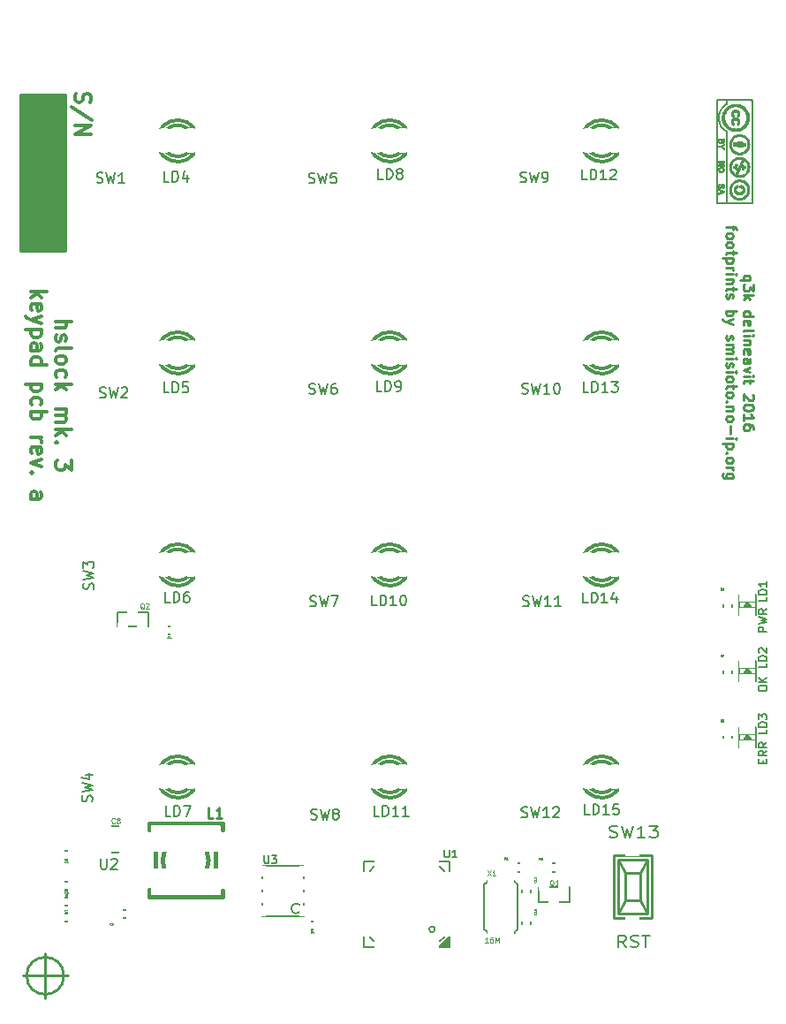
<source format=gbr>
G04 #@! TF.FileFunction,Legend,Top*
%FSLAX46Y46*%
G04 Gerber Fmt 4.6, Leading zero omitted, Abs format (unit mm)*
G04 Created by KiCad (PCBNEW (2015-10-14 BZR 6269, Git 3ca8244)-product) date Fri 03 Jun 2016 09:01:17 PM IST*
%MOMM*%
G01*
G04 APERTURE LIST*
%ADD10C,0.100000*%
%ADD11C,0.250000*%
%ADD12C,0.300000*%
%ADD13C,0.254000*%
%ADD14C,0.127000*%
%ADD15C,0.381000*%
%ADD16C,0.299720*%
%ADD17C,0.149860*%
%ADD18C,0.150000*%
%ADD19C,0.002540*%
%ADD20C,0.040640*%
%ADD21C,0.119380*%
%ADD22C,0.250190*%
%ADD23C,0.200000*%
%ADD24C,0.099060*%
%ADD25C,0.152400*%
%ADD26C,4.500000*%
%ADD27C,2.100000*%
%ADD28C,2.700000*%
%ADD29R,2.398980X1.924000*%
%ADD30O,2.398980X1.924000*%
%ADD31C,1.900000*%
%ADD32R,1.299160X1.400760*%
%ADD33R,2.000200X3.092400*%
%ADD34R,2.599640X1.924000*%
%ADD35O,2.599640X1.924000*%
%ADD36R,1.924000X2.599640*%
%ADD37O,1.924000X2.599640*%
%ADD38C,1.598880*%
%ADD39R,6.699200X2.599640*%
%ADD40R,1.598880X1.598880*%
%ADD41C,2.398980*%
%ADD42R,0.999440X1.400760*%
%ADD43R,1.400760X1.299160*%
%ADD44R,1.400760X1.400760*%
%ADD45R,1.700480X0.699720*%
%ADD46R,0.699720X1.700480*%
%ADD47R,1.200000X2.480000*%
%ADD48R,1.100000X0.700000*%
%ADD49R,2.398980X0.999440*%
%ADD50R,2.537160X1.837160*%
G04 APERTURE END LIST*
D10*
D11*
X95527286Y-61627619D02*
X94527286Y-61627619D01*
X94908238Y-61627619D02*
X94860619Y-61532381D01*
X94860619Y-61341904D01*
X94908238Y-61246666D01*
X94955857Y-61199047D01*
X95051095Y-61151428D01*
X95336810Y-61151428D01*
X95432048Y-61199047D01*
X95479667Y-61246666D01*
X95527286Y-61341904D01*
X95527286Y-61532381D01*
X95479667Y-61627619D01*
X95860619Y-62008571D02*
X95860619Y-62627619D01*
X95479667Y-62294285D01*
X95479667Y-62437143D01*
X95432048Y-62532381D01*
X95384429Y-62580000D01*
X95289190Y-62627619D01*
X95051095Y-62627619D01*
X94955857Y-62580000D01*
X94908238Y-62532381D01*
X94860619Y-62437143D01*
X94860619Y-62151428D01*
X94908238Y-62056190D01*
X94955857Y-62008571D01*
X94860619Y-63056190D02*
X95860619Y-63056190D01*
X95241571Y-63151428D02*
X94860619Y-63437143D01*
X95527286Y-63437143D02*
X95146333Y-63056190D01*
X94860619Y-65056191D02*
X95860619Y-65056191D01*
X94908238Y-65056191D02*
X94860619Y-64960953D01*
X94860619Y-64770476D01*
X94908238Y-64675238D01*
X94955857Y-64627619D01*
X95051095Y-64580000D01*
X95336810Y-64580000D01*
X95432048Y-64627619D01*
X95479667Y-64675238D01*
X95527286Y-64770476D01*
X95527286Y-64960953D01*
X95479667Y-65056191D01*
X94908238Y-65913334D02*
X94860619Y-65818096D01*
X94860619Y-65627619D01*
X94908238Y-65532381D01*
X95003476Y-65484762D01*
X95384429Y-65484762D01*
X95479667Y-65532381D01*
X95527286Y-65627619D01*
X95527286Y-65818096D01*
X95479667Y-65913334D01*
X95384429Y-65960953D01*
X95289190Y-65960953D01*
X95193952Y-65484762D01*
X94860619Y-66532381D02*
X94908238Y-66437143D01*
X95003476Y-66389524D01*
X95860619Y-66389524D01*
X94860619Y-66913334D02*
X95527286Y-66913334D01*
X95860619Y-66913334D02*
X95813000Y-66865715D01*
X95765381Y-66913334D01*
X95813000Y-66960953D01*
X95860619Y-66913334D01*
X95765381Y-66913334D01*
X95527286Y-67389524D02*
X94860619Y-67389524D01*
X95432048Y-67389524D02*
X95479667Y-67437143D01*
X95527286Y-67532381D01*
X95527286Y-67675239D01*
X95479667Y-67770477D01*
X95384429Y-67818096D01*
X94860619Y-67818096D01*
X94908238Y-68675239D02*
X94860619Y-68580001D01*
X94860619Y-68389524D01*
X94908238Y-68294286D01*
X95003476Y-68246667D01*
X95384429Y-68246667D01*
X95479667Y-68294286D01*
X95527286Y-68389524D01*
X95527286Y-68580001D01*
X95479667Y-68675239D01*
X95384429Y-68722858D01*
X95289190Y-68722858D01*
X95193952Y-68246667D01*
X94860619Y-69580001D02*
X95384429Y-69580001D01*
X95479667Y-69532382D01*
X95527286Y-69437144D01*
X95527286Y-69246667D01*
X95479667Y-69151429D01*
X94908238Y-69580001D02*
X94860619Y-69484763D01*
X94860619Y-69246667D01*
X94908238Y-69151429D01*
X95003476Y-69103810D01*
X95098714Y-69103810D01*
X95193952Y-69151429D01*
X95241571Y-69246667D01*
X95241571Y-69484763D01*
X95289190Y-69580001D01*
X95527286Y-69960953D02*
X94860619Y-70199048D01*
X95527286Y-70437144D01*
X94860619Y-70818096D02*
X95527286Y-70818096D01*
X95860619Y-70818096D02*
X95813000Y-70770477D01*
X95765381Y-70818096D01*
X95813000Y-70865715D01*
X95860619Y-70818096D01*
X95765381Y-70818096D01*
X95527286Y-71151429D02*
X95527286Y-71532381D01*
X95860619Y-71294286D02*
X95003476Y-71294286D01*
X94908238Y-71341905D01*
X94860619Y-71437143D01*
X94860619Y-71532381D01*
X95765381Y-72580001D02*
X95813000Y-72627620D01*
X95860619Y-72722858D01*
X95860619Y-72960954D01*
X95813000Y-73056192D01*
X95765381Y-73103811D01*
X95670143Y-73151430D01*
X95574905Y-73151430D01*
X95432048Y-73103811D01*
X94860619Y-72532382D01*
X94860619Y-73151430D01*
X95860619Y-73770477D02*
X95860619Y-73865716D01*
X95813000Y-73960954D01*
X95765381Y-74008573D01*
X95670143Y-74056192D01*
X95479667Y-74103811D01*
X95241571Y-74103811D01*
X95051095Y-74056192D01*
X94955857Y-74008573D01*
X94908238Y-73960954D01*
X94860619Y-73865716D01*
X94860619Y-73770477D01*
X94908238Y-73675239D01*
X94955857Y-73627620D01*
X95051095Y-73580001D01*
X95241571Y-73532382D01*
X95479667Y-73532382D01*
X95670143Y-73580001D01*
X95765381Y-73627620D01*
X95813000Y-73675239D01*
X95860619Y-73770477D01*
X94860619Y-75056192D02*
X94860619Y-74484763D01*
X94860619Y-74770477D02*
X95860619Y-74770477D01*
X95717762Y-74675239D01*
X95622524Y-74580001D01*
X95574905Y-74484763D01*
X95860619Y-75913335D02*
X95860619Y-75722858D01*
X95813000Y-75627620D01*
X95765381Y-75580001D01*
X95622524Y-75484763D01*
X95432048Y-75437144D01*
X95051095Y-75437144D01*
X94955857Y-75484763D01*
X94908238Y-75532382D01*
X94860619Y-75627620D01*
X94860619Y-75818097D01*
X94908238Y-75913335D01*
X94955857Y-75960954D01*
X95051095Y-76008573D01*
X95289190Y-76008573D01*
X95384429Y-75960954D01*
X95432048Y-75913335D01*
X95479667Y-75818097D01*
X95479667Y-75627620D01*
X95432048Y-75532382D01*
X95384429Y-75484763D01*
X95289190Y-75437144D01*
X93877286Y-56413333D02*
X93877286Y-56794285D01*
X93210619Y-56556190D02*
X94067762Y-56556190D01*
X94163000Y-56603809D01*
X94210619Y-56699047D01*
X94210619Y-56794285D01*
X93210619Y-57270476D02*
X93258238Y-57175238D01*
X93305857Y-57127619D01*
X93401095Y-57080000D01*
X93686810Y-57080000D01*
X93782048Y-57127619D01*
X93829667Y-57175238D01*
X93877286Y-57270476D01*
X93877286Y-57413334D01*
X93829667Y-57508572D01*
X93782048Y-57556191D01*
X93686810Y-57603810D01*
X93401095Y-57603810D01*
X93305857Y-57556191D01*
X93258238Y-57508572D01*
X93210619Y-57413334D01*
X93210619Y-57270476D01*
X93210619Y-58175238D02*
X93258238Y-58080000D01*
X93305857Y-58032381D01*
X93401095Y-57984762D01*
X93686810Y-57984762D01*
X93782048Y-58032381D01*
X93829667Y-58080000D01*
X93877286Y-58175238D01*
X93877286Y-58318096D01*
X93829667Y-58413334D01*
X93782048Y-58460953D01*
X93686810Y-58508572D01*
X93401095Y-58508572D01*
X93305857Y-58460953D01*
X93258238Y-58413334D01*
X93210619Y-58318096D01*
X93210619Y-58175238D01*
X93877286Y-58794286D02*
X93877286Y-59175238D01*
X94210619Y-58937143D02*
X93353476Y-58937143D01*
X93258238Y-58984762D01*
X93210619Y-59080000D01*
X93210619Y-59175238D01*
X93877286Y-59508572D02*
X92877286Y-59508572D01*
X93829667Y-59508572D02*
X93877286Y-59603810D01*
X93877286Y-59794287D01*
X93829667Y-59889525D01*
X93782048Y-59937144D01*
X93686810Y-59984763D01*
X93401095Y-59984763D01*
X93305857Y-59937144D01*
X93258238Y-59889525D01*
X93210619Y-59794287D01*
X93210619Y-59603810D01*
X93258238Y-59508572D01*
X93210619Y-60413334D02*
X93877286Y-60413334D01*
X93686810Y-60413334D02*
X93782048Y-60460953D01*
X93829667Y-60508572D01*
X93877286Y-60603810D01*
X93877286Y-60699049D01*
X93210619Y-61032382D02*
X93877286Y-61032382D01*
X94210619Y-61032382D02*
X94163000Y-60984763D01*
X94115381Y-61032382D01*
X94163000Y-61080001D01*
X94210619Y-61032382D01*
X94115381Y-61032382D01*
X93877286Y-61508572D02*
X93210619Y-61508572D01*
X93782048Y-61508572D02*
X93829667Y-61556191D01*
X93877286Y-61651429D01*
X93877286Y-61794287D01*
X93829667Y-61889525D01*
X93734429Y-61937144D01*
X93210619Y-61937144D01*
X93877286Y-62270477D02*
X93877286Y-62651429D01*
X94210619Y-62413334D02*
X93353476Y-62413334D01*
X93258238Y-62460953D01*
X93210619Y-62556191D01*
X93210619Y-62651429D01*
X93258238Y-62937144D02*
X93210619Y-63032382D01*
X93210619Y-63222858D01*
X93258238Y-63318097D01*
X93353476Y-63365716D01*
X93401095Y-63365716D01*
X93496333Y-63318097D01*
X93543952Y-63222858D01*
X93543952Y-63080001D01*
X93591571Y-62984763D01*
X93686810Y-62937144D01*
X93734429Y-62937144D01*
X93829667Y-62984763D01*
X93877286Y-63080001D01*
X93877286Y-63222858D01*
X93829667Y-63318097D01*
X93210619Y-64556192D02*
X94210619Y-64556192D01*
X93829667Y-64556192D02*
X93877286Y-64651430D01*
X93877286Y-64841907D01*
X93829667Y-64937145D01*
X93782048Y-64984764D01*
X93686810Y-65032383D01*
X93401095Y-65032383D01*
X93305857Y-64984764D01*
X93258238Y-64937145D01*
X93210619Y-64841907D01*
X93210619Y-64651430D01*
X93258238Y-64556192D01*
X93877286Y-65365716D02*
X93210619Y-65603811D01*
X93877286Y-65841907D02*
X93210619Y-65603811D01*
X92972524Y-65508573D01*
X92924905Y-65460954D01*
X92877286Y-65365716D01*
X93258238Y-66937145D02*
X93210619Y-67032383D01*
X93210619Y-67222859D01*
X93258238Y-67318098D01*
X93353476Y-67365717D01*
X93401095Y-67365717D01*
X93496333Y-67318098D01*
X93543952Y-67222859D01*
X93543952Y-67080002D01*
X93591571Y-66984764D01*
X93686810Y-66937145D01*
X93734429Y-66937145D01*
X93829667Y-66984764D01*
X93877286Y-67080002D01*
X93877286Y-67222859D01*
X93829667Y-67318098D01*
X93210619Y-67794288D02*
X93877286Y-67794288D01*
X93782048Y-67794288D02*
X93829667Y-67841907D01*
X93877286Y-67937145D01*
X93877286Y-68080003D01*
X93829667Y-68175241D01*
X93734429Y-68222860D01*
X93210619Y-68222860D01*
X93734429Y-68222860D02*
X93829667Y-68270479D01*
X93877286Y-68365717D01*
X93877286Y-68508574D01*
X93829667Y-68603812D01*
X93734429Y-68651431D01*
X93210619Y-68651431D01*
X93210619Y-69127621D02*
X93877286Y-69127621D01*
X94210619Y-69127621D02*
X94163000Y-69080002D01*
X94115381Y-69127621D01*
X94163000Y-69175240D01*
X94210619Y-69127621D01*
X94115381Y-69127621D01*
X93258238Y-69556192D02*
X93210619Y-69651430D01*
X93210619Y-69841906D01*
X93258238Y-69937145D01*
X93353476Y-69984764D01*
X93401095Y-69984764D01*
X93496333Y-69937145D01*
X93543952Y-69841906D01*
X93543952Y-69699049D01*
X93591571Y-69603811D01*
X93686810Y-69556192D01*
X93734429Y-69556192D01*
X93829667Y-69603811D01*
X93877286Y-69699049D01*
X93877286Y-69841906D01*
X93829667Y-69937145D01*
X93210619Y-70413335D02*
X93877286Y-70413335D01*
X94210619Y-70413335D02*
X94163000Y-70365716D01*
X94115381Y-70413335D01*
X94163000Y-70460954D01*
X94210619Y-70413335D01*
X94115381Y-70413335D01*
X93210619Y-71032382D02*
X93258238Y-70937144D01*
X93305857Y-70889525D01*
X93401095Y-70841906D01*
X93686810Y-70841906D01*
X93782048Y-70889525D01*
X93829667Y-70937144D01*
X93877286Y-71032382D01*
X93877286Y-71175240D01*
X93829667Y-71270478D01*
X93782048Y-71318097D01*
X93686810Y-71365716D01*
X93401095Y-71365716D01*
X93305857Y-71318097D01*
X93258238Y-71270478D01*
X93210619Y-71175240D01*
X93210619Y-71032382D01*
X93877286Y-71651430D02*
X93877286Y-72032382D01*
X94210619Y-71794287D02*
X93353476Y-71794287D01*
X93258238Y-71841906D01*
X93210619Y-71937144D01*
X93210619Y-72032382D01*
X93210619Y-72508573D02*
X93258238Y-72413335D01*
X93305857Y-72365716D01*
X93401095Y-72318097D01*
X93686810Y-72318097D01*
X93782048Y-72365716D01*
X93829667Y-72413335D01*
X93877286Y-72508573D01*
X93877286Y-72651431D01*
X93829667Y-72746669D01*
X93782048Y-72794288D01*
X93686810Y-72841907D01*
X93401095Y-72841907D01*
X93305857Y-72794288D01*
X93258238Y-72746669D01*
X93210619Y-72651431D01*
X93210619Y-72508573D01*
X93305857Y-73270478D02*
X93258238Y-73318097D01*
X93210619Y-73270478D01*
X93258238Y-73222859D01*
X93305857Y-73270478D01*
X93210619Y-73270478D01*
X93877286Y-73746668D02*
X93210619Y-73746668D01*
X93782048Y-73746668D02*
X93829667Y-73794287D01*
X93877286Y-73889525D01*
X93877286Y-74032383D01*
X93829667Y-74127621D01*
X93734429Y-74175240D01*
X93210619Y-74175240D01*
X93210619Y-74794287D02*
X93258238Y-74699049D01*
X93305857Y-74651430D01*
X93401095Y-74603811D01*
X93686810Y-74603811D01*
X93782048Y-74651430D01*
X93829667Y-74699049D01*
X93877286Y-74794287D01*
X93877286Y-74937145D01*
X93829667Y-75032383D01*
X93782048Y-75080002D01*
X93686810Y-75127621D01*
X93401095Y-75127621D01*
X93305857Y-75080002D01*
X93258238Y-75032383D01*
X93210619Y-74937145D01*
X93210619Y-74794287D01*
X93591571Y-75556192D02*
X93591571Y-76318097D01*
X93210619Y-76794287D02*
X93877286Y-76794287D01*
X94210619Y-76794287D02*
X94163000Y-76746668D01*
X94115381Y-76794287D01*
X94163000Y-76841906D01*
X94210619Y-76794287D01*
X94115381Y-76794287D01*
X93877286Y-77270477D02*
X92877286Y-77270477D01*
X93829667Y-77270477D02*
X93877286Y-77365715D01*
X93877286Y-77556192D01*
X93829667Y-77651430D01*
X93782048Y-77699049D01*
X93686810Y-77746668D01*
X93401095Y-77746668D01*
X93305857Y-77699049D01*
X93258238Y-77651430D01*
X93210619Y-77556192D01*
X93210619Y-77365715D01*
X93258238Y-77270477D01*
X93305857Y-78175239D02*
X93258238Y-78222858D01*
X93210619Y-78175239D01*
X93258238Y-78127620D01*
X93305857Y-78175239D01*
X93210619Y-78175239D01*
X93210619Y-78794286D02*
X93258238Y-78699048D01*
X93305857Y-78651429D01*
X93401095Y-78603810D01*
X93686810Y-78603810D01*
X93782048Y-78651429D01*
X93829667Y-78699048D01*
X93877286Y-78794286D01*
X93877286Y-78937144D01*
X93829667Y-79032382D01*
X93782048Y-79080001D01*
X93686810Y-79127620D01*
X93401095Y-79127620D01*
X93305857Y-79080001D01*
X93258238Y-79032382D01*
X93210619Y-78937144D01*
X93210619Y-78794286D01*
X93210619Y-79556191D02*
X93877286Y-79556191D01*
X93686810Y-79556191D02*
X93782048Y-79603810D01*
X93829667Y-79651429D01*
X93877286Y-79746667D01*
X93877286Y-79841906D01*
X93877286Y-80603811D02*
X93067762Y-80603811D01*
X92972524Y-80556192D01*
X92924905Y-80508573D01*
X92877286Y-80413334D01*
X92877286Y-80270477D01*
X92924905Y-80175239D01*
X93258238Y-80603811D02*
X93210619Y-80508573D01*
X93210619Y-80318096D01*
X93258238Y-80222858D01*
X93305857Y-80175239D01*
X93401095Y-80127620D01*
X93686810Y-80127620D01*
X93782048Y-80175239D01*
X93829667Y-80222858D01*
X93877286Y-80318096D01*
X93877286Y-80508573D01*
X93829667Y-80603811D01*
D12*
X28969429Y-65572572D02*
X30469429Y-65572572D01*
X28969429Y-66215429D02*
X29755143Y-66215429D01*
X29898000Y-66144000D01*
X29969429Y-66001143D01*
X29969429Y-65786858D01*
X29898000Y-65644000D01*
X29826571Y-65572572D01*
X29040857Y-66858286D02*
X28969429Y-67001143D01*
X28969429Y-67286858D01*
X29040857Y-67429715D01*
X29183714Y-67501143D01*
X29255143Y-67501143D01*
X29398000Y-67429715D01*
X29469429Y-67286858D01*
X29469429Y-67072572D01*
X29540857Y-66929715D01*
X29683714Y-66858286D01*
X29755143Y-66858286D01*
X29898000Y-66929715D01*
X29969429Y-67072572D01*
X29969429Y-67286858D01*
X29898000Y-67429715D01*
X28969429Y-68358287D02*
X29040857Y-68215429D01*
X29183714Y-68144001D01*
X30469429Y-68144001D01*
X28969429Y-69144001D02*
X29040857Y-69001143D01*
X29112286Y-68929715D01*
X29255143Y-68858286D01*
X29683714Y-68858286D01*
X29826571Y-68929715D01*
X29898000Y-69001143D01*
X29969429Y-69144001D01*
X29969429Y-69358286D01*
X29898000Y-69501143D01*
X29826571Y-69572572D01*
X29683714Y-69644001D01*
X29255143Y-69644001D01*
X29112286Y-69572572D01*
X29040857Y-69501143D01*
X28969429Y-69358286D01*
X28969429Y-69144001D01*
X29040857Y-70929715D02*
X28969429Y-70786858D01*
X28969429Y-70501144D01*
X29040857Y-70358286D01*
X29112286Y-70286858D01*
X29255143Y-70215429D01*
X29683714Y-70215429D01*
X29826571Y-70286858D01*
X29898000Y-70358286D01*
X29969429Y-70501144D01*
X29969429Y-70786858D01*
X29898000Y-70929715D01*
X28969429Y-71572572D02*
X30469429Y-71572572D01*
X29540857Y-71715429D02*
X28969429Y-72144000D01*
X29969429Y-72144000D02*
X29398000Y-71572572D01*
X28969429Y-73929715D02*
X29969429Y-73929715D01*
X29826571Y-73929715D02*
X29898000Y-74001143D01*
X29969429Y-74144001D01*
X29969429Y-74358286D01*
X29898000Y-74501143D01*
X29755143Y-74572572D01*
X28969429Y-74572572D01*
X29755143Y-74572572D02*
X29898000Y-74644001D01*
X29969429Y-74786858D01*
X29969429Y-75001143D01*
X29898000Y-75144001D01*
X29755143Y-75215429D01*
X28969429Y-75215429D01*
X28969429Y-75929715D02*
X30469429Y-75929715D01*
X29540857Y-76072572D02*
X28969429Y-76501143D01*
X29969429Y-76501143D02*
X29398000Y-75929715D01*
X29112286Y-77144001D02*
X29040857Y-77215429D01*
X28969429Y-77144001D01*
X29040857Y-77072572D01*
X29112286Y-77144001D01*
X28969429Y-77144001D01*
X30469429Y-78858287D02*
X30469429Y-79786858D01*
X29898000Y-79286858D01*
X29898000Y-79501144D01*
X29826571Y-79644001D01*
X29755143Y-79715430D01*
X29612286Y-79786858D01*
X29255143Y-79786858D01*
X29112286Y-79715430D01*
X29040857Y-79644001D01*
X28969429Y-79501144D01*
X28969429Y-79072572D01*
X29040857Y-78929715D01*
X29112286Y-78858287D01*
X26569429Y-62715429D02*
X28069429Y-62715429D01*
X27140857Y-62858286D02*
X26569429Y-63286857D01*
X27569429Y-63286857D02*
X26998000Y-62715429D01*
X26640857Y-64501143D02*
X26569429Y-64358286D01*
X26569429Y-64072572D01*
X26640857Y-63929715D01*
X26783714Y-63858286D01*
X27355143Y-63858286D01*
X27498000Y-63929715D01*
X27569429Y-64072572D01*
X27569429Y-64358286D01*
X27498000Y-64501143D01*
X27355143Y-64572572D01*
X27212286Y-64572572D01*
X27069429Y-63858286D01*
X27569429Y-65072572D02*
X26569429Y-65429715D01*
X27569429Y-65786857D02*
X26569429Y-65429715D01*
X26212286Y-65286857D01*
X26140857Y-65215429D01*
X26069429Y-65072572D01*
X27569429Y-66358286D02*
X26069429Y-66358286D01*
X27498000Y-66358286D02*
X27569429Y-66501143D01*
X27569429Y-66786857D01*
X27498000Y-66929714D01*
X27426571Y-67001143D01*
X27283714Y-67072572D01*
X26855143Y-67072572D01*
X26712286Y-67001143D01*
X26640857Y-66929714D01*
X26569429Y-66786857D01*
X26569429Y-66501143D01*
X26640857Y-66358286D01*
X26569429Y-68358286D02*
X27355143Y-68358286D01*
X27498000Y-68286857D01*
X27569429Y-68144000D01*
X27569429Y-67858286D01*
X27498000Y-67715429D01*
X26640857Y-68358286D02*
X26569429Y-68215429D01*
X26569429Y-67858286D01*
X26640857Y-67715429D01*
X26783714Y-67644000D01*
X26926571Y-67644000D01*
X27069429Y-67715429D01*
X27140857Y-67858286D01*
X27140857Y-68215429D01*
X27212286Y-68358286D01*
X26569429Y-69715429D02*
X28069429Y-69715429D01*
X26640857Y-69715429D02*
X26569429Y-69572572D01*
X26569429Y-69286858D01*
X26640857Y-69144000D01*
X26712286Y-69072572D01*
X26855143Y-69001143D01*
X27283714Y-69001143D01*
X27426571Y-69072572D01*
X27498000Y-69144000D01*
X27569429Y-69286858D01*
X27569429Y-69572572D01*
X27498000Y-69715429D01*
X27569429Y-71572572D02*
X26069429Y-71572572D01*
X27498000Y-71572572D02*
X27569429Y-71715429D01*
X27569429Y-72001143D01*
X27498000Y-72144000D01*
X27426571Y-72215429D01*
X27283714Y-72286858D01*
X26855143Y-72286858D01*
X26712286Y-72215429D01*
X26640857Y-72144000D01*
X26569429Y-72001143D01*
X26569429Y-71715429D01*
X26640857Y-71572572D01*
X26640857Y-73572572D02*
X26569429Y-73429715D01*
X26569429Y-73144001D01*
X26640857Y-73001143D01*
X26712286Y-72929715D01*
X26855143Y-72858286D01*
X27283714Y-72858286D01*
X27426571Y-72929715D01*
X27498000Y-73001143D01*
X27569429Y-73144001D01*
X27569429Y-73429715D01*
X27498000Y-73572572D01*
X26569429Y-74215429D02*
X28069429Y-74215429D01*
X27498000Y-74215429D02*
X27569429Y-74358286D01*
X27569429Y-74644000D01*
X27498000Y-74786857D01*
X27426571Y-74858286D01*
X27283714Y-74929715D01*
X26855143Y-74929715D01*
X26712286Y-74858286D01*
X26640857Y-74786857D01*
X26569429Y-74644000D01*
X26569429Y-74358286D01*
X26640857Y-74215429D01*
X26569429Y-76715429D02*
X27569429Y-76715429D01*
X27283714Y-76715429D02*
X27426571Y-76786857D01*
X27498000Y-76858286D01*
X27569429Y-77001143D01*
X27569429Y-77144000D01*
X26640857Y-78215428D02*
X26569429Y-78072571D01*
X26569429Y-77786857D01*
X26640857Y-77644000D01*
X26783714Y-77572571D01*
X27355143Y-77572571D01*
X27498000Y-77644000D01*
X27569429Y-77786857D01*
X27569429Y-78072571D01*
X27498000Y-78215428D01*
X27355143Y-78286857D01*
X27212286Y-78286857D01*
X27069429Y-77572571D01*
X27569429Y-78786857D02*
X26569429Y-79144000D01*
X27569429Y-79501142D01*
X26712286Y-80072571D02*
X26640857Y-80143999D01*
X26569429Y-80072571D01*
X26640857Y-80001142D01*
X26712286Y-80072571D01*
X26569429Y-80072571D01*
X26569429Y-82572571D02*
X27355143Y-82572571D01*
X27498000Y-82501142D01*
X27569429Y-82358285D01*
X27569429Y-82072571D01*
X27498000Y-81929714D01*
X26640857Y-82572571D02*
X26569429Y-82429714D01*
X26569429Y-82072571D01*
X26640857Y-81929714D01*
X26783714Y-81858285D01*
X26926571Y-81858285D01*
X27069429Y-81929714D01*
X27140857Y-82072571D01*
X27140857Y-82429714D01*
X27212286Y-82572571D01*
X30888857Y-43720000D02*
X30817429Y-43934286D01*
X30817429Y-44291429D01*
X30888857Y-44434286D01*
X30960286Y-44505715D01*
X31103143Y-44577143D01*
X31246000Y-44577143D01*
X31388857Y-44505715D01*
X31460286Y-44434286D01*
X31531714Y-44291429D01*
X31603143Y-44005715D01*
X31674571Y-43862857D01*
X31746000Y-43791429D01*
X31888857Y-43720000D01*
X32031714Y-43720000D01*
X32174571Y-43791429D01*
X32246000Y-43862857D01*
X32317429Y-44005715D01*
X32317429Y-44362857D01*
X32246000Y-44577143D01*
X32388857Y-46291428D02*
X30460286Y-45005714D01*
X30817429Y-46791429D02*
X32317429Y-46791429D01*
X30817429Y-47648572D01*
X32317429Y-47648572D01*
D13*
X27940000Y-126111000D02*
X27940000Y-130429000D01*
X25781000Y-128270000D02*
X30099000Y-128270000D01*
X29718000Y-128270000D02*
G75*
G03X29718000Y-128270000I-1778000J0D01*
G01*
X93980000Y-126111000D02*
X93980000Y-130429000D01*
X91821000Y-128270000D02*
X96139000Y-128270000D01*
X95758000Y-128270000D02*
G75*
G03X95758000Y-128270000I-1778000J0D01*
G01*
X93980000Y-37211000D02*
X93980000Y-41529000D01*
X91821000Y-39370000D02*
X96139000Y-39370000D01*
X95758000Y-39370000D02*
G75*
G03X95758000Y-39370000I-1778000J0D01*
G01*
D14*
X29413200Y-116306600D02*
X29413200Y-117119400D01*
X30530800Y-117094000D02*
X30530800Y-116306600D01*
X30784800Y-117119400D02*
X29159200Y-117119400D01*
X29159200Y-117119400D02*
X29159200Y-116306600D01*
X29159200Y-116306600D02*
X30784800Y-116306600D01*
X30784800Y-116306600D02*
X30784800Y-117119400D01*
X30530800Y-123088400D02*
X30530800Y-122275600D01*
X29413200Y-122301000D02*
X29413200Y-123088400D01*
X29159200Y-122275600D02*
X30784800Y-122275600D01*
X30784800Y-122275600D02*
X30784800Y-123088400D01*
X30784800Y-123088400D02*
X29159200Y-123088400D01*
X29159200Y-123088400D02*
X29159200Y-122275600D01*
X36118800Y-122770900D02*
X36118800Y-121958100D01*
X35001200Y-121983500D02*
X35001200Y-122770900D01*
X34747200Y-121958100D02*
X36372800Y-121958100D01*
X36372800Y-121958100D02*
X36372800Y-122770900D01*
X36372800Y-122770900D02*
X34747200Y-122770900D01*
X34747200Y-122770900D02*
X34747200Y-121958100D01*
X33070800Y-113944400D02*
X33070800Y-116433600D01*
X36271200Y-116433600D02*
X36271200Y-113944400D01*
X35814000Y-113944400D02*
X35814000Y-116433600D01*
X33528000Y-116433600D02*
X33528000Y-113944400D01*
X33070800Y-116433600D02*
X36271200Y-116433600D01*
X36271200Y-113944400D02*
X33070800Y-113944400D01*
D15*
X37901880Y-120002300D02*
X37901880Y-120703340D01*
X37901880Y-120703340D02*
X44902120Y-120703340D01*
X44902120Y-120703340D02*
X44902120Y-120103900D01*
X37901880Y-114302540D02*
X37901880Y-113703100D01*
X37901880Y-113703100D02*
X44902120Y-113703100D01*
X44902120Y-113703100D02*
X44902120Y-114302540D01*
X37901880Y-114302540D02*
X37901880Y-113802160D01*
X43601640Y-117203220D02*
G75*
G03X43601640Y-117203220I-2199640J0D01*
G01*
X38501320Y-114302540D02*
X44302680Y-114302540D01*
X44302680Y-114302540D02*
X44302680Y-120103900D01*
X44302680Y-120103900D02*
X38501320Y-120103900D01*
X38501320Y-120103900D02*
X38501320Y-114302540D01*
X41650920Y-115953540D02*
G75*
G03X41650920Y-115953540I-248920J0D01*
G01*
D14*
X95250000Y-92509340D02*
X94950280Y-92809060D01*
X94950280Y-92809060D02*
X95549720Y-92809060D01*
X95549720Y-92809060D02*
X95250000Y-92509340D01*
X95349060Y-92610940D02*
X95150940Y-92610940D01*
X95049340Y-92710000D02*
X95450660Y-92710000D01*
X96050100Y-92410280D02*
X94449900Y-92410280D01*
X94449900Y-93009720D02*
X96050100Y-93009720D01*
X94449900Y-93710760D02*
X94449900Y-91709240D01*
X94449900Y-91709240D02*
X96050100Y-91709240D01*
X96050100Y-91709240D02*
X96050100Y-93710760D01*
X96050100Y-93710760D02*
X94449900Y-93710760D01*
X95250000Y-98859340D02*
X94950280Y-99159060D01*
X94950280Y-99159060D02*
X95549720Y-99159060D01*
X95549720Y-99159060D02*
X95250000Y-98859340D01*
X95349060Y-98960940D02*
X95150940Y-98960940D01*
X95049340Y-99060000D02*
X95450660Y-99060000D01*
X96050100Y-98760280D02*
X94449900Y-98760280D01*
X94449900Y-99359720D02*
X96050100Y-99359720D01*
X94449900Y-100060760D02*
X94449900Y-98059240D01*
X94449900Y-98059240D02*
X96050100Y-98059240D01*
X96050100Y-98059240D02*
X96050100Y-100060760D01*
X96050100Y-100060760D02*
X94449900Y-100060760D01*
X95250000Y-105209340D02*
X94950280Y-105509060D01*
X94950280Y-105509060D02*
X95549720Y-105509060D01*
X95549720Y-105509060D02*
X95250000Y-105209340D01*
X95349060Y-105310940D02*
X95150940Y-105310940D01*
X95049340Y-105410000D02*
X95450660Y-105410000D01*
X96050100Y-105110280D02*
X94449900Y-105110280D01*
X94449900Y-105709720D02*
X96050100Y-105709720D01*
X94449900Y-106410760D02*
X94449900Y-104409240D01*
X94449900Y-104409240D02*
X96050100Y-104409240D01*
X96050100Y-104409240D02*
X96050100Y-106410760D01*
X96050100Y-106410760D02*
X94449900Y-106410760D01*
D16*
X42148760Y-46949360D02*
G75*
G03X39329360Y-46751240I-1508760J-1310640D01*
G01*
X39309040Y-49761140D02*
G75*
G03X42141140Y-49590960I1330960J1501140D01*
G01*
X40640000Y-46261020D02*
G75*
G03X38641020Y-48260000I0J-1998980D01*
G01*
X38641020Y-48260000D02*
G75*
G03X40640000Y-50258980I1998980J0D01*
G01*
X41940480Y-49761140D02*
X41940480Y-46758860D01*
X42141140Y-49560480D02*
X42141140Y-46959520D01*
X42141140Y-48260000D02*
G75*
G03X42141140Y-48260000I-1501140J0D01*
G01*
X42148760Y-67269360D02*
G75*
G03X39329360Y-67071240I-1508760J-1310640D01*
G01*
X39309040Y-70081140D02*
G75*
G03X42141140Y-69910960I1330960J1501140D01*
G01*
X40640000Y-66581020D02*
G75*
G03X38641020Y-68580000I0J-1998980D01*
G01*
X38641020Y-68580000D02*
G75*
G03X40640000Y-70578980I1998980J0D01*
G01*
X41940480Y-70081140D02*
X41940480Y-67078860D01*
X42141140Y-69880480D02*
X42141140Y-67279520D01*
X42141140Y-68580000D02*
G75*
G03X42141140Y-68580000I-1501140J0D01*
G01*
X42148760Y-87589360D02*
G75*
G03X39329360Y-87391240I-1508760J-1310640D01*
G01*
X39309040Y-90401140D02*
G75*
G03X42141140Y-90230960I1330960J1501140D01*
G01*
X40640000Y-86901020D02*
G75*
G03X38641020Y-88900000I0J-1998980D01*
G01*
X38641020Y-88900000D02*
G75*
G03X40640000Y-90898980I1998980J0D01*
G01*
X41940480Y-90401140D02*
X41940480Y-87398860D01*
X42141140Y-90200480D02*
X42141140Y-87599520D01*
X42141140Y-88900000D02*
G75*
G03X42141140Y-88900000I-1501140J0D01*
G01*
X42148760Y-107909360D02*
G75*
G03X39329360Y-107711240I-1508760J-1310640D01*
G01*
X39309040Y-110721140D02*
G75*
G03X42141140Y-110550960I1330960J1501140D01*
G01*
X40640000Y-107221020D02*
G75*
G03X38641020Y-109220000I0J-1998980D01*
G01*
X38641020Y-109220000D02*
G75*
G03X40640000Y-111218980I1998980J0D01*
G01*
X41940480Y-110721140D02*
X41940480Y-107718860D01*
X42141140Y-110520480D02*
X42141140Y-107919520D01*
X42141140Y-109220000D02*
G75*
G03X42141140Y-109220000I-1501140J0D01*
G01*
X62468760Y-46949360D02*
G75*
G03X59649360Y-46751240I-1508760J-1310640D01*
G01*
X59629040Y-49761140D02*
G75*
G03X62461140Y-49590960I1330960J1501140D01*
G01*
X60960000Y-46261020D02*
G75*
G03X58961020Y-48260000I0J-1998980D01*
G01*
X58961020Y-48260000D02*
G75*
G03X60960000Y-50258980I1998980J0D01*
G01*
X62260480Y-49761140D02*
X62260480Y-46758860D01*
X62461140Y-49560480D02*
X62461140Y-46959520D01*
X62461140Y-48260000D02*
G75*
G03X62461140Y-48260000I-1501140J0D01*
G01*
X62468760Y-67269360D02*
G75*
G03X59649360Y-67071240I-1508760J-1310640D01*
G01*
X59629040Y-70081140D02*
G75*
G03X62461140Y-69910960I1330960J1501140D01*
G01*
X60960000Y-66581020D02*
G75*
G03X58961020Y-68580000I0J-1998980D01*
G01*
X58961020Y-68580000D02*
G75*
G03X60960000Y-70578980I1998980J0D01*
G01*
X62260480Y-70081140D02*
X62260480Y-67078860D01*
X62461140Y-69880480D02*
X62461140Y-67279520D01*
X62461140Y-68580000D02*
G75*
G03X62461140Y-68580000I-1501140J0D01*
G01*
X62468760Y-87589360D02*
G75*
G03X59649360Y-87391240I-1508760J-1310640D01*
G01*
X59629040Y-90401140D02*
G75*
G03X62461140Y-90230960I1330960J1501140D01*
G01*
X60960000Y-86901020D02*
G75*
G03X58961020Y-88900000I0J-1998980D01*
G01*
X58961020Y-88900000D02*
G75*
G03X60960000Y-90898980I1998980J0D01*
G01*
X62260480Y-90401140D02*
X62260480Y-87398860D01*
X62461140Y-90200480D02*
X62461140Y-87599520D01*
X62461140Y-88900000D02*
G75*
G03X62461140Y-88900000I-1501140J0D01*
G01*
X62468760Y-107909360D02*
G75*
G03X59649360Y-107711240I-1508760J-1310640D01*
G01*
X59629040Y-110721140D02*
G75*
G03X62461140Y-110550960I1330960J1501140D01*
G01*
X60960000Y-107221020D02*
G75*
G03X58961020Y-109220000I0J-1998980D01*
G01*
X58961020Y-109220000D02*
G75*
G03X60960000Y-111218980I1998980J0D01*
G01*
X62260480Y-110721140D02*
X62260480Y-107718860D01*
X62461140Y-110520480D02*
X62461140Y-107919520D01*
X62461140Y-109220000D02*
G75*
G03X62461140Y-109220000I-1501140J0D01*
G01*
X82788760Y-46949360D02*
G75*
G03X79969360Y-46751240I-1508760J-1310640D01*
G01*
X79949040Y-49761140D02*
G75*
G03X82781140Y-49590960I1330960J1501140D01*
G01*
X81280000Y-46261020D02*
G75*
G03X79281020Y-48260000I0J-1998980D01*
G01*
X79281020Y-48260000D02*
G75*
G03X81280000Y-50258980I1998980J0D01*
G01*
X82580480Y-49761140D02*
X82580480Y-46758860D01*
X82781140Y-49560480D02*
X82781140Y-46959520D01*
X82781140Y-48260000D02*
G75*
G03X82781140Y-48260000I-1501140J0D01*
G01*
D14*
X75755500Y-119801640D02*
X75755500Y-119141240D01*
X77660500Y-119801640D02*
X77660500Y-119141240D01*
X76708000Y-121198640D02*
X76708000Y-121859040D01*
X78206600Y-121198640D02*
X75209400Y-121198640D01*
X75209400Y-121198640D02*
X75209400Y-119801640D01*
X75209400Y-119801640D02*
X78206600Y-119801640D01*
X78206600Y-119801640D02*
X78206600Y-121198640D01*
X37274500Y-94805500D02*
X37274500Y-95465900D01*
X35369500Y-94805500D02*
X35369500Y-95465900D01*
X36322000Y-93408500D02*
X36322000Y-92748100D01*
X34823400Y-93408500D02*
X37820600Y-93408500D01*
X37820600Y-93408500D02*
X37820600Y-94805500D01*
X37820600Y-94805500D02*
X34823400Y-94805500D01*
X34823400Y-94805500D02*
X34823400Y-93408500D01*
X72783700Y-117513100D02*
X72783700Y-118325900D01*
X73901300Y-118300500D02*
X73901300Y-117513100D01*
X74155300Y-118325900D02*
X72529700Y-118325900D01*
X72529700Y-118325900D02*
X72529700Y-117513100D01*
X72529700Y-117513100D02*
X74155300Y-117513100D01*
X74155300Y-117513100D02*
X74155300Y-118325900D01*
X29413200Y-119227600D02*
X29413200Y-120040400D01*
X30530800Y-120015000D02*
X30530800Y-119227600D01*
X30784800Y-120040400D02*
X29159200Y-120040400D01*
X29159200Y-120040400D02*
X29159200Y-119227600D01*
X29159200Y-119227600D02*
X30784800Y-119227600D01*
X30784800Y-119227600D02*
X30784800Y-120040400D01*
X30540960Y-121564400D02*
X30540960Y-120751600D01*
X29423360Y-120777000D02*
X29423360Y-121564400D01*
X29169360Y-120751600D02*
X30794960Y-120751600D01*
X30794960Y-120751600D02*
X30794960Y-121564400D01*
X30794960Y-121564400D02*
X29169360Y-121564400D01*
X29169360Y-121564400D02*
X29169360Y-120751600D01*
X52971700Y-123037600D02*
X52971700Y-123850400D01*
X54089300Y-123825000D02*
X54089300Y-123037600D01*
X54343300Y-123850400D02*
X52717700Y-123850400D01*
X52717700Y-123850400D02*
X52717700Y-123037600D01*
X52717700Y-123037600D02*
X54343300Y-123037600D01*
X54343300Y-123037600D02*
X54343300Y-123850400D01*
X76139040Y-117513100D02*
X76139040Y-118325900D01*
X77256640Y-118300500D02*
X77256640Y-117513100D01*
X77510640Y-118325900D02*
X75885040Y-118325900D01*
X75885040Y-118325900D02*
X75885040Y-117513100D01*
X75885040Y-117513100D02*
X77510640Y-117513100D01*
X77510640Y-117513100D02*
X77510640Y-118325900D01*
X92938600Y-93385640D02*
X93751400Y-93385640D01*
X93726000Y-92268040D02*
X92938600Y-92268040D01*
X93751400Y-92014040D02*
X93751400Y-93639640D01*
X93751400Y-93639640D02*
X92938600Y-93639640D01*
X92938600Y-93639640D02*
X92938600Y-92014040D01*
X92938600Y-92014040D02*
X93751400Y-92014040D01*
X92938600Y-99735640D02*
X93751400Y-99735640D01*
X93726000Y-98618040D02*
X92938600Y-98618040D01*
X93751400Y-98364040D02*
X93751400Y-99989640D01*
X93751400Y-99989640D02*
X92938600Y-99989640D01*
X92938600Y-99989640D02*
X92938600Y-98364040D01*
X92938600Y-98364040D02*
X93751400Y-98364040D01*
X92938600Y-105968800D02*
X93751400Y-105968800D01*
X93726000Y-104851200D02*
X92938600Y-104851200D01*
X93751400Y-104597200D02*
X93751400Y-106222800D01*
X93751400Y-106222800D02*
X92938600Y-106222800D01*
X92938600Y-106222800D02*
X92938600Y-104597200D01*
X92938600Y-104597200D02*
X93751400Y-104597200D01*
X39258240Y-94777560D02*
X39258240Y-95590360D01*
X40375840Y-95564960D02*
X40375840Y-94777560D01*
X40629840Y-95590360D02*
X39004240Y-95590360D01*
X39004240Y-95590360D02*
X39004240Y-94777560D01*
X39004240Y-94777560D02*
X40629840Y-94777560D01*
X40629840Y-94777560D02*
X40629840Y-95590360D01*
D13*
X84965540Y-121036080D02*
X85664040Y-122336560D01*
X83563460Y-121036080D02*
X82864960Y-122336560D01*
X83563460Y-118435120D02*
X82864960Y-117134640D01*
X85664040Y-117134640D02*
X84965540Y-118435120D01*
X85664040Y-117134640D02*
X85664040Y-122336560D01*
X85664040Y-122336560D02*
X82864960Y-122336560D01*
X82864960Y-122336560D02*
X82864960Y-117134640D01*
X82864960Y-117134640D02*
X85664040Y-117134640D01*
X84965540Y-118435120D02*
X84965540Y-121036080D01*
X84965540Y-121036080D02*
X83563460Y-121036080D01*
X83563460Y-121036080D02*
X83563460Y-118435120D01*
X83563460Y-118435120D02*
X84965540Y-118435120D01*
X86065360Y-116735860D02*
X86065360Y-122735340D01*
X86065360Y-122735340D02*
X82463640Y-122735340D01*
X82463640Y-122735340D02*
X82463640Y-116735860D01*
X82463640Y-116735860D02*
X86065360Y-116735860D01*
D17*
X66509900Y-125511560D02*
X66710560Y-125310900D01*
X66710560Y-125112780D02*
X66311780Y-125511560D01*
X66111120Y-125511560D02*
X66710560Y-124912120D01*
X66710560Y-124711460D02*
X65910460Y-125511560D01*
X66710560Y-124510800D02*
X66710560Y-125511560D01*
X66710560Y-125511560D02*
X65709800Y-125511560D01*
X65709800Y-125511560D02*
X66710560Y-124510800D01*
X65709800Y-117312440D02*
X66710560Y-117312440D01*
X66710560Y-117312440D02*
X66710560Y-118313200D01*
X58511440Y-118313200D02*
X58511440Y-117312440D01*
X58511440Y-117312440D02*
X59512200Y-117312440D01*
X59512200Y-125511560D02*
X58511440Y-125511560D01*
X58511440Y-125511560D02*
X58511440Y-124510800D01*
D14*
X65307981Y-123825000D02*
G75*
G03X65307981Y-123825000I-283981J0D01*
G01*
X65786000Y-117856000D02*
X66167000Y-118237000D01*
X66167000Y-118237000D02*
X66167000Y-124587000D01*
X66167000Y-124587000D02*
X65786000Y-124968000D01*
X65786000Y-124968000D02*
X59436000Y-124968000D01*
X59436000Y-124968000D02*
X59055000Y-124587000D01*
X59055000Y-124587000D02*
X59055000Y-118237000D01*
X59055000Y-118237000D02*
X59436000Y-117856000D01*
X59436000Y-117856000D02*
X65786000Y-117856000D01*
X48755300Y-122555000D02*
X52717700Y-122555000D01*
X52717700Y-122555000D02*
X52717700Y-117729000D01*
X52717700Y-117729000D02*
X48755300Y-117729000D01*
X48755300Y-117729000D02*
X48755300Y-122555000D01*
X48755300Y-122047000D02*
X47663100Y-122047000D01*
X48755300Y-120777000D02*
X47663100Y-120777000D01*
X48755300Y-119507000D02*
X47663100Y-119507000D01*
X47663100Y-118237000D02*
X48755300Y-118237000D01*
X52717700Y-118237000D02*
X53809900Y-118237000D01*
X53809900Y-119507000D02*
X52717700Y-119507000D01*
X53809900Y-120777000D02*
X52717700Y-120777000D01*
X53809900Y-122047000D02*
X52717700Y-122047000D01*
X52453567Y-121818400D02*
G75*
G03X52453567Y-121818400I-472467J0D01*
G01*
D13*
X27940000Y-37211000D02*
X27940000Y-41529000D01*
X25781000Y-39370000D02*
X30099000Y-39370000D01*
X29718000Y-39370000D02*
G75*
G03X29718000Y-39370000I-1778000J0D01*
G01*
D16*
X82788760Y-67269360D02*
G75*
G03X79969360Y-67071240I-1508760J-1310640D01*
G01*
X79949040Y-70081140D02*
G75*
G03X82781140Y-69910960I1330960J1501140D01*
G01*
X81280000Y-66581020D02*
G75*
G03X79281020Y-68580000I0J-1998980D01*
G01*
X79281020Y-68580000D02*
G75*
G03X81280000Y-70578980I1998980J0D01*
G01*
X82580480Y-70081140D02*
X82580480Y-67078860D01*
X82781140Y-69880480D02*
X82781140Y-67279520D01*
X82781140Y-68580000D02*
G75*
G03X82781140Y-68580000I-1501140J0D01*
G01*
X82788760Y-87589360D02*
G75*
G03X79969360Y-87391240I-1508760J-1310640D01*
G01*
X79949040Y-90401140D02*
G75*
G03X82781140Y-90230960I1330960J1501140D01*
G01*
X81280000Y-86901020D02*
G75*
G03X79281020Y-88900000I0J-1998980D01*
G01*
X79281020Y-88900000D02*
G75*
G03X81280000Y-90898980I1998980J0D01*
G01*
X82580480Y-90401140D02*
X82580480Y-87398860D01*
X82781140Y-90200480D02*
X82781140Y-87599520D01*
X82781140Y-88900000D02*
G75*
G03X82781140Y-88900000I-1501140J0D01*
G01*
X82788760Y-107909360D02*
G75*
G03X79969360Y-107711240I-1508760J-1310640D01*
G01*
X79949040Y-110721140D02*
G75*
G03X82781140Y-110550960I1330960J1501140D01*
G01*
X81280000Y-107221020D02*
G75*
G03X79281020Y-109220000I0J-1998980D01*
G01*
X79281020Y-109220000D02*
G75*
G03X81280000Y-111218980I1998980J0D01*
G01*
X82580480Y-110721140D02*
X82580480Y-107718860D01*
X82781140Y-110520480D02*
X82781140Y-107919520D01*
X82781140Y-109220000D02*
G75*
G03X82781140Y-109220000I-1501140J0D01*
G01*
D14*
X73634600Y-120764300D02*
X74447400Y-120764300D01*
X74422000Y-119646700D02*
X73634600Y-119646700D01*
X74447400Y-119392700D02*
X74447400Y-121018300D01*
X74447400Y-121018300D02*
X73634600Y-121018300D01*
X73634600Y-121018300D02*
X73634600Y-119392700D01*
X73634600Y-119392700D02*
X74447400Y-119392700D01*
X74447400Y-122694700D02*
X73634600Y-122694700D01*
X73660000Y-123812300D02*
X74447400Y-123812300D01*
X73634600Y-124066300D02*
X73634600Y-122440700D01*
X73634600Y-122440700D02*
X74447400Y-122440700D01*
X74447400Y-122440700D02*
X74447400Y-124066300D01*
X74447400Y-124066300D02*
X73634600Y-124066300D01*
D18*
X73228000Y-123866000D02*
G75*
G03X72928000Y-124166000I0J-300000D01*
G01*
X72928000Y-119166000D02*
G75*
G03X73228000Y-119466000I300000J0D01*
G01*
X73228000Y-119466000D02*
X73228000Y-123866000D01*
X72128000Y-119166000D02*
X72928000Y-119166000D01*
X72128000Y-124166000D02*
X72928000Y-124166000D01*
X71228000Y-123966000D02*
X72028000Y-123966000D01*
X71228000Y-123966000D02*
X71128000Y-124166000D01*
X72028000Y-123966000D02*
X72128000Y-124166000D01*
X70328000Y-124166000D02*
X71128000Y-124166000D01*
X70328000Y-124166000D02*
G75*
G03X70028000Y-123866000I-300000J0D01*
G01*
X70028000Y-119466000D02*
X70028000Y-123866000D01*
X70328000Y-119166000D02*
X71128000Y-119166000D01*
X70028000Y-119466000D02*
G75*
G03X70328000Y-119166000I0J300000D01*
G01*
X71128000Y-119166000D02*
X71228000Y-119366000D01*
X72128000Y-119166000D02*
X72028000Y-119366000D01*
X71228000Y-119366000D02*
X72028000Y-119366000D01*
D19*
G36*
X92229940Y-54274720D02*
X92229940Y-54185820D01*
X93281500Y-54185820D01*
X94429580Y-54185820D01*
X95580200Y-54185820D01*
X95610680Y-54155340D01*
X95638620Y-54127400D01*
X95638620Y-49276000D01*
X95638620Y-44424600D01*
X95610680Y-44396660D01*
X95580200Y-44366180D01*
X94429580Y-44366180D01*
X93281500Y-44366180D01*
X93281500Y-44543980D01*
X93281500Y-44721780D01*
X93179900Y-44787820D01*
X93047820Y-44884340D01*
X92928440Y-44996100D01*
X92821760Y-45120560D01*
X92727780Y-45257720D01*
X92649040Y-45402500D01*
X92588080Y-45557440D01*
X92542360Y-45720000D01*
X92522040Y-45849540D01*
X92516960Y-45915580D01*
X92514420Y-45996860D01*
X92516960Y-46083220D01*
X92524580Y-46169580D01*
X92532200Y-46248320D01*
X92539820Y-46294040D01*
X92585540Y-46464220D01*
X92643960Y-46621700D01*
X92722700Y-46771560D01*
X92816680Y-46908720D01*
X92930980Y-47038260D01*
X92984320Y-47091600D01*
X93032580Y-47134780D01*
X93088460Y-47180500D01*
X93141800Y-47221140D01*
X93179900Y-47246540D01*
X93278960Y-47312580D01*
X93281500Y-50746660D01*
X93281500Y-54185820D01*
X92229940Y-54185820D01*
X92229940Y-54175660D01*
X92311220Y-54175660D01*
X92750640Y-54175660D01*
X93190060Y-54175660D01*
X93190060Y-50774600D01*
X93190060Y-47378620D01*
X93098620Y-47315120D01*
X92991940Y-47238920D01*
X92897960Y-47165260D01*
X92819220Y-47086520D01*
X92753180Y-47005240D01*
X92689680Y-46913800D01*
X92649040Y-46845220D01*
X92593160Y-46736000D01*
X92547440Y-46639480D01*
X92511880Y-46548040D01*
X92481400Y-46454060D01*
X92456000Y-46357540D01*
X92456000Y-46352460D01*
X92430600Y-46207680D01*
X92417900Y-46075600D01*
X92417900Y-45946060D01*
X92430600Y-45813980D01*
X92456000Y-45679360D01*
X92501720Y-45526960D01*
X92567760Y-45374560D01*
X92651580Y-45217080D01*
X92755720Y-45059600D01*
X92793820Y-45006260D01*
X92826840Y-44965620D01*
X92872560Y-44919900D01*
X92923360Y-44869100D01*
X92979240Y-44815760D01*
X93035120Y-44767500D01*
X93085920Y-44724320D01*
X93131640Y-44691300D01*
X93159580Y-44676060D01*
X93190060Y-44658280D01*
X93190060Y-44508420D01*
X93190060Y-44356020D01*
X92750640Y-44356020D01*
X92311220Y-44356020D01*
X92311220Y-49268380D01*
X92311220Y-54175660D01*
X92229940Y-54175660D01*
X92229940Y-49281080D01*
X92229940Y-44289980D01*
X92374720Y-44282360D01*
X92402660Y-44282360D01*
X92448380Y-44279820D01*
X92511880Y-44279820D01*
X92590620Y-44279820D01*
X92682060Y-44279820D01*
X92783660Y-44277280D01*
X92900500Y-44277280D01*
X93024960Y-44277280D01*
X93157040Y-44277280D01*
X93299280Y-44277280D01*
X93446600Y-44277280D01*
X93599000Y-44277280D01*
X93753940Y-44277280D01*
X93911420Y-44277280D01*
X94066360Y-44279820D01*
X94226380Y-44279820D01*
X94383860Y-44279820D01*
X94536260Y-44279820D01*
X94688660Y-44279820D01*
X94833440Y-44282360D01*
X94970600Y-44282360D01*
X95100140Y-44282360D01*
X95222060Y-44282360D01*
X95333820Y-44284900D01*
X95432880Y-44284900D01*
X95519240Y-44284900D01*
X95592900Y-44287440D01*
X95648780Y-44287440D01*
X95689420Y-44287440D01*
X95712280Y-44289980D01*
X95714820Y-44289980D01*
X95717360Y-44300140D01*
X95717360Y-44330620D01*
X95717360Y-44378880D01*
X95717360Y-44444920D01*
X95717360Y-44526200D01*
X95717360Y-44627800D01*
X95719900Y-44742100D01*
X95719900Y-44871640D01*
X95719900Y-45016420D01*
X95719900Y-45173900D01*
X95719900Y-45344080D01*
X95719900Y-45524420D01*
X95722440Y-45717460D01*
X95722440Y-45920660D01*
X95722440Y-46134020D01*
X95722440Y-46357540D01*
X95722440Y-46588680D01*
X95722440Y-46824900D01*
X95722440Y-47071280D01*
X95722440Y-47322740D01*
X95724980Y-47579280D01*
X95724980Y-47838360D01*
X95724980Y-48105060D01*
X95724980Y-48371760D01*
X95724980Y-48643540D01*
X95724980Y-48915320D01*
X95724980Y-49187100D01*
X95724980Y-49458880D01*
X95724980Y-49730660D01*
X95724980Y-50002440D01*
X95724980Y-50271680D01*
X95724980Y-50538380D01*
X95724980Y-50800000D01*
X95724980Y-51059080D01*
X95724980Y-51313080D01*
X95724980Y-51562000D01*
X95724980Y-51803300D01*
X95724980Y-52039520D01*
X95724980Y-52265580D01*
X95724980Y-52484020D01*
X95724980Y-52692300D01*
X95724980Y-52890420D01*
X95724980Y-53080920D01*
X95724980Y-53256180D01*
X95724980Y-53421280D01*
X95724980Y-53571140D01*
X95724980Y-53708300D01*
X95724980Y-53832760D01*
X95724980Y-53939440D01*
X95722440Y-54030880D01*
X95722440Y-54107080D01*
X95722440Y-54165500D01*
X95722440Y-54203600D01*
X95722440Y-54226460D01*
X95722440Y-54229000D01*
X95717360Y-54274720D01*
X93974920Y-54274720D01*
X92229940Y-54274720D01*
X92229940Y-54274720D01*
X92229940Y-54274720D01*
G37*
X92229940Y-54274720D02*
X92229940Y-54185820D01*
X93281500Y-54185820D01*
X94429580Y-54185820D01*
X95580200Y-54185820D01*
X95610680Y-54155340D01*
X95638620Y-54127400D01*
X95638620Y-49276000D01*
X95638620Y-44424600D01*
X95610680Y-44396660D01*
X95580200Y-44366180D01*
X94429580Y-44366180D01*
X93281500Y-44366180D01*
X93281500Y-44543980D01*
X93281500Y-44721780D01*
X93179900Y-44787820D01*
X93047820Y-44884340D01*
X92928440Y-44996100D01*
X92821760Y-45120560D01*
X92727780Y-45257720D01*
X92649040Y-45402500D01*
X92588080Y-45557440D01*
X92542360Y-45720000D01*
X92522040Y-45849540D01*
X92516960Y-45915580D01*
X92514420Y-45996860D01*
X92516960Y-46083220D01*
X92524580Y-46169580D01*
X92532200Y-46248320D01*
X92539820Y-46294040D01*
X92585540Y-46464220D01*
X92643960Y-46621700D01*
X92722700Y-46771560D01*
X92816680Y-46908720D01*
X92930980Y-47038260D01*
X92984320Y-47091600D01*
X93032580Y-47134780D01*
X93088460Y-47180500D01*
X93141800Y-47221140D01*
X93179900Y-47246540D01*
X93278960Y-47312580D01*
X93281500Y-50746660D01*
X93281500Y-54185820D01*
X92229940Y-54185820D01*
X92229940Y-54175660D01*
X92311220Y-54175660D01*
X92750640Y-54175660D01*
X93190060Y-54175660D01*
X93190060Y-50774600D01*
X93190060Y-47378620D01*
X93098620Y-47315120D01*
X92991940Y-47238920D01*
X92897960Y-47165260D01*
X92819220Y-47086520D01*
X92753180Y-47005240D01*
X92689680Y-46913800D01*
X92649040Y-46845220D01*
X92593160Y-46736000D01*
X92547440Y-46639480D01*
X92511880Y-46548040D01*
X92481400Y-46454060D01*
X92456000Y-46357540D01*
X92456000Y-46352460D01*
X92430600Y-46207680D01*
X92417900Y-46075600D01*
X92417900Y-45946060D01*
X92430600Y-45813980D01*
X92456000Y-45679360D01*
X92501720Y-45526960D01*
X92567760Y-45374560D01*
X92651580Y-45217080D01*
X92755720Y-45059600D01*
X92793820Y-45006260D01*
X92826840Y-44965620D01*
X92872560Y-44919900D01*
X92923360Y-44869100D01*
X92979240Y-44815760D01*
X93035120Y-44767500D01*
X93085920Y-44724320D01*
X93131640Y-44691300D01*
X93159580Y-44676060D01*
X93190060Y-44658280D01*
X93190060Y-44508420D01*
X93190060Y-44356020D01*
X92750640Y-44356020D01*
X92311220Y-44356020D01*
X92311220Y-49268380D01*
X92311220Y-54175660D01*
X92229940Y-54175660D01*
X92229940Y-49281080D01*
X92229940Y-44289980D01*
X92374720Y-44282360D01*
X92402660Y-44282360D01*
X92448380Y-44279820D01*
X92511880Y-44279820D01*
X92590620Y-44279820D01*
X92682060Y-44279820D01*
X92783660Y-44277280D01*
X92900500Y-44277280D01*
X93024960Y-44277280D01*
X93157040Y-44277280D01*
X93299280Y-44277280D01*
X93446600Y-44277280D01*
X93599000Y-44277280D01*
X93753940Y-44277280D01*
X93911420Y-44277280D01*
X94066360Y-44279820D01*
X94226380Y-44279820D01*
X94383860Y-44279820D01*
X94536260Y-44279820D01*
X94688660Y-44279820D01*
X94833440Y-44282360D01*
X94970600Y-44282360D01*
X95100140Y-44282360D01*
X95222060Y-44282360D01*
X95333820Y-44284900D01*
X95432880Y-44284900D01*
X95519240Y-44284900D01*
X95592900Y-44287440D01*
X95648780Y-44287440D01*
X95689420Y-44287440D01*
X95712280Y-44289980D01*
X95714820Y-44289980D01*
X95717360Y-44300140D01*
X95717360Y-44330620D01*
X95717360Y-44378880D01*
X95717360Y-44444920D01*
X95717360Y-44526200D01*
X95717360Y-44627800D01*
X95719900Y-44742100D01*
X95719900Y-44871640D01*
X95719900Y-45016420D01*
X95719900Y-45173900D01*
X95719900Y-45344080D01*
X95719900Y-45524420D01*
X95722440Y-45717460D01*
X95722440Y-45920660D01*
X95722440Y-46134020D01*
X95722440Y-46357540D01*
X95722440Y-46588680D01*
X95722440Y-46824900D01*
X95722440Y-47071280D01*
X95722440Y-47322740D01*
X95724980Y-47579280D01*
X95724980Y-47838360D01*
X95724980Y-48105060D01*
X95724980Y-48371760D01*
X95724980Y-48643540D01*
X95724980Y-48915320D01*
X95724980Y-49187100D01*
X95724980Y-49458880D01*
X95724980Y-49730660D01*
X95724980Y-50002440D01*
X95724980Y-50271680D01*
X95724980Y-50538380D01*
X95724980Y-50800000D01*
X95724980Y-51059080D01*
X95724980Y-51313080D01*
X95724980Y-51562000D01*
X95724980Y-51803300D01*
X95724980Y-52039520D01*
X95724980Y-52265580D01*
X95724980Y-52484020D01*
X95724980Y-52692300D01*
X95724980Y-52890420D01*
X95724980Y-53080920D01*
X95724980Y-53256180D01*
X95724980Y-53421280D01*
X95724980Y-53571140D01*
X95724980Y-53708300D01*
X95724980Y-53832760D01*
X95724980Y-53939440D01*
X95722440Y-54030880D01*
X95722440Y-54107080D01*
X95722440Y-54165500D01*
X95722440Y-54203600D01*
X95722440Y-54226460D01*
X95722440Y-54229000D01*
X95717360Y-54274720D01*
X93974920Y-54274720D01*
X92229940Y-54274720D01*
X92229940Y-54274720D01*
G36*
X92661740Y-51264820D02*
X92633800Y-51259740D01*
X92562680Y-51234340D01*
X92509340Y-51196240D01*
X92468700Y-51145440D01*
X92445840Y-51084480D01*
X92438220Y-51013360D01*
X92443300Y-50970180D01*
X92453460Y-50916840D01*
X92473780Y-50876200D01*
X92506800Y-50835560D01*
X92524580Y-50817780D01*
X92580460Y-50779680D01*
X92646500Y-50754280D01*
X92715080Y-50746660D01*
X92786200Y-50751740D01*
X92854780Y-50769520D01*
X92915740Y-50805080D01*
X92941140Y-50825400D01*
X92981780Y-50878740D01*
X93007180Y-50939700D01*
X93017340Y-51003200D01*
X93012260Y-51066700D01*
X92994480Y-51125120D01*
X92961460Y-51178460D01*
X92915740Y-51221640D01*
X92890340Y-51234340D01*
X92862400Y-51247040D01*
X92837000Y-51254660D01*
X92831920Y-51254660D01*
X92819220Y-51252120D01*
X92814140Y-51241960D01*
X92811600Y-51219100D01*
X92811600Y-51201320D01*
X92811600Y-51168300D01*
X92816680Y-51150520D01*
X92826840Y-51137820D01*
X92842080Y-51130200D01*
X92880180Y-51099720D01*
X92900500Y-51061620D01*
X92910660Y-51018440D01*
X92903040Y-50975260D01*
X92882720Y-50934620D01*
X92847160Y-50901600D01*
X92826840Y-50891440D01*
X92786200Y-50878740D01*
X92732860Y-50873660D01*
X92679520Y-50876200D01*
X92633800Y-50886360D01*
X92623640Y-50891440D01*
X92580460Y-50921920D01*
X92555060Y-50962560D01*
X92542360Y-51008280D01*
X92547440Y-51054000D01*
X92557600Y-51074320D01*
X92577920Y-51102260D01*
X92608400Y-51122580D01*
X92638880Y-51135280D01*
X92646500Y-51135280D01*
X92654120Y-51137820D01*
X92659200Y-51153060D01*
X92661740Y-51181000D01*
X92661740Y-51198780D01*
X92661740Y-51264820D01*
X92661740Y-51264820D01*
X92661740Y-51264820D01*
G37*
X92661740Y-51264820D02*
X92633800Y-51259740D01*
X92562680Y-51234340D01*
X92509340Y-51196240D01*
X92468700Y-51145440D01*
X92445840Y-51084480D01*
X92438220Y-51013360D01*
X92443300Y-50970180D01*
X92453460Y-50916840D01*
X92473780Y-50876200D01*
X92506800Y-50835560D01*
X92524580Y-50817780D01*
X92580460Y-50779680D01*
X92646500Y-50754280D01*
X92715080Y-50746660D01*
X92786200Y-50751740D01*
X92854780Y-50769520D01*
X92915740Y-50805080D01*
X92941140Y-50825400D01*
X92981780Y-50878740D01*
X93007180Y-50939700D01*
X93017340Y-51003200D01*
X93012260Y-51066700D01*
X92994480Y-51125120D01*
X92961460Y-51178460D01*
X92915740Y-51221640D01*
X92890340Y-51234340D01*
X92862400Y-51247040D01*
X92837000Y-51254660D01*
X92831920Y-51254660D01*
X92819220Y-51252120D01*
X92814140Y-51241960D01*
X92811600Y-51219100D01*
X92811600Y-51201320D01*
X92811600Y-51168300D01*
X92816680Y-51150520D01*
X92826840Y-51137820D01*
X92842080Y-51130200D01*
X92880180Y-51099720D01*
X92900500Y-51061620D01*
X92910660Y-51018440D01*
X92903040Y-50975260D01*
X92882720Y-50934620D01*
X92847160Y-50901600D01*
X92826840Y-50891440D01*
X92786200Y-50878740D01*
X92732860Y-50873660D01*
X92679520Y-50876200D01*
X92633800Y-50886360D01*
X92623640Y-50891440D01*
X92580460Y-50921920D01*
X92555060Y-50962560D01*
X92542360Y-51008280D01*
X92547440Y-51054000D01*
X92557600Y-51074320D01*
X92577920Y-51102260D01*
X92608400Y-51122580D01*
X92638880Y-51135280D01*
X92646500Y-51135280D01*
X92654120Y-51137820D01*
X92659200Y-51153060D01*
X92661740Y-51181000D01*
X92661740Y-51198780D01*
X92661740Y-51264820D01*
X92661740Y-51264820D01*
G36*
X92590620Y-52814220D02*
X92552520Y-52804060D01*
X92516960Y-52781200D01*
X92506800Y-52773580D01*
X92473780Y-52735480D01*
X92450920Y-52682140D01*
X92438220Y-52621180D01*
X92438220Y-52557680D01*
X92438220Y-52550060D01*
X92453460Y-52478940D01*
X92483940Y-52423060D01*
X92524580Y-52382420D01*
X92577920Y-52357020D01*
X92583000Y-52354480D01*
X92613480Y-52349400D01*
X92631260Y-52354480D01*
X92638880Y-52372260D01*
X92638880Y-52405280D01*
X92638880Y-52415440D01*
X92636340Y-52445920D01*
X92631260Y-52463700D01*
X92618560Y-52473860D01*
X92600780Y-52478940D01*
X92567760Y-52499260D01*
X92542360Y-52532280D01*
X92532200Y-52575460D01*
X92537280Y-52623720D01*
X92544900Y-52651660D01*
X92562680Y-52682140D01*
X92585540Y-52694840D01*
X92613480Y-52692300D01*
X92628720Y-52684680D01*
X92641420Y-52669440D01*
X92654120Y-52644040D01*
X92669360Y-52605940D01*
X92687140Y-52552600D01*
X92694760Y-52524660D01*
X92710000Y-52476400D01*
X92725240Y-52443380D01*
X92740480Y-52420520D01*
X92755720Y-52407820D01*
X92801440Y-52377340D01*
X92844620Y-52367180D01*
X92890340Y-52372260D01*
X92930980Y-52392580D01*
X92966540Y-52425600D01*
X92994480Y-52468780D01*
X93012260Y-52519580D01*
X93017340Y-52578000D01*
X93012260Y-52633880D01*
X92991940Y-52697380D01*
X92964000Y-52745640D01*
X92923360Y-52776120D01*
X92872560Y-52791360D01*
X92872560Y-52791360D01*
X92831920Y-52796440D01*
X92831920Y-52740560D01*
X92831920Y-52707540D01*
X92837000Y-52689760D01*
X92844620Y-52679600D01*
X92862400Y-52671980D01*
X92892880Y-52654200D01*
X92910660Y-52621180D01*
X92920820Y-52583080D01*
X92915740Y-52544980D01*
X92900500Y-52511960D01*
X92895420Y-52509420D01*
X92875100Y-52491640D01*
X92857320Y-52486560D01*
X92839540Y-52496720D01*
X92831920Y-52501800D01*
X92819220Y-52524660D01*
X92801440Y-52565300D01*
X92783660Y-52623720D01*
X92783660Y-52628800D01*
X92760800Y-52694840D01*
X92740480Y-52745640D01*
X92715080Y-52778660D01*
X92684600Y-52801520D01*
X92646500Y-52811680D01*
X92638880Y-52811680D01*
X92590620Y-52814220D01*
X92590620Y-52814220D01*
X92590620Y-52814220D01*
G37*
X92590620Y-52814220D02*
X92552520Y-52804060D01*
X92516960Y-52781200D01*
X92506800Y-52773580D01*
X92473780Y-52735480D01*
X92450920Y-52682140D01*
X92438220Y-52621180D01*
X92438220Y-52557680D01*
X92438220Y-52550060D01*
X92453460Y-52478940D01*
X92483940Y-52423060D01*
X92524580Y-52382420D01*
X92577920Y-52357020D01*
X92583000Y-52354480D01*
X92613480Y-52349400D01*
X92631260Y-52354480D01*
X92638880Y-52372260D01*
X92638880Y-52405280D01*
X92638880Y-52415440D01*
X92636340Y-52445920D01*
X92631260Y-52463700D01*
X92618560Y-52473860D01*
X92600780Y-52478940D01*
X92567760Y-52499260D01*
X92542360Y-52532280D01*
X92532200Y-52575460D01*
X92537280Y-52623720D01*
X92544900Y-52651660D01*
X92562680Y-52682140D01*
X92585540Y-52694840D01*
X92613480Y-52692300D01*
X92628720Y-52684680D01*
X92641420Y-52669440D01*
X92654120Y-52644040D01*
X92669360Y-52605940D01*
X92687140Y-52552600D01*
X92694760Y-52524660D01*
X92710000Y-52476400D01*
X92725240Y-52443380D01*
X92740480Y-52420520D01*
X92755720Y-52407820D01*
X92801440Y-52377340D01*
X92844620Y-52367180D01*
X92890340Y-52372260D01*
X92930980Y-52392580D01*
X92966540Y-52425600D01*
X92994480Y-52468780D01*
X93012260Y-52519580D01*
X93017340Y-52578000D01*
X93012260Y-52633880D01*
X92991940Y-52697380D01*
X92964000Y-52745640D01*
X92923360Y-52776120D01*
X92872560Y-52791360D01*
X92872560Y-52791360D01*
X92831920Y-52796440D01*
X92831920Y-52740560D01*
X92831920Y-52707540D01*
X92837000Y-52689760D01*
X92844620Y-52679600D01*
X92862400Y-52671980D01*
X92892880Y-52654200D01*
X92910660Y-52621180D01*
X92920820Y-52583080D01*
X92915740Y-52544980D01*
X92900500Y-52511960D01*
X92895420Y-52509420D01*
X92875100Y-52491640D01*
X92857320Y-52486560D01*
X92839540Y-52496720D01*
X92831920Y-52501800D01*
X92819220Y-52524660D01*
X92801440Y-52565300D01*
X92783660Y-52623720D01*
X92783660Y-52628800D01*
X92760800Y-52694840D01*
X92740480Y-52745640D01*
X92715080Y-52778660D01*
X92684600Y-52801520D01*
X92646500Y-52811680D01*
X92638880Y-52811680D01*
X92590620Y-52814220D01*
X92590620Y-52814220D01*
G36*
X92590620Y-48514000D02*
X92539820Y-48498760D01*
X92496640Y-48465740D01*
X92471240Y-48422560D01*
X92463620Y-48404780D01*
X92458540Y-48387000D01*
X92621100Y-48387000D01*
X92651580Y-48384460D01*
X92671900Y-48371760D01*
X92674440Y-48366680D01*
X92849700Y-48366680D01*
X92877640Y-48356520D01*
X92885260Y-48351440D01*
X92895420Y-48336200D01*
X92900500Y-48308260D01*
X92900500Y-48267620D01*
X92900500Y-48257460D01*
X92900500Y-48178720D01*
X92870020Y-48176180D01*
X92837000Y-48173640D01*
X92809060Y-48176180D01*
X92793820Y-48178720D01*
X92786200Y-48183800D01*
X92781120Y-48199040D01*
X92781120Y-48226980D01*
X92781120Y-48249840D01*
X92783660Y-48300640D01*
X92791280Y-48336200D01*
X92796360Y-48343820D01*
X92819220Y-48361600D01*
X92849700Y-48366680D01*
X92674440Y-48366680D01*
X92684600Y-48346360D01*
X92689680Y-48308260D01*
X92692220Y-48260000D01*
X92692220Y-48176180D01*
X92621100Y-48176180D01*
X92549980Y-48176180D01*
X92549980Y-48265080D01*
X92552520Y-48310800D01*
X92555060Y-48341280D01*
X92562680Y-48361600D01*
X92567760Y-48369220D01*
X92593160Y-48384460D01*
X92621100Y-48387000D01*
X92458540Y-48387000D01*
X92458540Y-48381920D01*
X92453460Y-48353980D01*
X92453460Y-48315880D01*
X92450920Y-48262540D01*
X92450920Y-48214280D01*
X92450920Y-48046640D01*
X92725240Y-48046640D01*
X93002100Y-48046640D01*
X93002100Y-48211740D01*
X92999560Y-48285400D01*
X92999560Y-48338740D01*
X92994480Y-48381920D01*
X92986860Y-48412400D01*
X92976700Y-48435260D01*
X92961460Y-48453040D01*
X92953840Y-48460660D01*
X92925900Y-48475900D01*
X92887800Y-48483520D01*
X92847160Y-48486060D01*
X92826840Y-48483520D01*
X92801440Y-48470820D01*
X92776040Y-48450500D01*
X92773500Y-48447960D01*
X92755720Y-48432720D01*
X92745560Y-48430180D01*
X92743020Y-48437800D01*
X92725240Y-48463200D01*
X92697300Y-48491140D01*
X92661740Y-48508920D01*
X92646500Y-48511460D01*
X92590620Y-48514000D01*
X92590620Y-48514000D01*
X92590620Y-48514000D01*
G37*
X92590620Y-48514000D02*
X92539820Y-48498760D01*
X92496640Y-48465740D01*
X92471240Y-48422560D01*
X92463620Y-48404780D01*
X92458540Y-48387000D01*
X92621100Y-48387000D01*
X92651580Y-48384460D01*
X92671900Y-48371760D01*
X92674440Y-48366680D01*
X92849700Y-48366680D01*
X92877640Y-48356520D01*
X92885260Y-48351440D01*
X92895420Y-48336200D01*
X92900500Y-48308260D01*
X92900500Y-48267620D01*
X92900500Y-48257460D01*
X92900500Y-48178720D01*
X92870020Y-48176180D01*
X92837000Y-48173640D01*
X92809060Y-48176180D01*
X92793820Y-48178720D01*
X92786200Y-48183800D01*
X92781120Y-48199040D01*
X92781120Y-48226980D01*
X92781120Y-48249840D01*
X92783660Y-48300640D01*
X92791280Y-48336200D01*
X92796360Y-48343820D01*
X92819220Y-48361600D01*
X92849700Y-48366680D01*
X92674440Y-48366680D01*
X92684600Y-48346360D01*
X92689680Y-48308260D01*
X92692220Y-48260000D01*
X92692220Y-48176180D01*
X92621100Y-48176180D01*
X92549980Y-48176180D01*
X92549980Y-48265080D01*
X92552520Y-48310800D01*
X92555060Y-48341280D01*
X92562680Y-48361600D01*
X92567760Y-48369220D01*
X92593160Y-48384460D01*
X92621100Y-48387000D01*
X92458540Y-48387000D01*
X92458540Y-48381920D01*
X92453460Y-48353980D01*
X92453460Y-48315880D01*
X92450920Y-48262540D01*
X92450920Y-48214280D01*
X92450920Y-48046640D01*
X92725240Y-48046640D01*
X93002100Y-48046640D01*
X93002100Y-48211740D01*
X92999560Y-48285400D01*
X92999560Y-48338740D01*
X92994480Y-48381920D01*
X92986860Y-48412400D01*
X92976700Y-48435260D01*
X92961460Y-48453040D01*
X92953840Y-48460660D01*
X92925900Y-48475900D01*
X92887800Y-48483520D01*
X92847160Y-48486060D01*
X92826840Y-48483520D01*
X92801440Y-48470820D01*
X92776040Y-48450500D01*
X92773500Y-48447960D01*
X92755720Y-48432720D01*
X92745560Y-48430180D01*
X92743020Y-48437800D01*
X92725240Y-48463200D01*
X92697300Y-48491140D01*
X92661740Y-48508920D01*
X92646500Y-48511460D01*
X92590620Y-48514000D01*
X92590620Y-48514000D01*
G36*
X93002100Y-49065180D02*
X92826840Y-48961040D01*
X92651580Y-48856900D01*
X92552520Y-48856900D01*
X92450920Y-48856900D01*
X92450920Y-48798480D01*
X92450920Y-48737520D01*
X92557600Y-48737520D01*
X92664280Y-48737520D01*
X92824300Y-48641000D01*
X92875100Y-48610520D01*
X92920820Y-48582580D01*
X92958920Y-48562260D01*
X92981780Y-48547020D01*
X92994480Y-48539400D01*
X92997020Y-48547020D01*
X92999560Y-48569880D01*
X93002100Y-48602900D01*
X93002100Y-48605440D01*
X93002100Y-48676560D01*
X92895420Y-48737520D01*
X92847160Y-48765460D01*
X92816680Y-48785780D01*
X92801440Y-48801020D01*
X92801440Y-48808640D01*
X92816680Y-48816260D01*
X92842080Y-48831500D01*
X92880180Y-48854360D01*
X92905580Y-48869600D01*
X92997020Y-48922940D01*
X92999560Y-48994060D01*
X93002100Y-49065180D01*
X93002100Y-49065180D01*
X93002100Y-49065180D01*
G37*
X93002100Y-49065180D02*
X92826840Y-48961040D01*
X92651580Y-48856900D01*
X92552520Y-48856900D01*
X92450920Y-48856900D01*
X92450920Y-48798480D01*
X92450920Y-48737520D01*
X92557600Y-48737520D01*
X92664280Y-48737520D01*
X92824300Y-48641000D01*
X92875100Y-48610520D01*
X92920820Y-48582580D01*
X92958920Y-48562260D01*
X92981780Y-48547020D01*
X92994480Y-48539400D01*
X92997020Y-48547020D01*
X92999560Y-48569880D01*
X93002100Y-48602900D01*
X93002100Y-48605440D01*
X93002100Y-48676560D01*
X92895420Y-48737520D01*
X92847160Y-48765460D01*
X92816680Y-48785780D01*
X92801440Y-48801020D01*
X92801440Y-48808640D01*
X92816680Y-48816260D01*
X92842080Y-48831500D01*
X92880180Y-48854360D01*
X92905580Y-48869600D01*
X92997020Y-48922940D01*
X92999560Y-48994060D01*
X93002100Y-49065180D01*
X93002100Y-49065180D01*
G36*
X92450920Y-50665380D02*
X92450920Y-50601880D01*
X92450920Y-50540920D01*
X92628720Y-50429160D01*
X92803980Y-50319940D01*
X92626180Y-50317400D01*
X92450920Y-50314860D01*
X92450920Y-50253900D01*
X92450920Y-50195480D01*
X92725240Y-50195480D01*
X93002100Y-50195480D01*
X93002100Y-50258980D01*
X93002100Y-50322480D01*
X92826840Y-50429160D01*
X92773500Y-50462180D01*
X92727780Y-50492660D01*
X92692220Y-50515520D01*
X92666820Y-50533300D01*
X92656660Y-50540920D01*
X92656660Y-50543460D01*
X92666820Y-50543460D01*
X92694760Y-50546000D01*
X92735400Y-50546000D01*
X92786200Y-50546000D01*
X92829380Y-50546000D01*
X93002100Y-50543460D01*
X93002100Y-50604420D01*
X93002100Y-50665380D01*
X92725240Y-50665380D01*
X92450920Y-50665380D01*
X92450920Y-50665380D01*
X92450920Y-50665380D01*
G37*
X92450920Y-50665380D02*
X92450920Y-50601880D01*
X92450920Y-50540920D01*
X92628720Y-50429160D01*
X92803980Y-50319940D01*
X92626180Y-50317400D01*
X92450920Y-50314860D01*
X92450920Y-50253900D01*
X92450920Y-50195480D01*
X92725240Y-50195480D01*
X93002100Y-50195480D01*
X93002100Y-50258980D01*
X93002100Y-50322480D01*
X92826840Y-50429160D01*
X92773500Y-50462180D01*
X92727780Y-50492660D01*
X92692220Y-50515520D01*
X92666820Y-50533300D01*
X92656660Y-50540920D01*
X92656660Y-50543460D01*
X92666820Y-50543460D01*
X92694760Y-50546000D01*
X92735400Y-50546000D01*
X92786200Y-50546000D01*
X92829380Y-50546000D01*
X93002100Y-50543460D01*
X93002100Y-50604420D01*
X93002100Y-50665380D01*
X92725240Y-50665380D01*
X92450920Y-50665380D01*
X92450920Y-50665380D01*
G36*
X92458540Y-53365400D02*
X92453460Y-53355240D01*
X92450920Y-53332380D01*
X92450920Y-53301900D01*
X92450920Y-53238400D01*
X92511880Y-53220620D01*
X92570300Y-53202840D01*
X92570300Y-53164740D01*
X92671900Y-53164740D01*
X92760800Y-53134260D01*
X92798900Y-53119020D01*
X92829380Y-53108860D01*
X92842080Y-53098700D01*
X92844620Y-53096160D01*
X92831920Y-53088540D01*
X92806520Y-53078380D01*
X92773500Y-53065680D01*
X92737940Y-53052980D01*
X92707460Y-53042820D01*
X92684600Y-53037740D01*
X92676980Y-53035200D01*
X92674440Y-53045360D01*
X92671900Y-53068220D01*
X92671900Y-53098700D01*
X92671900Y-53164740D01*
X92570300Y-53164740D01*
X92570300Y-53098700D01*
X92570300Y-52997100D01*
X92511880Y-52974240D01*
X92450920Y-52951380D01*
X92450920Y-52890420D01*
X92450920Y-52826920D01*
X92722700Y-52931060D01*
X92997020Y-53032660D01*
X92997020Y-53101240D01*
X92997020Y-53167280D01*
X92730320Y-53266340D01*
X92661740Y-53291740D01*
X92600780Y-53314600D01*
X92544900Y-53334920D01*
X92501720Y-53350160D01*
X92473780Y-53360320D01*
X92458540Y-53365400D01*
X92458540Y-53365400D01*
X92458540Y-53365400D01*
X92458540Y-53365400D01*
G37*
X92458540Y-53365400D02*
X92453460Y-53355240D01*
X92450920Y-53332380D01*
X92450920Y-53301900D01*
X92450920Y-53238400D01*
X92511880Y-53220620D01*
X92570300Y-53202840D01*
X92570300Y-53164740D01*
X92671900Y-53164740D01*
X92760800Y-53134260D01*
X92798900Y-53119020D01*
X92829380Y-53108860D01*
X92842080Y-53098700D01*
X92844620Y-53096160D01*
X92831920Y-53088540D01*
X92806520Y-53078380D01*
X92773500Y-53065680D01*
X92737940Y-53052980D01*
X92707460Y-53042820D01*
X92684600Y-53037740D01*
X92676980Y-53035200D01*
X92674440Y-53045360D01*
X92671900Y-53068220D01*
X92671900Y-53098700D01*
X92671900Y-53164740D01*
X92570300Y-53164740D01*
X92570300Y-53098700D01*
X92570300Y-52997100D01*
X92511880Y-52974240D01*
X92450920Y-52951380D01*
X92450920Y-52890420D01*
X92450920Y-52826920D01*
X92722700Y-52931060D01*
X92997020Y-53032660D01*
X92997020Y-53101240D01*
X92997020Y-53167280D01*
X92730320Y-53266340D01*
X92661740Y-53291740D01*
X92600780Y-53314600D01*
X92544900Y-53334920D01*
X92501720Y-53350160D01*
X92473780Y-53360320D01*
X92458540Y-53365400D01*
X92458540Y-53365400D01*
X92458540Y-53365400D01*
G36*
X94117160Y-47315120D02*
X94046040Y-47315120D01*
X93952060Y-47310040D01*
X93868240Y-47302420D01*
X93792040Y-47289720D01*
X93720920Y-47271940D01*
X93647260Y-47246540D01*
X93596460Y-47228760D01*
X93466920Y-47165260D01*
X93345000Y-47086520D01*
X93342460Y-47083980D01*
X94117160Y-47083980D01*
X94256860Y-47073820D01*
X94391480Y-47045880D01*
X94521020Y-47000160D01*
X94645480Y-46936660D01*
X94759780Y-46857920D01*
X94863920Y-46763940D01*
X94957900Y-46654720D01*
X95039180Y-46532800D01*
X95041720Y-46525180D01*
X95097600Y-46405800D01*
X95138240Y-46278800D01*
X95161100Y-46144180D01*
X95166180Y-46007020D01*
X95156020Y-45869860D01*
X95130620Y-45737780D01*
X95087440Y-45610780D01*
X95049340Y-45529500D01*
X94978220Y-45415200D01*
X94889320Y-45308520D01*
X94790260Y-45214540D01*
X94681040Y-45130720D01*
X94564200Y-45062140D01*
X94442280Y-45008800D01*
X94373700Y-44988480D01*
X94228920Y-44958000D01*
X94086680Y-44950380D01*
X93949520Y-44960540D01*
X93812360Y-44991020D01*
X93682820Y-45039280D01*
X93558360Y-45107860D01*
X93438980Y-45191680D01*
X93332300Y-45290740D01*
X93235780Y-45407580D01*
X93159580Y-45526960D01*
X93101160Y-45653960D01*
X93060520Y-45786040D01*
X93040200Y-45923200D01*
X93040200Y-46070520D01*
X93052900Y-46202600D01*
X93080840Y-46324520D01*
X93126560Y-46443900D01*
X93187520Y-46560740D01*
X93263720Y-46669960D01*
X93350080Y-46771560D01*
X93446600Y-46860460D01*
X93550740Y-46934120D01*
X93659960Y-46992540D01*
X93692980Y-47007780D01*
X93835220Y-47053500D01*
X93977460Y-47078900D01*
X94117160Y-47083980D01*
X93342460Y-47083980D01*
X93230700Y-46992540D01*
X93126560Y-46888400D01*
X93035120Y-46771560D01*
X92956380Y-46644560D01*
X92892880Y-46512480D01*
X92844620Y-46377860D01*
X92814140Y-46238160D01*
X92806520Y-46172120D01*
X92801440Y-46108620D01*
X92798900Y-46057820D01*
X92796360Y-46014640D01*
X92796360Y-45976540D01*
X92798900Y-45935900D01*
X92801440Y-45900340D01*
X92821760Y-45747940D01*
X92859860Y-45603160D01*
X92918280Y-45466000D01*
X92991940Y-45333920D01*
X93085920Y-45206920D01*
X93200220Y-45085000D01*
X93202760Y-45082460D01*
X93324680Y-44975780D01*
X93449140Y-44886880D01*
X93581220Y-44818300D01*
X93718380Y-44767500D01*
X93865700Y-44734480D01*
X94018100Y-44719240D01*
X94099380Y-44716700D01*
X94241620Y-44721780D01*
X94376240Y-44742100D01*
X94500700Y-44775120D01*
X94625160Y-44820840D01*
X94701360Y-44858940D01*
X94835980Y-44940220D01*
X94960440Y-45036740D01*
X95072200Y-45145960D01*
X95168720Y-45265340D01*
X95252540Y-45397420D01*
X95318580Y-45534580D01*
X95366840Y-45679360D01*
X95387160Y-45770800D01*
X95394780Y-45836840D01*
X95399860Y-45918120D01*
X95402400Y-46004480D01*
X95399860Y-46090840D01*
X95397320Y-46174660D01*
X95389700Y-46245780D01*
X95384620Y-46261020D01*
X95349060Y-46413420D01*
X95293180Y-46558200D01*
X95222060Y-46692820D01*
X95135700Y-46819820D01*
X95034100Y-46936660D01*
X94919800Y-47038260D01*
X94795340Y-47129700D01*
X94658180Y-47203360D01*
X94515940Y-47259240D01*
X94477840Y-47269400D01*
X94409260Y-47289720D01*
X94343220Y-47302420D01*
X94274640Y-47310040D01*
X94200980Y-47315120D01*
X94117160Y-47315120D01*
X94117160Y-47315120D01*
X94117160Y-47315120D01*
G37*
X94117160Y-47315120D02*
X94046040Y-47315120D01*
X93952060Y-47310040D01*
X93868240Y-47302420D01*
X93792040Y-47289720D01*
X93720920Y-47271940D01*
X93647260Y-47246540D01*
X93596460Y-47228760D01*
X93466920Y-47165260D01*
X93345000Y-47086520D01*
X93342460Y-47083980D01*
X94117160Y-47083980D01*
X94256860Y-47073820D01*
X94391480Y-47045880D01*
X94521020Y-47000160D01*
X94645480Y-46936660D01*
X94759780Y-46857920D01*
X94863920Y-46763940D01*
X94957900Y-46654720D01*
X95039180Y-46532800D01*
X95041720Y-46525180D01*
X95097600Y-46405800D01*
X95138240Y-46278800D01*
X95161100Y-46144180D01*
X95166180Y-46007020D01*
X95156020Y-45869860D01*
X95130620Y-45737780D01*
X95087440Y-45610780D01*
X95049340Y-45529500D01*
X94978220Y-45415200D01*
X94889320Y-45308520D01*
X94790260Y-45214540D01*
X94681040Y-45130720D01*
X94564200Y-45062140D01*
X94442280Y-45008800D01*
X94373700Y-44988480D01*
X94228920Y-44958000D01*
X94086680Y-44950380D01*
X93949520Y-44960540D01*
X93812360Y-44991020D01*
X93682820Y-45039280D01*
X93558360Y-45107860D01*
X93438980Y-45191680D01*
X93332300Y-45290740D01*
X93235780Y-45407580D01*
X93159580Y-45526960D01*
X93101160Y-45653960D01*
X93060520Y-45786040D01*
X93040200Y-45923200D01*
X93040200Y-46070520D01*
X93052900Y-46202600D01*
X93080840Y-46324520D01*
X93126560Y-46443900D01*
X93187520Y-46560740D01*
X93263720Y-46669960D01*
X93350080Y-46771560D01*
X93446600Y-46860460D01*
X93550740Y-46934120D01*
X93659960Y-46992540D01*
X93692980Y-47007780D01*
X93835220Y-47053500D01*
X93977460Y-47078900D01*
X94117160Y-47083980D01*
X93342460Y-47083980D01*
X93230700Y-46992540D01*
X93126560Y-46888400D01*
X93035120Y-46771560D01*
X92956380Y-46644560D01*
X92892880Y-46512480D01*
X92844620Y-46377860D01*
X92814140Y-46238160D01*
X92806520Y-46172120D01*
X92801440Y-46108620D01*
X92798900Y-46057820D01*
X92796360Y-46014640D01*
X92796360Y-45976540D01*
X92798900Y-45935900D01*
X92801440Y-45900340D01*
X92821760Y-45747940D01*
X92859860Y-45603160D01*
X92918280Y-45466000D01*
X92991940Y-45333920D01*
X93085920Y-45206920D01*
X93200220Y-45085000D01*
X93202760Y-45082460D01*
X93324680Y-44975780D01*
X93449140Y-44886880D01*
X93581220Y-44818300D01*
X93718380Y-44767500D01*
X93865700Y-44734480D01*
X94018100Y-44719240D01*
X94099380Y-44716700D01*
X94241620Y-44721780D01*
X94376240Y-44742100D01*
X94500700Y-44775120D01*
X94625160Y-44820840D01*
X94701360Y-44858940D01*
X94835980Y-44940220D01*
X94960440Y-45036740D01*
X95072200Y-45145960D01*
X95168720Y-45265340D01*
X95252540Y-45397420D01*
X95318580Y-45534580D01*
X95366840Y-45679360D01*
X95387160Y-45770800D01*
X95394780Y-45836840D01*
X95399860Y-45918120D01*
X95402400Y-46004480D01*
X95399860Y-46090840D01*
X95397320Y-46174660D01*
X95389700Y-46245780D01*
X95384620Y-46261020D01*
X95349060Y-46413420D01*
X95293180Y-46558200D01*
X95222060Y-46692820D01*
X95135700Y-46819820D01*
X95034100Y-46936660D01*
X94919800Y-47038260D01*
X94795340Y-47129700D01*
X94658180Y-47203360D01*
X94515940Y-47259240D01*
X94477840Y-47269400D01*
X94409260Y-47289720D01*
X94343220Y-47302420D01*
X94274640Y-47310040D01*
X94200980Y-47315120D01*
X94117160Y-47315120D01*
X94117160Y-47315120D01*
G36*
X94503240Y-49552860D02*
X94411800Y-49550320D01*
X94325440Y-49542700D01*
X94246700Y-49530000D01*
X94223840Y-49524920D01*
X94147640Y-49502060D01*
X94066360Y-49466500D01*
X93987620Y-49425860D01*
X93921580Y-49382680D01*
X93911420Y-49375060D01*
X94477840Y-49375060D01*
X94587060Y-49369980D01*
X94681040Y-49352200D01*
X94775020Y-49324260D01*
X94823280Y-49301400D01*
X94922340Y-49245520D01*
X95013780Y-49171860D01*
X95095060Y-49082960D01*
X95163640Y-48986440D01*
X95216980Y-48879760D01*
X95239840Y-48816260D01*
X95250000Y-48783240D01*
X95257620Y-48752760D01*
X95260160Y-48717200D01*
X95262700Y-48674020D01*
X95262700Y-48620680D01*
X95262700Y-48592740D01*
X95262700Y-48529240D01*
X95262700Y-48483520D01*
X95257620Y-48445420D01*
X95252540Y-48414940D01*
X95244920Y-48381920D01*
X95239840Y-48366680D01*
X95194120Y-48252380D01*
X95130620Y-48145700D01*
X95051880Y-48049180D01*
X94960440Y-47967900D01*
X94858840Y-47899320D01*
X94744540Y-47845980D01*
X94681040Y-47825660D01*
X94617540Y-47812960D01*
X94541340Y-47805340D01*
X94462600Y-47802800D01*
X94383860Y-47805340D01*
X94315280Y-47815500D01*
X94289880Y-47820580D01*
X94173040Y-47863760D01*
X94063820Y-47924720D01*
X93964760Y-47998380D01*
X93878400Y-48089820D01*
X93835220Y-48143160D01*
X93771720Y-48249840D01*
X93726000Y-48361600D01*
X93700600Y-48480980D01*
X93692980Y-48602900D01*
X93700600Y-48704500D01*
X93720920Y-48795940D01*
X93753940Y-48889920D01*
X93794580Y-48976280D01*
X93807280Y-48999140D01*
X93830140Y-49032160D01*
X93860620Y-49072800D01*
X93901260Y-49115980D01*
X93939360Y-49156620D01*
X93941900Y-49156620D01*
X93985080Y-49202340D01*
X94023180Y-49235360D01*
X94058740Y-49260760D01*
X94096840Y-49281080D01*
X94119700Y-49293780D01*
X94208600Y-49331880D01*
X94292420Y-49357280D01*
X94383860Y-49369980D01*
X94477840Y-49375060D01*
X93911420Y-49375060D01*
X93903800Y-49372520D01*
X93809820Y-49286160D01*
X93723460Y-49192180D01*
X93649800Y-49082960D01*
X93588840Y-48968660D01*
X93548200Y-48851820D01*
X93540580Y-48826420D01*
X93530420Y-48768000D01*
X93522800Y-48696880D01*
X93517720Y-48623220D01*
X93515180Y-48549560D01*
X93517720Y-48483520D01*
X93522800Y-48442880D01*
X93553280Y-48310800D01*
X93601540Y-48186340D01*
X93670120Y-48066960D01*
X93753940Y-47955200D01*
X93799660Y-47906940D01*
X93906340Y-47815500D01*
X94018100Y-47739300D01*
X94140020Y-47680880D01*
X94239080Y-47650400D01*
X94282260Y-47637700D01*
X94322900Y-47632620D01*
X94366080Y-47627540D01*
X94414340Y-47625000D01*
X94472760Y-47625000D01*
X94566740Y-47627540D01*
X94640400Y-47632620D01*
X94686120Y-47640240D01*
X94815660Y-47678340D01*
X94935040Y-47734220D01*
X95049340Y-47805340D01*
X95150940Y-47891700D01*
X95239840Y-47988220D01*
X95316040Y-48097440D01*
X95377000Y-48214280D01*
X95420180Y-48338740D01*
X95425260Y-48364140D01*
X95435420Y-48425100D01*
X95443040Y-48498760D01*
X95445580Y-48580040D01*
X95443040Y-48663860D01*
X95437960Y-48742600D01*
X95427800Y-48808640D01*
X95420180Y-48841660D01*
X95374460Y-48971200D01*
X95313500Y-49093120D01*
X95234760Y-49202340D01*
X95143320Y-49296320D01*
X95039180Y-49380140D01*
X94924880Y-49451260D01*
X94800420Y-49504600D01*
X94668340Y-49540160D01*
X94663260Y-49540160D01*
X94587060Y-49550320D01*
X94503240Y-49552860D01*
X94503240Y-49552860D01*
X94503240Y-49552860D01*
G37*
X94503240Y-49552860D02*
X94411800Y-49550320D01*
X94325440Y-49542700D01*
X94246700Y-49530000D01*
X94223840Y-49524920D01*
X94147640Y-49502060D01*
X94066360Y-49466500D01*
X93987620Y-49425860D01*
X93921580Y-49382680D01*
X93911420Y-49375060D01*
X94477840Y-49375060D01*
X94587060Y-49369980D01*
X94681040Y-49352200D01*
X94775020Y-49324260D01*
X94823280Y-49301400D01*
X94922340Y-49245520D01*
X95013780Y-49171860D01*
X95095060Y-49082960D01*
X95163640Y-48986440D01*
X95216980Y-48879760D01*
X95239840Y-48816260D01*
X95250000Y-48783240D01*
X95257620Y-48752760D01*
X95260160Y-48717200D01*
X95262700Y-48674020D01*
X95262700Y-48620680D01*
X95262700Y-48592740D01*
X95262700Y-48529240D01*
X95262700Y-48483520D01*
X95257620Y-48445420D01*
X95252540Y-48414940D01*
X95244920Y-48381920D01*
X95239840Y-48366680D01*
X95194120Y-48252380D01*
X95130620Y-48145700D01*
X95051880Y-48049180D01*
X94960440Y-47967900D01*
X94858840Y-47899320D01*
X94744540Y-47845980D01*
X94681040Y-47825660D01*
X94617540Y-47812960D01*
X94541340Y-47805340D01*
X94462600Y-47802800D01*
X94383860Y-47805340D01*
X94315280Y-47815500D01*
X94289880Y-47820580D01*
X94173040Y-47863760D01*
X94063820Y-47924720D01*
X93964760Y-47998380D01*
X93878400Y-48089820D01*
X93835220Y-48143160D01*
X93771720Y-48249840D01*
X93726000Y-48361600D01*
X93700600Y-48480980D01*
X93692980Y-48602900D01*
X93700600Y-48704500D01*
X93720920Y-48795940D01*
X93753940Y-48889920D01*
X93794580Y-48976280D01*
X93807280Y-48999140D01*
X93830140Y-49032160D01*
X93860620Y-49072800D01*
X93901260Y-49115980D01*
X93939360Y-49156620D01*
X93941900Y-49156620D01*
X93985080Y-49202340D01*
X94023180Y-49235360D01*
X94058740Y-49260760D01*
X94096840Y-49281080D01*
X94119700Y-49293780D01*
X94208600Y-49331880D01*
X94292420Y-49357280D01*
X94383860Y-49369980D01*
X94477840Y-49375060D01*
X93911420Y-49375060D01*
X93903800Y-49372520D01*
X93809820Y-49286160D01*
X93723460Y-49192180D01*
X93649800Y-49082960D01*
X93588840Y-48968660D01*
X93548200Y-48851820D01*
X93540580Y-48826420D01*
X93530420Y-48768000D01*
X93522800Y-48696880D01*
X93517720Y-48623220D01*
X93515180Y-48549560D01*
X93517720Y-48483520D01*
X93522800Y-48442880D01*
X93553280Y-48310800D01*
X93601540Y-48186340D01*
X93670120Y-48066960D01*
X93753940Y-47955200D01*
X93799660Y-47906940D01*
X93906340Y-47815500D01*
X94018100Y-47739300D01*
X94140020Y-47680880D01*
X94239080Y-47650400D01*
X94282260Y-47637700D01*
X94322900Y-47632620D01*
X94366080Y-47627540D01*
X94414340Y-47625000D01*
X94472760Y-47625000D01*
X94566740Y-47627540D01*
X94640400Y-47632620D01*
X94686120Y-47640240D01*
X94815660Y-47678340D01*
X94935040Y-47734220D01*
X95049340Y-47805340D01*
X95150940Y-47891700D01*
X95239840Y-47988220D01*
X95316040Y-48097440D01*
X95377000Y-48214280D01*
X95420180Y-48338740D01*
X95425260Y-48364140D01*
X95435420Y-48425100D01*
X95443040Y-48498760D01*
X95445580Y-48580040D01*
X95443040Y-48663860D01*
X95437960Y-48742600D01*
X95427800Y-48808640D01*
X95420180Y-48841660D01*
X95374460Y-48971200D01*
X95313500Y-49093120D01*
X95234760Y-49202340D01*
X95143320Y-49296320D01*
X95039180Y-49380140D01*
X94924880Y-49451260D01*
X94800420Y-49504600D01*
X94668340Y-49540160D01*
X94663260Y-49540160D01*
X94587060Y-49550320D01*
X94503240Y-49552860D01*
X94503240Y-49552860D01*
G36*
X94454980Y-51729640D02*
X94376240Y-51724560D01*
X94292420Y-51714400D01*
X94218760Y-51699160D01*
X94150180Y-51678840D01*
X94079060Y-51648360D01*
X94071440Y-51643280D01*
X93987620Y-51600100D01*
X93919040Y-51554380D01*
X94490540Y-51554380D01*
X94612460Y-51541680D01*
X94729300Y-51513740D01*
X94838520Y-51465480D01*
X94942660Y-51404520D01*
X95034100Y-51325780D01*
X95115380Y-51234340D01*
X95183960Y-51127660D01*
X95194120Y-51107340D01*
X95229680Y-51020980D01*
X95255080Y-50932080D01*
X95265240Y-50838100D01*
X95265240Y-50728880D01*
X95265240Y-50670460D01*
X95260160Y-50624740D01*
X95255080Y-50589180D01*
X95244920Y-50551080D01*
X95232220Y-50512980D01*
X95214440Y-50464720D01*
X95191580Y-50416460D01*
X95171260Y-50375820D01*
X95166180Y-50368200D01*
X95148400Y-50337720D01*
X95117920Y-50302160D01*
X95082360Y-50261520D01*
X95044260Y-50218340D01*
X95006160Y-50180240D01*
X94970600Y-50147220D01*
X94942660Y-50124360D01*
X94929960Y-50116740D01*
X94914720Y-50109120D01*
X94904560Y-50116740D01*
X94894400Y-50137060D01*
X94884240Y-50157380D01*
X94871540Y-50192940D01*
X94851220Y-50236120D01*
X94828360Y-50289460D01*
X94815660Y-50317400D01*
X94749620Y-50464720D01*
X94792800Y-50490120D01*
X94838520Y-50525680D01*
X94876620Y-50576480D01*
X94902020Y-50634900D01*
X94909640Y-50660300D01*
X94922340Y-50713640D01*
X94996000Y-50713640D01*
X95069660Y-50713640D01*
X95069660Y-50769520D01*
X95069660Y-50825400D01*
X94996000Y-50825400D01*
X94922340Y-50825400D01*
X94912180Y-50886360D01*
X94902020Y-50924460D01*
X94886780Y-50965100D01*
X94871540Y-51003200D01*
X94853760Y-51036220D01*
X94841060Y-51056540D01*
X94833440Y-51061620D01*
X94823280Y-51056540D01*
X94800420Y-51041300D01*
X94772480Y-51018440D01*
X94759780Y-51008280D01*
X94696280Y-50949860D01*
X94724220Y-50891440D01*
X94742000Y-50840640D01*
X94752160Y-50789840D01*
X94749620Y-50744120D01*
X94736920Y-50706020D01*
X94716600Y-50680620D01*
X94688660Y-50670460D01*
X94686120Y-50670460D01*
X94678500Y-50670460D01*
X94670880Y-50673000D01*
X94663260Y-50680620D01*
X94655640Y-50693320D01*
X94642940Y-50713640D01*
X94630240Y-50741580D01*
X94609920Y-50779680D01*
X94587060Y-50830480D01*
X94559120Y-50891440D01*
X94523560Y-50970180D01*
X94480380Y-51064160D01*
X94470220Y-51089560D01*
X94432120Y-51175920D01*
X94394020Y-51257200D01*
X94363540Y-51330860D01*
X94333060Y-51394360D01*
X94310200Y-51447700D01*
X94294960Y-51488340D01*
X94282260Y-51513740D01*
X94279720Y-51521360D01*
X94289880Y-51528980D01*
X94315280Y-51536600D01*
X94355920Y-51544220D01*
X94366080Y-51544220D01*
X94490540Y-51554380D01*
X93919040Y-51554380D01*
X93913960Y-51549300D01*
X93840300Y-51488340D01*
X93792040Y-51440080D01*
X94086680Y-51440080D01*
X94101920Y-51429920D01*
X94117160Y-51404520D01*
X94137480Y-51363880D01*
X94162880Y-51308000D01*
X94175580Y-51277520D01*
X94254320Y-51099720D01*
X94193360Y-51069240D01*
X94134940Y-51031140D01*
X94091760Y-50977800D01*
X94061280Y-50911760D01*
X94058740Y-50901600D01*
X94048580Y-50866040D01*
X94035880Y-50843180D01*
X94018100Y-50833020D01*
X93990160Y-50827940D01*
X93967300Y-50827940D01*
X93901260Y-50822860D01*
X93901260Y-50769520D01*
X93901260Y-50713640D01*
X93969840Y-50713640D01*
X94002860Y-50713640D01*
X94025720Y-50713640D01*
X94038420Y-50703480D01*
X94043500Y-50685700D01*
X94051120Y-50652680D01*
X94053660Y-50629820D01*
X94063820Y-50594260D01*
X94081600Y-50548540D01*
X94104460Y-50500280D01*
X94127320Y-50462180D01*
X94140020Y-50444400D01*
X94160340Y-50421540D01*
X94226380Y-50487580D01*
X94259400Y-50523140D01*
X94279720Y-50546000D01*
X94284800Y-50561240D01*
X94284800Y-50568860D01*
X94249240Y-50619660D01*
X94226380Y-50665380D01*
X94213680Y-50706020D01*
X94208600Y-50754280D01*
X94208600Y-50761900D01*
X94216220Y-50817780D01*
X94234000Y-50858420D01*
X94264480Y-50883820D01*
X94267020Y-50883820D01*
X94297500Y-50891440D01*
X94325440Y-50886360D01*
X94327980Y-50886360D01*
X94335600Y-50881280D01*
X94343220Y-50873660D01*
X94353380Y-50860960D01*
X94363540Y-50840640D01*
X94378780Y-50812700D01*
X94399100Y-50774600D01*
X94421960Y-50723800D01*
X94449900Y-50660300D01*
X94485460Y-50584100D01*
X94526100Y-50490120D01*
X94546420Y-50446940D01*
X94584520Y-50360580D01*
X94620080Y-50279300D01*
X94650560Y-50205640D01*
X94678500Y-50142140D01*
X94701360Y-50088800D01*
X94716600Y-50048160D01*
X94726760Y-50022760D01*
X94729300Y-50012600D01*
X94714060Y-50004980D01*
X94681040Y-49994820D01*
X94637860Y-49987200D01*
X94587060Y-49979580D01*
X94536260Y-49977040D01*
X94485460Y-49974500D01*
X94472760Y-49974500D01*
X94355920Y-49984660D01*
X94241620Y-50010060D01*
X94134940Y-50055780D01*
X94035880Y-50114200D01*
X93949520Y-50185320D01*
X93870780Y-50269140D01*
X93804740Y-50360580D01*
X93753940Y-50462180D01*
X93715840Y-50571400D01*
X93695520Y-50685700D01*
X93692980Y-50802540D01*
X93700600Y-50876200D01*
X93731080Y-50998120D01*
X93779340Y-51114960D01*
X93842840Y-51221640D01*
X93924120Y-51318160D01*
X93987620Y-51379120D01*
X94023180Y-51407060D01*
X94051120Y-51429920D01*
X94071440Y-51440080D01*
X94086680Y-51440080D01*
X93792040Y-51440080D01*
X93786960Y-51435000D01*
X93695520Y-51325780D01*
X93624400Y-51211480D01*
X93568520Y-51089560D01*
X93535500Y-50972720D01*
X93525340Y-50914300D01*
X93520260Y-50843180D01*
X93515180Y-50769520D01*
X93515180Y-50698400D01*
X93520260Y-50639980D01*
X93520260Y-50627280D01*
X93548200Y-50497740D01*
X93593920Y-50373280D01*
X93657420Y-50256440D01*
X93738700Y-50147220D01*
X93825060Y-50058320D01*
X93926660Y-49971960D01*
X94025720Y-49905920D01*
X94132400Y-49855120D01*
X94246700Y-49822100D01*
X94371160Y-49801780D01*
X94444820Y-49799240D01*
X94508320Y-49796700D01*
X94559120Y-49796700D01*
X94602300Y-49799240D01*
X94645480Y-49806860D01*
X94678500Y-49811940D01*
X94808040Y-49850040D01*
X94932500Y-49903380D01*
X95046800Y-49974500D01*
X95150940Y-50060860D01*
X95242380Y-50159920D01*
X95318580Y-50271680D01*
X95359220Y-50345340D01*
X95397320Y-50434240D01*
X95422720Y-50523140D01*
X95437960Y-50619660D01*
X95445580Y-50713640D01*
X95443040Y-50858420D01*
X95422720Y-50993040D01*
X95387160Y-51117500D01*
X95331280Y-51236880D01*
X95257620Y-51348640D01*
X95186500Y-51429920D01*
X95087440Y-51523900D01*
X94975680Y-51600100D01*
X94856300Y-51658520D01*
X94729300Y-51701700D01*
X94594680Y-51724560D01*
X94454980Y-51729640D01*
X94454980Y-51729640D01*
X94454980Y-51729640D01*
G37*
X94454980Y-51729640D02*
X94376240Y-51724560D01*
X94292420Y-51714400D01*
X94218760Y-51699160D01*
X94150180Y-51678840D01*
X94079060Y-51648360D01*
X94071440Y-51643280D01*
X93987620Y-51600100D01*
X93919040Y-51554380D01*
X94490540Y-51554380D01*
X94612460Y-51541680D01*
X94729300Y-51513740D01*
X94838520Y-51465480D01*
X94942660Y-51404520D01*
X95034100Y-51325780D01*
X95115380Y-51234340D01*
X95183960Y-51127660D01*
X95194120Y-51107340D01*
X95229680Y-51020980D01*
X95255080Y-50932080D01*
X95265240Y-50838100D01*
X95265240Y-50728880D01*
X95265240Y-50670460D01*
X95260160Y-50624740D01*
X95255080Y-50589180D01*
X95244920Y-50551080D01*
X95232220Y-50512980D01*
X95214440Y-50464720D01*
X95191580Y-50416460D01*
X95171260Y-50375820D01*
X95166180Y-50368200D01*
X95148400Y-50337720D01*
X95117920Y-50302160D01*
X95082360Y-50261520D01*
X95044260Y-50218340D01*
X95006160Y-50180240D01*
X94970600Y-50147220D01*
X94942660Y-50124360D01*
X94929960Y-50116740D01*
X94914720Y-50109120D01*
X94904560Y-50116740D01*
X94894400Y-50137060D01*
X94884240Y-50157380D01*
X94871540Y-50192940D01*
X94851220Y-50236120D01*
X94828360Y-50289460D01*
X94815660Y-50317400D01*
X94749620Y-50464720D01*
X94792800Y-50490120D01*
X94838520Y-50525680D01*
X94876620Y-50576480D01*
X94902020Y-50634900D01*
X94909640Y-50660300D01*
X94922340Y-50713640D01*
X94996000Y-50713640D01*
X95069660Y-50713640D01*
X95069660Y-50769520D01*
X95069660Y-50825400D01*
X94996000Y-50825400D01*
X94922340Y-50825400D01*
X94912180Y-50886360D01*
X94902020Y-50924460D01*
X94886780Y-50965100D01*
X94871540Y-51003200D01*
X94853760Y-51036220D01*
X94841060Y-51056540D01*
X94833440Y-51061620D01*
X94823280Y-51056540D01*
X94800420Y-51041300D01*
X94772480Y-51018440D01*
X94759780Y-51008280D01*
X94696280Y-50949860D01*
X94724220Y-50891440D01*
X94742000Y-50840640D01*
X94752160Y-50789840D01*
X94749620Y-50744120D01*
X94736920Y-50706020D01*
X94716600Y-50680620D01*
X94688660Y-50670460D01*
X94686120Y-50670460D01*
X94678500Y-50670460D01*
X94670880Y-50673000D01*
X94663260Y-50680620D01*
X94655640Y-50693320D01*
X94642940Y-50713640D01*
X94630240Y-50741580D01*
X94609920Y-50779680D01*
X94587060Y-50830480D01*
X94559120Y-50891440D01*
X94523560Y-50970180D01*
X94480380Y-51064160D01*
X94470220Y-51089560D01*
X94432120Y-51175920D01*
X94394020Y-51257200D01*
X94363540Y-51330860D01*
X94333060Y-51394360D01*
X94310200Y-51447700D01*
X94294960Y-51488340D01*
X94282260Y-51513740D01*
X94279720Y-51521360D01*
X94289880Y-51528980D01*
X94315280Y-51536600D01*
X94355920Y-51544220D01*
X94366080Y-51544220D01*
X94490540Y-51554380D01*
X93919040Y-51554380D01*
X93913960Y-51549300D01*
X93840300Y-51488340D01*
X93792040Y-51440080D01*
X94086680Y-51440080D01*
X94101920Y-51429920D01*
X94117160Y-51404520D01*
X94137480Y-51363880D01*
X94162880Y-51308000D01*
X94175580Y-51277520D01*
X94254320Y-51099720D01*
X94193360Y-51069240D01*
X94134940Y-51031140D01*
X94091760Y-50977800D01*
X94061280Y-50911760D01*
X94058740Y-50901600D01*
X94048580Y-50866040D01*
X94035880Y-50843180D01*
X94018100Y-50833020D01*
X93990160Y-50827940D01*
X93967300Y-50827940D01*
X93901260Y-50822860D01*
X93901260Y-50769520D01*
X93901260Y-50713640D01*
X93969840Y-50713640D01*
X94002860Y-50713640D01*
X94025720Y-50713640D01*
X94038420Y-50703480D01*
X94043500Y-50685700D01*
X94051120Y-50652680D01*
X94053660Y-50629820D01*
X94063820Y-50594260D01*
X94081600Y-50548540D01*
X94104460Y-50500280D01*
X94127320Y-50462180D01*
X94140020Y-50444400D01*
X94160340Y-50421540D01*
X94226380Y-50487580D01*
X94259400Y-50523140D01*
X94279720Y-50546000D01*
X94284800Y-50561240D01*
X94284800Y-50568860D01*
X94249240Y-50619660D01*
X94226380Y-50665380D01*
X94213680Y-50706020D01*
X94208600Y-50754280D01*
X94208600Y-50761900D01*
X94216220Y-50817780D01*
X94234000Y-50858420D01*
X94264480Y-50883820D01*
X94267020Y-50883820D01*
X94297500Y-50891440D01*
X94325440Y-50886360D01*
X94327980Y-50886360D01*
X94335600Y-50881280D01*
X94343220Y-50873660D01*
X94353380Y-50860960D01*
X94363540Y-50840640D01*
X94378780Y-50812700D01*
X94399100Y-50774600D01*
X94421960Y-50723800D01*
X94449900Y-50660300D01*
X94485460Y-50584100D01*
X94526100Y-50490120D01*
X94546420Y-50446940D01*
X94584520Y-50360580D01*
X94620080Y-50279300D01*
X94650560Y-50205640D01*
X94678500Y-50142140D01*
X94701360Y-50088800D01*
X94716600Y-50048160D01*
X94726760Y-50022760D01*
X94729300Y-50012600D01*
X94714060Y-50004980D01*
X94681040Y-49994820D01*
X94637860Y-49987200D01*
X94587060Y-49979580D01*
X94536260Y-49977040D01*
X94485460Y-49974500D01*
X94472760Y-49974500D01*
X94355920Y-49984660D01*
X94241620Y-50010060D01*
X94134940Y-50055780D01*
X94035880Y-50114200D01*
X93949520Y-50185320D01*
X93870780Y-50269140D01*
X93804740Y-50360580D01*
X93753940Y-50462180D01*
X93715840Y-50571400D01*
X93695520Y-50685700D01*
X93692980Y-50802540D01*
X93700600Y-50876200D01*
X93731080Y-50998120D01*
X93779340Y-51114960D01*
X93842840Y-51221640D01*
X93924120Y-51318160D01*
X93987620Y-51379120D01*
X94023180Y-51407060D01*
X94051120Y-51429920D01*
X94071440Y-51440080D01*
X94086680Y-51440080D01*
X93792040Y-51440080D01*
X93786960Y-51435000D01*
X93695520Y-51325780D01*
X93624400Y-51211480D01*
X93568520Y-51089560D01*
X93535500Y-50972720D01*
X93525340Y-50914300D01*
X93520260Y-50843180D01*
X93515180Y-50769520D01*
X93515180Y-50698400D01*
X93520260Y-50639980D01*
X93520260Y-50627280D01*
X93548200Y-50497740D01*
X93593920Y-50373280D01*
X93657420Y-50256440D01*
X93738700Y-50147220D01*
X93825060Y-50058320D01*
X93926660Y-49971960D01*
X94025720Y-49905920D01*
X94132400Y-49855120D01*
X94246700Y-49822100D01*
X94371160Y-49801780D01*
X94444820Y-49799240D01*
X94508320Y-49796700D01*
X94559120Y-49796700D01*
X94602300Y-49799240D01*
X94645480Y-49806860D01*
X94678500Y-49811940D01*
X94808040Y-49850040D01*
X94932500Y-49903380D01*
X95046800Y-49974500D01*
X95150940Y-50060860D01*
X95242380Y-50159920D01*
X95318580Y-50271680D01*
X95359220Y-50345340D01*
X95397320Y-50434240D01*
X95422720Y-50523140D01*
X95437960Y-50619660D01*
X95445580Y-50713640D01*
X95443040Y-50858420D01*
X95422720Y-50993040D01*
X95387160Y-51117500D01*
X95331280Y-51236880D01*
X95257620Y-51348640D01*
X95186500Y-51429920D01*
X95087440Y-51523900D01*
X94975680Y-51600100D01*
X94856300Y-51658520D01*
X94729300Y-51701700D01*
X94594680Y-51724560D01*
X94454980Y-51729640D01*
X94454980Y-51729640D01*
G36*
X94457520Y-53901340D02*
X94378780Y-53898800D01*
X94310200Y-53893720D01*
X94254320Y-53883560D01*
X94246700Y-53883560D01*
X94114620Y-53840380D01*
X93992700Y-53779420D01*
X93916500Y-53723540D01*
X94449900Y-53723540D01*
X94508320Y-53723540D01*
X94589600Y-53718460D01*
X94658180Y-53708300D01*
X94719140Y-53693060D01*
X94780100Y-53670200D01*
X94833440Y-53644800D01*
X94935040Y-53583840D01*
X95026480Y-53507640D01*
X95107760Y-53416200D01*
X95173800Y-53317140D01*
X95224600Y-53210460D01*
X95237300Y-53177440D01*
X95252540Y-53106320D01*
X95265240Y-53025040D01*
X95267780Y-52936140D01*
X95265240Y-52852320D01*
X95255080Y-52776120D01*
X95255080Y-52768500D01*
X95219520Y-52654200D01*
X95166180Y-52544980D01*
X95097600Y-52445920D01*
X95013780Y-52357020D01*
X94917260Y-52283360D01*
X94808040Y-52219860D01*
X94719140Y-52184300D01*
X94678500Y-52169060D01*
X94648020Y-52161440D01*
X94617540Y-52156360D01*
X94581980Y-52151280D01*
X94538800Y-52151280D01*
X94482920Y-52151280D01*
X94396560Y-52153820D01*
X94325440Y-52161440D01*
X94259400Y-52176680D01*
X94195900Y-52199540D01*
X94145100Y-52222400D01*
X94066360Y-52268120D01*
X93985080Y-52329080D01*
X93913960Y-52397660D01*
X93850460Y-52471320D01*
X93802200Y-52539900D01*
X93751400Y-52641500D01*
X93715840Y-52755800D01*
X93698060Y-52872640D01*
X93695520Y-52989480D01*
X93713300Y-53106320D01*
X93720920Y-53144420D01*
X93761560Y-53251100D01*
X93814900Y-53352700D01*
X93883480Y-53446680D01*
X93964760Y-53530500D01*
X94048580Y-53601620D01*
X94142560Y-53654960D01*
X94155260Y-53660040D01*
X94246700Y-53695600D01*
X94343220Y-53715920D01*
X94449900Y-53723540D01*
X93916500Y-53723540D01*
X93883480Y-53700680D01*
X93781880Y-53606700D01*
X93710760Y-53522880D01*
X93634560Y-53406040D01*
X93576140Y-53281580D01*
X93538040Y-53152040D01*
X93517720Y-53014880D01*
X93515180Y-52875180D01*
X93525340Y-52776120D01*
X93555820Y-52649120D01*
X93604080Y-52524660D01*
X93670120Y-52410360D01*
X93753940Y-52301140D01*
X93853000Y-52202080D01*
X93870780Y-52189380D01*
X93980000Y-52108100D01*
X94096840Y-52047140D01*
X94221300Y-52001420D01*
X94350840Y-51973480D01*
X94482920Y-51965860D01*
X94617540Y-51976020D01*
X94747080Y-52003960D01*
X94876620Y-52052220D01*
X94904560Y-52064920D01*
X95021400Y-52133500D01*
X95125540Y-52214780D01*
X95219520Y-52311300D01*
X95300800Y-52417980D01*
X95364300Y-52534820D01*
X95412560Y-52656740D01*
X95420180Y-52684680D01*
X95430340Y-52720240D01*
X95435420Y-52753260D01*
X95440500Y-52791360D01*
X95440500Y-52834540D01*
X95443040Y-52890420D01*
X95443040Y-52941220D01*
X95443040Y-53007260D01*
X95440500Y-53060600D01*
X95437960Y-53103780D01*
X95432880Y-53139340D01*
X95425260Y-53172360D01*
X95420180Y-53190140D01*
X95392240Y-53271420D01*
X95356680Y-53357780D01*
X95313500Y-53439060D01*
X95275400Y-53500020D01*
X95239840Y-53543200D01*
X95194120Y-53591460D01*
X95145860Y-53642260D01*
X95092520Y-53690520D01*
X95046800Y-53728620D01*
X95026480Y-53743860D01*
X94965520Y-53779420D01*
X94894400Y-53814980D01*
X94820740Y-53848000D01*
X94749620Y-53873400D01*
X94734380Y-53875940D01*
X94681040Y-53888640D01*
X94612460Y-53893720D01*
X94536260Y-53898800D01*
X94457520Y-53901340D01*
X94457520Y-53901340D01*
X94457520Y-53901340D01*
G37*
X94457520Y-53901340D02*
X94378780Y-53898800D01*
X94310200Y-53893720D01*
X94254320Y-53883560D01*
X94246700Y-53883560D01*
X94114620Y-53840380D01*
X93992700Y-53779420D01*
X93916500Y-53723540D01*
X94449900Y-53723540D01*
X94508320Y-53723540D01*
X94589600Y-53718460D01*
X94658180Y-53708300D01*
X94719140Y-53693060D01*
X94780100Y-53670200D01*
X94833440Y-53644800D01*
X94935040Y-53583840D01*
X95026480Y-53507640D01*
X95107760Y-53416200D01*
X95173800Y-53317140D01*
X95224600Y-53210460D01*
X95237300Y-53177440D01*
X95252540Y-53106320D01*
X95265240Y-53025040D01*
X95267780Y-52936140D01*
X95265240Y-52852320D01*
X95255080Y-52776120D01*
X95255080Y-52768500D01*
X95219520Y-52654200D01*
X95166180Y-52544980D01*
X95097600Y-52445920D01*
X95013780Y-52357020D01*
X94917260Y-52283360D01*
X94808040Y-52219860D01*
X94719140Y-52184300D01*
X94678500Y-52169060D01*
X94648020Y-52161440D01*
X94617540Y-52156360D01*
X94581980Y-52151280D01*
X94538800Y-52151280D01*
X94482920Y-52151280D01*
X94396560Y-52153820D01*
X94325440Y-52161440D01*
X94259400Y-52176680D01*
X94195900Y-52199540D01*
X94145100Y-52222400D01*
X94066360Y-52268120D01*
X93985080Y-52329080D01*
X93913960Y-52397660D01*
X93850460Y-52471320D01*
X93802200Y-52539900D01*
X93751400Y-52641500D01*
X93715840Y-52755800D01*
X93698060Y-52872640D01*
X93695520Y-52989480D01*
X93713300Y-53106320D01*
X93720920Y-53144420D01*
X93761560Y-53251100D01*
X93814900Y-53352700D01*
X93883480Y-53446680D01*
X93964760Y-53530500D01*
X94048580Y-53601620D01*
X94142560Y-53654960D01*
X94155260Y-53660040D01*
X94246700Y-53695600D01*
X94343220Y-53715920D01*
X94449900Y-53723540D01*
X93916500Y-53723540D01*
X93883480Y-53700680D01*
X93781880Y-53606700D01*
X93710760Y-53522880D01*
X93634560Y-53406040D01*
X93576140Y-53281580D01*
X93538040Y-53152040D01*
X93517720Y-53014880D01*
X93515180Y-52875180D01*
X93525340Y-52776120D01*
X93555820Y-52649120D01*
X93604080Y-52524660D01*
X93670120Y-52410360D01*
X93753940Y-52301140D01*
X93853000Y-52202080D01*
X93870780Y-52189380D01*
X93980000Y-52108100D01*
X94096840Y-52047140D01*
X94221300Y-52001420D01*
X94350840Y-51973480D01*
X94482920Y-51965860D01*
X94617540Y-51976020D01*
X94747080Y-52003960D01*
X94876620Y-52052220D01*
X94904560Y-52064920D01*
X95021400Y-52133500D01*
X95125540Y-52214780D01*
X95219520Y-52311300D01*
X95300800Y-52417980D01*
X95364300Y-52534820D01*
X95412560Y-52656740D01*
X95420180Y-52684680D01*
X95430340Y-52720240D01*
X95435420Y-52753260D01*
X95440500Y-52791360D01*
X95440500Y-52834540D01*
X95443040Y-52890420D01*
X95443040Y-52941220D01*
X95443040Y-53007260D01*
X95440500Y-53060600D01*
X95437960Y-53103780D01*
X95432880Y-53139340D01*
X95425260Y-53172360D01*
X95420180Y-53190140D01*
X95392240Y-53271420D01*
X95356680Y-53357780D01*
X95313500Y-53439060D01*
X95275400Y-53500020D01*
X95239840Y-53543200D01*
X95194120Y-53591460D01*
X95145860Y-53642260D01*
X95092520Y-53690520D01*
X95046800Y-53728620D01*
X95026480Y-53743860D01*
X94965520Y-53779420D01*
X94894400Y-53814980D01*
X94820740Y-53848000D01*
X94749620Y-53873400D01*
X94734380Y-53875940D01*
X94681040Y-53888640D01*
X94612460Y-53893720D01*
X94536260Y-53898800D01*
X94457520Y-53901340D01*
X94457520Y-53901340D01*
G36*
X93898720Y-46007020D02*
X93870780Y-45989240D01*
X93832680Y-45961300D01*
X93794580Y-45923200D01*
X93759020Y-45880020D01*
X93733620Y-45839380D01*
X93728540Y-45829220D01*
X93708220Y-45758100D01*
X93700600Y-45674280D01*
X93703140Y-45610780D01*
X93718380Y-45526960D01*
X93751400Y-45450760D01*
X93799660Y-45389800D01*
X93860620Y-45339000D01*
X93934280Y-45303440D01*
X94015560Y-45283120D01*
X94112080Y-45278040D01*
X94137480Y-45280580D01*
X94223840Y-45293280D01*
X94297500Y-45318680D01*
X94363540Y-45361860D01*
X94383860Y-45379640D01*
X94439740Y-45443140D01*
X94477840Y-45516800D01*
X94500700Y-45598080D01*
X94503240Y-45689520D01*
X94498160Y-45727620D01*
X94490540Y-45773340D01*
X94475300Y-45821600D01*
X94462600Y-45854620D01*
X94444820Y-45885100D01*
X94419420Y-45918120D01*
X94388940Y-45948600D01*
X94361000Y-45976540D01*
X94335600Y-45991780D01*
X94322900Y-45996860D01*
X94312740Y-45989240D01*
X94297500Y-45966380D01*
X94277180Y-45933360D01*
X94269560Y-45918120D01*
X94228920Y-45836840D01*
X94279720Y-45788580D01*
X94305120Y-45763180D01*
X94320360Y-45742860D01*
X94327980Y-45722540D01*
X94327980Y-45697140D01*
X94327980Y-45684440D01*
X94320360Y-45628560D01*
X94294960Y-45582840D01*
X94254320Y-45544740D01*
X94249240Y-45542200D01*
X94213680Y-45529500D01*
X94165420Y-45521880D01*
X94109540Y-45516800D01*
X94053660Y-45519340D01*
X94002860Y-45524420D01*
X93980000Y-45532040D01*
X93931740Y-45554900D01*
X93898720Y-45587920D01*
X93880940Y-45633640D01*
X93875860Y-45681900D01*
X93880940Y-45735240D01*
X93898720Y-45775880D01*
X93929200Y-45806360D01*
X93949520Y-45821600D01*
X93969840Y-45836840D01*
X93980000Y-45849540D01*
X93980000Y-45849540D01*
X93977460Y-45862240D01*
X93964760Y-45887640D01*
X93946980Y-45920660D01*
X93939360Y-45933360D01*
X93898720Y-46007020D01*
X93898720Y-46007020D01*
X93898720Y-46007020D01*
G37*
X93898720Y-46007020D02*
X93870780Y-45989240D01*
X93832680Y-45961300D01*
X93794580Y-45923200D01*
X93759020Y-45880020D01*
X93733620Y-45839380D01*
X93728540Y-45829220D01*
X93708220Y-45758100D01*
X93700600Y-45674280D01*
X93703140Y-45610780D01*
X93718380Y-45526960D01*
X93751400Y-45450760D01*
X93799660Y-45389800D01*
X93860620Y-45339000D01*
X93934280Y-45303440D01*
X94015560Y-45283120D01*
X94112080Y-45278040D01*
X94137480Y-45280580D01*
X94223840Y-45293280D01*
X94297500Y-45318680D01*
X94363540Y-45361860D01*
X94383860Y-45379640D01*
X94439740Y-45443140D01*
X94477840Y-45516800D01*
X94500700Y-45598080D01*
X94503240Y-45689520D01*
X94498160Y-45727620D01*
X94490540Y-45773340D01*
X94475300Y-45821600D01*
X94462600Y-45854620D01*
X94444820Y-45885100D01*
X94419420Y-45918120D01*
X94388940Y-45948600D01*
X94361000Y-45976540D01*
X94335600Y-45991780D01*
X94322900Y-45996860D01*
X94312740Y-45989240D01*
X94297500Y-45966380D01*
X94277180Y-45933360D01*
X94269560Y-45918120D01*
X94228920Y-45836840D01*
X94279720Y-45788580D01*
X94305120Y-45763180D01*
X94320360Y-45742860D01*
X94327980Y-45722540D01*
X94327980Y-45697140D01*
X94327980Y-45684440D01*
X94320360Y-45628560D01*
X94294960Y-45582840D01*
X94254320Y-45544740D01*
X94249240Y-45542200D01*
X94213680Y-45529500D01*
X94165420Y-45521880D01*
X94109540Y-45516800D01*
X94053660Y-45519340D01*
X94002860Y-45524420D01*
X93980000Y-45532040D01*
X93931740Y-45554900D01*
X93898720Y-45587920D01*
X93880940Y-45633640D01*
X93875860Y-45681900D01*
X93880940Y-45735240D01*
X93898720Y-45775880D01*
X93929200Y-45806360D01*
X93949520Y-45821600D01*
X93969840Y-45836840D01*
X93980000Y-45849540D01*
X93980000Y-45849540D01*
X93977460Y-45862240D01*
X93964760Y-45887640D01*
X93946980Y-45920660D01*
X93939360Y-45933360D01*
X93898720Y-46007020D01*
X93898720Y-46007020D01*
G36*
X93901260Y-46751240D02*
X93888560Y-46751240D01*
X93865700Y-46738540D01*
X93847920Y-46725840D01*
X93784420Y-46667420D01*
X93741240Y-46603920D01*
X93713300Y-46532800D01*
X93700600Y-46451520D01*
X93703140Y-46360080D01*
X93715840Y-46283880D01*
X93743780Y-46220380D01*
X93784420Y-46159420D01*
X93794580Y-46149260D01*
X93855540Y-46098460D01*
X93929200Y-46060360D01*
X94010480Y-46037500D01*
X94028260Y-46034960D01*
X94119700Y-46032420D01*
X94206060Y-46042580D01*
X94287340Y-46067980D01*
X94358460Y-46108620D01*
X94416880Y-46159420D01*
X94460060Y-46222920D01*
X94477840Y-46261020D01*
X94498160Y-46337220D01*
X94503240Y-46421040D01*
X94495620Y-46507400D01*
X94472760Y-46583600D01*
X94470220Y-46593760D01*
X94447360Y-46629320D01*
X94419420Y-46667420D01*
X94386400Y-46705520D01*
X94353380Y-46733460D01*
X94338140Y-46741080D01*
X94325440Y-46748700D01*
X94317820Y-46748700D01*
X94307660Y-46738540D01*
X94294960Y-46720760D01*
X94277180Y-46685200D01*
X94269560Y-46669960D01*
X94228920Y-46586140D01*
X94279720Y-46537880D01*
X94305120Y-46512480D01*
X94320360Y-46492160D01*
X94327980Y-46474380D01*
X94327980Y-46446440D01*
X94327980Y-46436280D01*
X94322900Y-46380400D01*
X94300040Y-46337220D01*
X94259400Y-46301660D01*
X94234000Y-46286420D01*
X94183200Y-46271180D01*
X94119700Y-46261020D01*
X94056200Y-46263560D01*
X93995240Y-46273720D01*
X93969840Y-46283880D01*
X93924120Y-46314360D01*
X93891100Y-46355000D01*
X93875860Y-46403260D01*
X93873320Y-46454060D01*
X93888560Y-46502320D01*
X93919040Y-46548040D01*
X93944440Y-46568360D01*
X93964760Y-46586140D01*
X93972380Y-46588680D01*
X93977460Y-46593760D01*
X93974920Y-46609000D01*
X93964760Y-46631860D01*
X93946980Y-46667420D01*
X93929200Y-46702980D01*
X93911420Y-46730920D01*
X93901260Y-46748700D01*
X93901260Y-46751240D01*
X93901260Y-46751240D01*
X93901260Y-46751240D01*
G37*
X93901260Y-46751240D02*
X93888560Y-46751240D01*
X93865700Y-46738540D01*
X93847920Y-46725840D01*
X93784420Y-46667420D01*
X93741240Y-46603920D01*
X93713300Y-46532800D01*
X93700600Y-46451520D01*
X93703140Y-46360080D01*
X93715840Y-46283880D01*
X93743780Y-46220380D01*
X93784420Y-46159420D01*
X93794580Y-46149260D01*
X93855540Y-46098460D01*
X93929200Y-46060360D01*
X94010480Y-46037500D01*
X94028260Y-46034960D01*
X94119700Y-46032420D01*
X94206060Y-46042580D01*
X94287340Y-46067980D01*
X94358460Y-46108620D01*
X94416880Y-46159420D01*
X94460060Y-46222920D01*
X94477840Y-46261020D01*
X94498160Y-46337220D01*
X94503240Y-46421040D01*
X94495620Y-46507400D01*
X94472760Y-46583600D01*
X94470220Y-46593760D01*
X94447360Y-46629320D01*
X94419420Y-46667420D01*
X94386400Y-46705520D01*
X94353380Y-46733460D01*
X94338140Y-46741080D01*
X94325440Y-46748700D01*
X94317820Y-46748700D01*
X94307660Y-46738540D01*
X94294960Y-46720760D01*
X94277180Y-46685200D01*
X94269560Y-46669960D01*
X94228920Y-46586140D01*
X94279720Y-46537880D01*
X94305120Y-46512480D01*
X94320360Y-46492160D01*
X94327980Y-46474380D01*
X94327980Y-46446440D01*
X94327980Y-46436280D01*
X94322900Y-46380400D01*
X94300040Y-46337220D01*
X94259400Y-46301660D01*
X94234000Y-46286420D01*
X94183200Y-46271180D01*
X94119700Y-46261020D01*
X94056200Y-46263560D01*
X93995240Y-46273720D01*
X93969840Y-46283880D01*
X93924120Y-46314360D01*
X93891100Y-46355000D01*
X93875860Y-46403260D01*
X93873320Y-46454060D01*
X93888560Y-46502320D01*
X93919040Y-46548040D01*
X93944440Y-46568360D01*
X93964760Y-46586140D01*
X93972380Y-46588680D01*
X93977460Y-46593760D01*
X93974920Y-46609000D01*
X93964760Y-46631860D01*
X93946980Y-46667420D01*
X93929200Y-46702980D01*
X93911420Y-46730920D01*
X93901260Y-46748700D01*
X93901260Y-46751240D01*
X93901260Y-46751240D01*
G36*
X94688660Y-48849280D02*
X94658180Y-48849280D01*
X94615000Y-48849280D01*
X94561660Y-48849280D01*
X94508320Y-48849280D01*
X94330520Y-48846740D01*
X94327980Y-48795940D01*
X94322900Y-48742600D01*
X94091760Y-48740060D01*
X93860620Y-48737520D01*
X93860620Y-48587660D01*
X93860620Y-48437800D01*
X94094300Y-48437800D01*
X94330520Y-48437800D01*
X94327980Y-48394620D01*
X94327980Y-48364140D01*
X94327980Y-48343820D01*
X94327980Y-48338740D01*
X94333060Y-48336200D01*
X94348300Y-48331120D01*
X94376240Y-48328580D01*
X94421960Y-48328580D01*
X94480380Y-48328580D01*
X94531180Y-48328580D01*
X94602300Y-48328580D01*
X94658180Y-48328580D01*
X94696280Y-48331120D01*
X94724220Y-48333660D01*
X94742000Y-48336200D01*
X94754700Y-48341280D01*
X94757240Y-48343820D01*
X94764860Y-48348900D01*
X94769940Y-48356520D01*
X94772480Y-48366680D01*
X94775020Y-48384460D01*
X94777560Y-48412400D01*
X94777560Y-48450500D01*
X94780100Y-48503840D01*
X94780100Y-48574960D01*
X94780100Y-48587660D01*
X94777560Y-48666400D01*
X94777560Y-48727360D01*
X94775020Y-48773080D01*
X94772480Y-48806100D01*
X94764860Y-48828960D01*
X94754700Y-48841660D01*
X94742000Y-48846740D01*
X94724220Y-48849280D01*
X94703900Y-48849280D01*
X94688660Y-48849280D01*
X94688660Y-48849280D01*
X94688660Y-48849280D01*
G37*
X94688660Y-48849280D02*
X94658180Y-48849280D01*
X94615000Y-48849280D01*
X94561660Y-48849280D01*
X94508320Y-48849280D01*
X94330520Y-48846740D01*
X94327980Y-48795940D01*
X94322900Y-48742600D01*
X94091760Y-48740060D01*
X93860620Y-48737520D01*
X93860620Y-48587660D01*
X93860620Y-48437800D01*
X94094300Y-48437800D01*
X94330520Y-48437800D01*
X94327980Y-48394620D01*
X94327980Y-48364140D01*
X94327980Y-48343820D01*
X94327980Y-48338740D01*
X94333060Y-48336200D01*
X94348300Y-48331120D01*
X94376240Y-48328580D01*
X94421960Y-48328580D01*
X94480380Y-48328580D01*
X94531180Y-48328580D01*
X94602300Y-48328580D01*
X94658180Y-48328580D01*
X94696280Y-48331120D01*
X94724220Y-48333660D01*
X94742000Y-48336200D01*
X94754700Y-48341280D01*
X94757240Y-48343820D01*
X94764860Y-48348900D01*
X94769940Y-48356520D01*
X94772480Y-48366680D01*
X94775020Y-48384460D01*
X94777560Y-48412400D01*
X94777560Y-48450500D01*
X94780100Y-48503840D01*
X94780100Y-48574960D01*
X94780100Y-48587660D01*
X94777560Y-48666400D01*
X94777560Y-48727360D01*
X94775020Y-48773080D01*
X94772480Y-48806100D01*
X94764860Y-48828960D01*
X94754700Y-48841660D01*
X94742000Y-48846740D01*
X94724220Y-48849280D01*
X94703900Y-48849280D01*
X94688660Y-48849280D01*
X94688660Y-48849280D01*
G36*
X94957900Y-48722280D02*
X94917260Y-48714660D01*
X94881700Y-48694340D01*
X94853760Y-48661320D01*
X94835980Y-48615600D01*
X94835980Y-48613060D01*
X94835980Y-48582580D01*
X94841060Y-48549560D01*
X94843600Y-48541940D01*
X94853760Y-48516540D01*
X94858840Y-48501300D01*
X94858840Y-48501300D01*
X94866460Y-48493680D01*
X94884240Y-48483520D01*
X94891860Y-48478440D01*
X94940120Y-48458120D01*
X94988380Y-48458120D01*
X95031560Y-48470820D01*
X95067120Y-48498760D01*
X95089980Y-48536860D01*
X95100140Y-48587660D01*
X95102680Y-48595280D01*
X95092520Y-48641000D01*
X95069660Y-48679100D01*
X95039180Y-48704500D01*
X95001080Y-48719740D01*
X94957900Y-48722280D01*
X94957900Y-48722280D01*
X94957900Y-48722280D01*
G37*
X94957900Y-48722280D02*
X94917260Y-48714660D01*
X94881700Y-48694340D01*
X94853760Y-48661320D01*
X94835980Y-48615600D01*
X94835980Y-48613060D01*
X94835980Y-48582580D01*
X94841060Y-48549560D01*
X94843600Y-48541940D01*
X94853760Y-48516540D01*
X94858840Y-48501300D01*
X94858840Y-48501300D01*
X94866460Y-48493680D01*
X94884240Y-48483520D01*
X94891860Y-48478440D01*
X94940120Y-48458120D01*
X94988380Y-48458120D01*
X95031560Y-48470820D01*
X95067120Y-48498760D01*
X95089980Y-48536860D01*
X95100140Y-48587660D01*
X95102680Y-48595280D01*
X95092520Y-48641000D01*
X95069660Y-48679100D01*
X95039180Y-48704500D01*
X95001080Y-48719740D01*
X94957900Y-48722280D01*
X94957900Y-48722280D01*
G36*
X94485460Y-53426360D02*
X94388940Y-53421280D01*
X94294960Y-53400960D01*
X94208600Y-53367940D01*
X94175580Y-53347620D01*
X94134940Y-53317140D01*
X94096840Y-53286660D01*
X94094300Y-53281580D01*
X94030800Y-53205380D01*
X93987620Y-53121560D01*
X93962220Y-53027580D01*
X93952060Y-52931060D01*
X93962220Y-52832000D01*
X93962220Y-52826920D01*
X93985080Y-52743100D01*
X94028260Y-52666900D01*
X94086680Y-52605940D01*
X94160340Y-52552600D01*
X94249240Y-52517040D01*
X94300040Y-52501800D01*
X94327980Y-52494180D01*
X94327980Y-52618640D01*
X94327980Y-52743100D01*
X94287340Y-52750720D01*
X94246700Y-52763420D01*
X94208600Y-52791360D01*
X94180660Y-52821840D01*
X94178120Y-52826920D01*
X94170500Y-52847240D01*
X94162880Y-52880260D01*
X94157800Y-52903120D01*
X94155260Y-52971700D01*
X94170500Y-53032660D01*
X94203520Y-53083460D01*
X94251780Y-53124100D01*
X94317820Y-53154580D01*
X94399100Y-53174900D01*
X94399100Y-53174900D01*
X94470220Y-53179980D01*
X94543880Y-53177440D01*
X94615000Y-53162200D01*
X94673420Y-53141880D01*
X94678500Y-53139340D01*
X94726760Y-53106320D01*
X94759780Y-53060600D01*
X94780100Y-53014880D01*
X94785180Y-52951380D01*
X94777560Y-52890420D01*
X94757240Y-52837080D01*
X94724220Y-52791360D01*
X94686120Y-52765960D01*
X94653100Y-52750720D01*
X94632780Y-52748180D01*
X94622620Y-52753260D01*
X94620080Y-52776120D01*
X94617540Y-52783740D01*
X94617540Y-52819300D01*
X94521020Y-52722780D01*
X94424500Y-52626260D01*
X94521020Y-52527200D01*
X94617540Y-52430680D01*
X94617540Y-52466240D01*
X94622620Y-52496720D01*
X94640400Y-52511960D01*
X94668340Y-52514500D01*
X94691200Y-52519580D01*
X94726760Y-52534820D01*
X94769940Y-52557680D01*
X94810580Y-52580540D01*
X94848680Y-52605940D01*
X94874080Y-52628800D01*
X94924880Y-52694840D01*
X94960440Y-52771040D01*
X94983300Y-52854860D01*
X94990920Y-52943760D01*
X94980760Y-53032660D01*
X94955360Y-53124100D01*
X94932500Y-53177440D01*
X94886780Y-53248560D01*
X94825820Y-53309520D01*
X94752160Y-53357780D01*
X94668340Y-53393340D01*
X94579440Y-53416200D01*
X94485460Y-53426360D01*
X94485460Y-53426360D01*
X94485460Y-53426360D01*
G37*
X94485460Y-53426360D02*
X94388940Y-53421280D01*
X94294960Y-53400960D01*
X94208600Y-53367940D01*
X94175580Y-53347620D01*
X94134940Y-53317140D01*
X94096840Y-53286660D01*
X94094300Y-53281580D01*
X94030800Y-53205380D01*
X93987620Y-53121560D01*
X93962220Y-53027580D01*
X93952060Y-52931060D01*
X93962220Y-52832000D01*
X93962220Y-52826920D01*
X93985080Y-52743100D01*
X94028260Y-52666900D01*
X94086680Y-52605940D01*
X94160340Y-52552600D01*
X94249240Y-52517040D01*
X94300040Y-52501800D01*
X94327980Y-52494180D01*
X94327980Y-52618640D01*
X94327980Y-52743100D01*
X94287340Y-52750720D01*
X94246700Y-52763420D01*
X94208600Y-52791360D01*
X94180660Y-52821840D01*
X94178120Y-52826920D01*
X94170500Y-52847240D01*
X94162880Y-52880260D01*
X94157800Y-52903120D01*
X94155260Y-52971700D01*
X94170500Y-53032660D01*
X94203520Y-53083460D01*
X94251780Y-53124100D01*
X94317820Y-53154580D01*
X94399100Y-53174900D01*
X94399100Y-53174900D01*
X94470220Y-53179980D01*
X94543880Y-53177440D01*
X94615000Y-53162200D01*
X94673420Y-53141880D01*
X94678500Y-53139340D01*
X94726760Y-53106320D01*
X94759780Y-53060600D01*
X94780100Y-53014880D01*
X94785180Y-52951380D01*
X94777560Y-52890420D01*
X94757240Y-52837080D01*
X94724220Y-52791360D01*
X94686120Y-52765960D01*
X94653100Y-52750720D01*
X94632780Y-52748180D01*
X94622620Y-52753260D01*
X94620080Y-52776120D01*
X94617540Y-52783740D01*
X94617540Y-52819300D01*
X94521020Y-52722780D01*
X94424500Y-52626260D01*
X94521020Y-52527200D01*
X94617540Y-52430680D01*
X94617540Y-52466240D01*
X94622620Y-52496720D01*
X94640400Y-52511960D01*
X94668340Y-52514500D01*
X94691200Y-52519580D01*
X94726760Y-52534820D01*
X94769940Y-52557680D01*
X94810580Y-52580540D01*
X94848680Y-52605940D01*
X94874080Y-52628800D01*
X94924880Y-52694840D01*
X94960440Y-52771040D01*
X94983300Y-52854860D01*
X94990920Y-52943760D01*
X94980760Y-53032660D01*
X94955360Y-53124100D01*
X94932500Y-53177440D01*
X94886780Y-53248560D01*
X94825820Y-53309520D01*
X94752160Y-53357780D01*
X94668340Y-53393340D01*
X94579440Y-53416200D01*
X94485460Y-53426360D01*
X94485460Y-53426360D01*
D18*
X53408747Y-113246802D02*
X53551604Y-113294421D01*
X53789700Y-113294421D01*
X53884938Y-113246802D01*
X53932557Y-113199183D01*
X53980176Y-113103945D01*
X53980176Y-113008707D01*
X53932557Y-112913469D01*
X53884938Y-112865850D01*
X53789700Y-112818230D01*
X53599223Y-112770611D01*
X53503985Y-112722992D01*
X53456366Y-112675373D01*
X53408747Y-112580135D01*
X53408747Y-112484897D01*
X53456366Y-112389659D01*
X53503985Y-112342040D01*
X53599223Y-112294421D01*
X53837319Y-112294421D01*
X53980176Y-112342040D01*
X54313509Y-112294421D02*
X54551604Y-113294421D01*
X54742081Y-112580135D01*
X54932557Y-113294421D01*
X55170652Y-112294421D01*
X55694461Y-112722992D02*
X55599223Y-112675373D01*
X55551604Y-112627754D01*
X55503985Y-112532516D01*
X55503985Y-112484897D01*
X55551604Y-112389659D01*
X55599223Y-112342040D01*
X55694461Y-112294421D01*
X55884938Y-112294421D01*
X55980176Y-112342040D01*
X56027795Y-112389659D01*
X56075414Y-112484897D01*
X56075414Y-112532516D01*
X56027795Y-112627754D01*
X55980176Y-112675373D01*
X55884938Y-112722992D01*
X55694461Y-112722992D01*
X55599223Y-112770611D01*
X55551604Y-112818230D01*
X55503985Y-112913469D01*
X55503985Y-113103945D01*
X55551604Y-113199183D01*
X55599223Y-113246802D01*
X55694461Y-113294421D01*
X55884938Y-113294421D01*
X55980176Y-113246802D01*
X56027795Y-113199183D01*
X56075414Y-113103945D01*
X56075414Y-112913469D01*
X56027795Y-112818230D01*
X55980176Y-112770611D01*
X55884938Y-112722992D01*
X73597996Y-113053762D02*
X73740853Y-113101381D01*
X73978949Y-113101381D01*
X74074187Y-113053762D01*
X74121806Y-113006143D01*
X74169425Y-112910905D01*
X74169425Y-112815667D01*
X74121806Y-112720429D01*
X74074187Y-112672810D01*
X73978949Y-112625190D01*
X73788472Y-112577571D01*
X73693234Y-112529952D01*
X73645615Y-112482333D01*
X73597996Y-112387095D01*
X73597996Y-112291857D01*
X73645615Y-112196619D01*
X73693234Y-112149000D01*
X73788472Y-112101381D01*
X74026568Y-112101381D01*
X74169425Y-112149000D01*
X74502758Y-112101381D02*
X74740853Y-113101381D01*
X74931330Y-112387095D01*
X75121806Y-113101381D01*
X75359901Y-112101381D01*
X76264663Y-113101381D02*
X75693234Y-113101381D01*
X75978948Y-113101381D02*
X75978948Y-112101381D01*
X75883710Y-112244238D01*
X75788472Y-112339476D01*
X75693234Y-112387095D01*
X76645615Y-112196619D02*
X76693234Y-112149000D01*
X76788472Y-112101381D01*
X77026568Y-112101381D01*
X77121806Y-112149000D01*
X77169425Y-112196619D01*
X77217044Y-112291857D01*
X77217044Y-112387095D01*
X77169425Y-112529952D01*
X76597996Y-113101381D01*
X77217044Y-113101381D01*
X73638636Y-72449322D02*
X73781493Y-72496941D01*
X74019589Y-72496941D01*
X74114827Y-72449322D01*
X74162446Y-72401703D01*
X74210065Y-72306465D01*
X74210065Y-72211227D01*
X74162446Y-72115989D01*
X74114827Y-72068370D01*
X74019589Y-72020750D01*
X73829112Y-71973131D01*
X73733874Y-71925512D01*
X73686255Y-71877893D01*
X73638636Y-71782655D01*
X73638636Y-71687417D01*
X73686255Y-71592179D01*
X73733874Y-71544560D01*
X73829112Y-71496941D01*
X74067208Y-71496941D01*
X74210065Y-71544560D01*
X74543398Y-71496941D02*
X74781493Y-72496941D01*
X74971970Y-71782655D01*
X75162446Y-72496941D01*
X75400541Y-71496941D01*
X76305303Y-72496941D02*
X75733874Y-72496941D01*
X76019588Y-72496941D02*
X76019588Y-71496941D01*
X75924350Y-71639798D01*
X75829112Y-71735036D01*
X75733874Y-71782655D01*
X76924350Y-71496941D02*
X77019589Y-71496941D01*
X77114827Y-71544560D01*
X77162446Y-71592179D01*
X77210065Y-71687417D01*
X77257684Y-71877893D01*
X77257684Y-72115989D01*
X77210065Y-72306465D01*
X77162446Y-72401703D01*
X77114827Y-72449322D01*
X77019589Y-72496941D01*
X76924350Y-72496941D01*
X76829112Y-72449322D01*
X76781493Y-72401703D01*
X76733874Y-72306465D01*
X76686255Y-72115989D01*
X76686255Y-71877893D01*
X76733874Y-71687417D01*
X76781493Y-71592179D01*
X76829112Y-71544560D01*
X76924350Y-71496941D01*
D20*
X29938557Y-117419664D02*
X29929002Y-117429220D01*
X29900336Y-117438775D01*
X29881226Y-117438775D01*
X29852560Y-117429220D01*
X29833449Y-117410109D01*
X29823894Y-117390999D01*
X29814339Y-117352778D01*
X29814339Y-117324112D01*
X29823894Y-117285891D01*
X29833449Y-117266780D01*
X29852560Y-117247670D01*
X29881226Y-117238115D01*
X29900336Y-117238115D01*
X29929002Y-117247670D01*
X29938557Y-117257225D01*
X30129662Y-117438775D02*
X30014999Y-117438775D01*
X30072330Y-117438775D02*
X30072330Y-117238115D01*
X30053220Y-117266780D01*
X30034109Y-117285891D01*
X30014999Y-117295446D01*
X29938557Y-122118664D02*
X29929002Y-122128220D01*
X29900336Y-122137775D01*
X29881226Y-122137775D01*
X29852560Y-122128220D01*
X29833449Y-122109109D01*
X29823894Y-122089999D01*
X29814339Y-122051778D01*
X29814339Y-122023112D01*
X29823894Y-121984891D01*
X29833449Y-121965780D01*
X29852560Y-121946670D01*
X29881226Y-121937115D01*
X29900336Y-121937115D01*
X29929002Y-121946670D01*
X29938557Y-121956225D01*
X30014999Y-121956225D02*
X30024554Y-121946670D01*
X30043665Y-121937115D01*
X30091441Y-121937115D01*
X30110551Y-121946670D01*
X30120107Y-121956225D01*
X30129662Y-121975336D01*
X30129662Y-121994446D01*
X30120107Y-122023112D01*
X30005444Y-122137775D01*
X30129662Y-122137775D01*
X34256557Y-123388664D02*
X34247002Y-123398220D01*
X34218336Y-123407775D01*
X34199226Y-123407775D01*
X34170560Y-123398220D01*
X34151449Y-123379109D01*
X34141894Y-123359999D01*
X34132339Y-123321778D01*
X34132339Y-123293112D01*
X34141894Y-123254891D01*
X34151449Y-123235780D01*
X34170560Y-123216670D01*
X34199226Y-123207115D01*
X34218336Y-123207115D01*
X34247002Y-123216670D01*
X34256557Y-123226225D01*
X34323444Y-123207115D02*
X34457217Y-123207115D01*
X34371220Y-123407775D01*
D21*
X34613004Y-113615107D02*
X34589176Y-113638935D01*
X34517693Y-113662762D01*
X34470038Y-113662762D01*
X34398555Y-113638935D01*
X34350900Y-113591280D01*
X34327072Y-113543624D01*
X34303244Y-113448314D01*
X34303244Y-113376831D01*
X34327072Y-113281520D01*
X34350900Y-113233865D01*
X34398555Y-113186210D01*
X34470038Y-113162382D01*
X34517693Y-113162382D01*
X34589176Y-113186210D01*
X34613004Y-113210038D01*
X34898935Y-113376831D02*
X34851280Y-113353003D01*
X34827452Y-113329176D01*
X34803624Y-113281520D01*
X34803624Y-113257693D01*
X34827452Y-113210038D01*
X34851280Y-113186210D01*
X34898935Y-113162382D01*
X34994245Y-113162382D01*
X35041901Y-113186210D01*
X35065728Y-113210038D01*
X35089556Y-113257693D01*
X35089556Y-113281520D01*
X35065728Y-113329176D01*
X35041901Y-113353003D01*
X34994245Y-113376831D01*
X34898935Y-113376831D01*
X34851280Y-113400659D01*
X34827452Y-113424486D01*
X34803624Y-113472141D01*
X34803624Y-113567452D01*
X34827452Y-113615107D01*
X34851280Y-113638935D01*
X34898935Y-113662762D01*
X34994245Y-113662762D01*
X35041901Y-113638935D01*
X35065728Y-113615107D01*
X35089556Y-113567452D01*
X35089556Y-113472141D01*
X35065728Y-113424486D01*
X35041901Y-113400659D01*
X34994245Y-113376831D01*
D22*
X44029207Y-113155065D02*
X43552654Y-113155065D01*
X43552654Y-112154305D01*
X44887001Y-113155065D02*
X44315138Y-113155065D01*
X44601069Y-113155065D02*
X44601069Y-112154305D01*
X44505759Y-112297270D01*
X44410448Y-112392581D01*
X44315138Y-112440236D01*
D17*
X97135950Y-91973400D02*
X97135950Y-92354400D01*
X96335850Y-92354400D01*
X97135950Y-91706700D02*
X96335850Y-91706700D01*
X96335850Y-91516200D01*
X96373950Y-91401900D01*
X96450150Y-91325700D01*
X96526350Y-91287600D01*
X96678750Y-91249500D01*
X96793050Y-91249500D01*
X96945450Y-91287600D01*
X97021650Y-91325700D01*
X97097850Y-91401900D01*
X97135950Y-91516200D01*
X97135950Y-91706700D01*
X97135950Y-90487500D02*
X97135950Y-90944700D01*
X97135950Y-90716100D02*
X96335850Y-90716100D01*
X96450150Y-90792300D01*
X96526350Y-90868500D01*
X96564450Y-90944700D01*
X97135950Y-95300800D02*
X96335850Y-95300800D01*
X96335850Y-94996000D01*
X96373950Y-94919800D01*
X96412050Y-94881700D01*
X96488250Y-94843600D01*
X96602550Y-94843600D01*
X96678750Y-94881700D01*
X96716850Y-94919800D01*
X96754950Y-94996000D01*
X96754950Y-95300800D01*
X96335850Y-94576900D02*
X97135950Y-94386400D01*
X96564450Y-94234000D01*
X97135950Y-94081600D01*
X96335850Y-93891100D01*
X97135950Y-93129100D02*
X96754950Y-93395800D01*
X97135950Y-93586300D02*
X96335850Y-93586300D01*
X96335850Y-93281500D01*
X96373950Y-93205300D01*
X96412050Y-93167200D01*
X96488250Y-93129100D01*
X96602550Y-93129100D01*
X96678750Y-93167200D01*
X96716850Y-93205300D01*
X96754950Y-93281500D01*
X96754950Y-93586300D01*
X97135950Y-98323400D02*
X97135950Y-98704400D01*
X96335850Y-98704400D01*
X97135950Y-98056700D02*
X96335850Y-98056700D01*
X96335850Y-97866200D01*
X96373950Y-97751900D01*
X96450150Y-97675700D01*
X96526350Y-97637600D01*
X96678750Y-97599500D01*
X96793050Y-97599500D01*
X96945450Y-97637600D01*
X97021650Y-97675700D01*
X97097850Y-97751900D01*
X97135950Y-97866200D01*
X97135950Y-98056700D01*
X96412050Y-97294700D02*
X96373950Y-97256600D01*
X96335850Y-97180400D01*
X96335850Y-96989900D01*
X96373950Y-96913700D01*
X96412050Y-96875600D01*
X96488250Y-96837500D01*
X96564450Y-96837500D01*
X96678750Y-96875600D01*
X97135950Y-97332800D01*
X97135950Y-96837500D01*
X96335850Y-100806250D02*
X96335850Y-100653850D01*
X96373950Y-100577650D01*
X96450150Y-100501450D01*
X96602550Y-100463350D01*
X96869250Y-100463350D01*
X97021650Y-100501450D01*
X97097850Y-100577650D01*
X97135950Y-100653850D01*
X97135950Y-100806250D01*
X97097850Y-100882450D01*
X97021650Y-100958650D01*
X96869250Y-100996750D01*
X96602550Y-100996750D01*
X96450150Y-100958650D01*
X96373950Y-100882450D01*
X96335850Y-100806250D01*
X97135950Y-100120450D02*
X96335850Y-100120450D01*
X97135950Y-99663250D02*
X96678750Y-100006150D01*
X96335850Y-99663250D02*
X96793050Y-100120450D01*
X97125790Y-104673400D02*
X97125790Y-105054400D01*
X96325690Y-105054400D01*
X97125790Y-104406700D02*
X96325690Y-104406700D01*
X96325690Y-104216200D01*
X96363790Y-104101900D01*
X96439990Y-104025700D01*
X96516190Y-103987600D01*
X96668590Y-103949500D01*
X96782890Y-103949500D01*
X96935290Y-103987600D01*
X97011490Y-104025700D01*
X97087690Y-104101900D01*
X97125790Y-104216200D01*
X97125790Y-104406700D01*
X96325690Y-103682800D02*
X96325690Y-103187500D01*
X96630490Y-103454200D01*
X96630490Y-103339900D01*
X96668590Y-103263700D01*
X96706690Y-103225600D01*
X96782890Y-103187500D01*
X96973390Y-103187500D01*
X97049590Y-103225600D01*
X97087690Y-103263700D01*
X97125790Y-103339900D01*
X97125790Y-103568500D01*
X97087690Y-103644700D01*
X97049590Y-103682800D01*
X96716850Y-107905550D02*
X96716850Y-107638850D01*
X97135950Y-107524550D02*
X97135950Y-107905550D01*
X96335850Y-107905550D01*
X96335850Y-107524550D01*
X97135950Y-106724450D02*
X96754950Y-106991150D01*
X97135950Y-107181650D02*
X96335850Y-107181650D01*
X96335850Y-106876850D01*
X96373950Y-106800650D01*
X96412050Y-106762550D01*
X96488250Y-106724450D01*
X96602550Y-106724450D01*
X96678750Y-106762550D01*
X96716850Y-106800650D01*
X96754950Y-106876850D01*
X96754950Y-107181650D01*
X97135950Y-105924350D02*
X96754950Y-106191050D01*
X97135950Y-106381550D02*
X96335850Y-106381550D01*
X96335850Y-106076750D01*
X96373950Y-106000550D01*
X96412050Y-105962450D01*
X96488250Y-105924350D01*
X96602550Y-105924350D01*
X96678750Y-105962450D01*
X96716850Y-106000550D01*
X96754950Y-106076750D01*
X96754950Y-106381550D01*
D23*
X39805694Y-52166781D02*
X39329503Y-52166781D01*
X39329503Y-51166781D01*
X40139027Y-52166781D02*
X40139027Y-51166781D01*
X40377122Y-51166781D01*
X40519980Y-51214400D01*
X40615218Y-51309638D01*
X40662837Y-51404876D01*
X40710456Y-51595352D01*
X40710456Y-51738210D01*
X40662837Y-51928686D01*
X40615218Y-52023924D01*
X40519980Y-52119162D01*
X40377122Y-52166781D01*
X40139027Y-52166781D01*
X41567599Y-51500114D02*
X41567599Y-52166781D01*
X41329503Y-51119162D02*
X41091408Y-51833448D01*
X41710456Y-51833448D01*
X39810774Y-72380101D02*
X39334583Y-72380101D01*
X39334583Y-71380101D01*
X40144107Y-72380101D02*
X40144107Y-71380101D01*
X40382202Y-71380101D01*
X40525060Y-71427720D01*
X40620298Y-71522958D01*
X40667917Y-71618196D01*
X40715536Y-71808672D01*
X40715536Y-71951530D01*
X40667917Y-72142006D01*
X40620298Y-72237244D01*
X40525060Y-72332482D01*
X40382202Y-72380101D01*
X40144107Y-72380101D01*
X41620298Y-71380101D02*
X41144107Y-71380101D01*
X41096488Y-71856291D01*
X41144107Y-71808672D01*
X41239345Y-71761053D01*
X41477441Y-71761053D01*
X41572679Y-71808672D01*
X41620298Y-71856291D01*
X41667917Y-71951530D01*
X41667917Y-72189625D01*
X41620298Y-72284863D01*
X41572679Y-72332482D01*
X41477441Y-72380101D01*
X41239345Y-72380101D01*
X41144107Y-72332482D01*
X41096488Y-72284863D01*
X39922534Y-92476581D02*
X39446343Y-92476581D01*
X39446343Y-91476581D01*
X40255867Y-92476581D02*
X40255867Y-91476581D01*
X40493962Y-91476581D01*
X40636820Y-91524200D01*
X40732058Y-91619438D01*
X40779677Y-91714676D01*
X40827296Y-91905152D01*
X40827296Y-92048010D01*
X40779677Y-92238486D01*
X40732058Y-92333724D01*
X40636820Y-92428962D01*
X40493962Y-92476581D01*
X40255867Y-92476581D01*
X41684439Y-91476581D02*
X41493962Y-91476581D01*
X41398724Y-91524200D01*
X41351105Y-91571819D01*
X41255867Y-91714676D01*
X41208248Y-91905152D01*
X41208248Y-92286105D01*
X41255867Y-92381343D01*
X41303486Y-92428962D01*
X41398724Y-92476581D01*
X41589201Y-92476581D01*
X41684439Y-92428962D01*
X41732058Y-92381343D01*
X41779677Y-92286105D01*
X41779677Y-92048010D01*
X41732058Y-91952771D01*
X41684439Y-91905152D01*
X41589201Y-91857533D01*
X41398724Y-91857533D01*
X41303486Y-91905152D01*
X41255867Y-91952771D01*
X41208248Y-92048010D01*
X39973334Y-112974381D02*
X39497143Y-112974381D01*
X39497143Y-111974381D01*
X40306667Y-112974381D02*
X40306667Y-111974381D01*
X40544762Y-111974381D01*
X40687620Y-112022000D01*
X40782858Y-112117238D01*
X40830477Y-112212476D01*
X40878096Y-112402952D01*
X40878096Y-112545810D01*
X40830477Y-112736286D01*
X40782858Y-112831524D01*
X40687620Y-112926762D01*
X40544762Y-112974381D01*
X40306667Y-112974381D01*
X41211429Y-111974381D02*
X41878096Y-111974381D01*
X41449524Y-112974381D01*
X60339054Y-51953421D02*
X59862863Y-51953421D01*
X59862863Y-50953421D01*
X60672387Y-51953421D02*
X60672387Y-50953421D01*
X60910482Y-50953421D01*
X61053340Y-51001040D01*
X61148578Y-51096278D01*
X61196197Y-51191516D01*
X61243816Y-51381992D01*
X61243816Y-51524850D01*
X61196197Y-51715326D01*
X61148578Y-51810564D01*
X61053340Y-51905802D01*
X60910482Y-51953421D01*
X60672387Y-51953421D01*
X61815244Y-51381992D02*
X61720006Y-51334373D01*
X61672387Y-51286754D01*
X61624768Y-51191516D01*
X61624768Y-51143897D01*
X61672387Y-51048659D01*
X61720006Y-51001040D01*
X61815244Y-50953421D01*
X62005721Y-50953421D01*
X62100959Y-51001040D01*
X62148578Y-51048659D01*
X62196197Y-51143897D01*
X62196197Y-51191516D01*
X62148578Y-51286754D01*
X62100959Y-51334373D01*
X62005721Y-51381992D01*
X61815244Y-51381992D01*
X61720006Y-51429611D01*
X61672387Y-51477230D01*
X61624768Y-51572469D01*
X61624768Y-51762945D01*
X61672387Y-51858183D01*
X61720006Y-51905802D01*
X61815244Y-51953421D01*
X62005721Y-51953421D01*
X62100959Y-51905802D01*
X62148578Y-51858183D01*
X62196197Y-51762945D01*
X62196197Y-51572469D01*
X62148578Y-51477230D01*
X62100959Y-51429611D01*
X62005721Y-51381992D01*
X60201894Y-72253101D02*
X59725703Y-72253101D01*
X59725703Y-71253101D01*
X60535227Y-72253101D02*
X60535227Y-71253101D01*
X60773322Y-71253101D01*
X60916180Y-71300720D01*
X61011418Y-71395958D01*
X61059037Y-71491196D01*
X61106656Y-71681672D01*
X61106656Y-71824530D01*
X61059037Y-72015006D01*
X61011418Y-72110244D01*
X60916180Y-72205482D01*
X60773322Y-72253101D01*
X60535227Y-72253101D01*
X61582846Y-72253101D02*
X61773322Y-72253101D01*
X61868561Y-72205482D01*
X61916180Y-72157863D01*
X62011418Y-72015006D01*
X62059037Y-71824530D01*
X62059037Y-71443577D01*
X62011418Y-71348339D01*
X61963799Y-71300720D01*
X61868561Y-71253101D01*
X61678084Y-71253101D01*
X61582846Y-71300720D01*
X61535227Y-71348339D01*
X61487608Y-71443577D01*
X61487608Y-71681672D01*
X61535227Y-71776910D01*
X61582846Y-71824530D01*
X61678084Y-71872149D01*
X61868561Y-71872149D01*
X61963799Y-71824530D01*
X62011418Y-71776910D01*
X62059037Y-71681672D01*
X59725703Y-92796621D02*
X59249512Y-92796621D01*
X59249512Y-91796621D01*
X60059036Y-92796621D02*
X60059036Y-91796621D01*
X60297131Y-91796621D01*
X60439989Y-91844240D01*
X60535227Y-91939478D01*
X60582846Y-92034716D01*
X60630465Y-92225192D01*
X60630465Y-92368050D01*
X60582846Y-92558526D01*
X60535227Y-92653764D01*
X60439989Y-92749002D01*
X60297131Y-92796621D01*
X60059036Y-92796621D01*
X61582846Y-92796621D02*
X61011417Y-92796621D01*
X61297131Y-92796621D02*
X61297131Y-91796621D01*
X61201893Y-91939478D01*
X61106655Y-92034716D01*
X61011417Y-92082335D01*
X62201893Y-91796621D02*
X62297132Y-91796621D01*
X62392370Y-91844240D01*
X62439989Y-91891859D01*
X62487608Y-91987097D01*
X62535227Y-92177573D01*
X62535227Y-92415669D01*
X62487608Y-92606145D01*
X62439989Y-92701383D01*
X62392370Y-92749002D01*
X62297132Y-92796621D01*
X62201893Y-92796621D01*
X62106655Y-92749002D01*
X62059036Y-92701383D01*
X62011417Y-92606145D01*
X61963798Y-92415669D01*
X61963798Y-92177573D01*
X62011417Y-91987097D01*
X62059036Y-91891859D01*
X62106655Y-91844240D01*
X62201893Y-91796621D01*
X59959383Y-112969301D02*
X59483192Y-112969301D01*
X59483192Y-111969301D01*
X60292716Y-112969301D02*
X60292716Y-111969301D01*
X60530811Y-111969301D01*
X60673669Y-112016920D01*
X60768907Y-112112158D01*
X60816526Y-112207396D01*
X60864145Y-112397872D01*
X60864145Y-112540730D01*
X60816526Y-112731206D01*
X60768907Y-112826444D01*
X60673669Y-112921682D01*
X60530811Y-112969301D01*
X60292716Y-112969301D01*
X61816526Y-112969301D02*
X61245097Y-112969301D01*
X61530811Y-112969301D02*
X61530811Y-111969301D01*
X61435573Y-112112158D01*
X61340335Y-112207396D01*
X61245097Y-112255015D01*
X62768907Y-112969301D02*
X62197478Y-112969301D01*
X62483192Y-112969301D02*
X62483192Y-111969301D01*
X62387954Y-112112158D01*
X62292716Y-112207396D01*
X62197478Y-112255015D01*
X79872983Y-51988981D02*
X79396792Y-51988981D01*
X79396792Y-50988981D01*
X80206316Y-51988981D02*
X80206316Y-50988981D01*
X80444411Y-50988981D01*
X80587269Y-51036600D01*
X80682507Y-51131838D01*
X80730126Y-51227076D01*
X80777745Y-51417552D01*
X80777745Y-51560410D01*
X80730126Y-51750886D01*
X80682507Y-51846124D01*
X80587269Y-51941362D01*
X80444411Y-51988981D01*
X80206316Y-51988981D01*
X81730126Y-51988981D02*
X81158697Y-51988981D01*
X81444411Y-51988981D02*
X81444411Y-50988981D01*
X81349173Y-51131838D01*
X81253935Y-51227076D01*
X81158697Y-51274695D01*
X82111078Y-51084219D02*
X82158697Y-51036600D01*
X82253935Y-50988981D01*
X82492031Y-50988981D01*
X82587269Y-51036600D01*
X82634888Y-51084219D01*
X82682507Y-51179457D01*
X82682507Y-51274695D01*
X82634888Y-51417552D01*
X82063459Y-51988981D01*
X82682507Y-51988981D01*
D24*
X76685745Y-119669258D02*
X76638090Y-119645430D01*
X76590434Y-119597775D01*
X76518951Y-119526292D01*
X76471296Y-119502464D01*
X76423641Y-119502464D01*
X76447469Y-119621602D02*
X76399813Y-119597775D01*
X76352158Y-119550120D01*
X76328330Y-119454809D01*
X76328330Y-119288016D01*
X76352158Y-119192705D01*
X76399813Y-119145050D01*
X76447469Y-119121222D01*
X76542779Y-119121222D01*
X76590434Y-119145050D01*
X76638090Y-119192705D01*
X76661917Y-119288016D01*
X76661917Y-119454809D01*
X76638090Y-119550120D01*
X76590434Y-119597775D01*
X76542779Y-119621602D01*
X76447469Y-119621602D01*
X77138470Y-119621602D02*
X76852538Y-119621602D01*
X76995504Y-119621602D02*
X76995504Y-119121222D01*
X76947849Y-119192705D01*
X76900194Y-119240360D01*
X76852538Y-119264188D01*
X37422425Y-93111018D02*
X37374770Y-93087190D01*
X37327114Y-93039535D01*
X37255631Y-92968052D01*
X37207976Y-92944224D01*
X37160321Y-92944224D01*
X37184149Y-93063362D02*
X37136493Y-93039535D01*
X37088838Y-92991880D01*
X37065010Y-92896569D01*
X37065010Y-92729776D01*
X37088838Y-92634465D01*
X37136493Y-92586810D01*
X37184149Y-92562982D01*
X37279459Y-92562982D01*
X37327114Y-92586810D01*
X37374770Y-92634465D01*
X37398597Y-92729776D01*
X37398597Y-92896569D01*
X37374770Y-92991880D01*
X37327114Y-93039535D01*
X37279459Y-93063362D01*
X37184149Y-93063362D01*
X37589218Y-92610638D02*
X37613046Y-92586810D01*
X37660701Y-92562982D01*
X37779839Y-92562982D01*
X37827495Y-92586810D01*
X37851322Y-92610638D01*
X37875150Y-92658293D01*
X37875150Y-92705948D01*
X37851322Y-92777431D01*
X37565391Y-93063362D01*
X37875150Y-93063362D01*
D20*
X72082237Y-117103495D02*
X72015350Y-117007942D01*
X71967574Y-117103495D02*
X71967574Y-116902835D01*
X72044016Y-116902835D01*
X72063127Y-116912390D01*
X72072682Y-116921945D01*
X72082237Y-116941056D01*
X72082237Y-116969721D01*
X72072682Y-116988832D01*
X72063127Y-116998387D01*
X72044016Y-117007942D01*
X71967574Y-117007942D01*
X72273342Y-117103495D02*
X72158679Y-117103495D01*
X72216010Y-117103495D02*
X72216010Y-116902835D01*
X72196900Y-116931500D01*
X72177789Y-116950611D01*
X72158679Y-116960166D01*
X29938557Y-120334375D02*
X29871670Y-120238822D01*
X29823894Y-120334375D02*
X29823894Y-120133715D01*
X29900336Y-120133715D01*
X29919447Y-120143270D01*
X29929002Y-120152825D01*
X29938557Y-120171936D01*
X29938557Y-120200601D01*
X29929002Y-120219712D01*
X29919447Y-120229267D01*
X29900336Y-120238822D01*
X29823894Y-120238822D01*
X30014999Y-120152825D02*
X30024554Y-120143270D01*
X30043665Y-120133715D01*
X30091441Y-120133715D01*
X30110551Y-120143270D01*
X30120107Y-120152825D01*
X30129662Y-120171936D01*
X30129662Y-120191046D01*
X30120107Y-120219712D01*
X30005444Y-120334375D01*
X30129662Y-120334375D01*
X29948717Y-120639175D02*
X29881830Y-120543622D01*
X29834054Y-120639175D02*
X29834054Y-120438515D01*
X29910496Y-120438515D01*
X29929607Y-120448070D01*
X29939162Y-120457625D01*
X29948717Y-120476736D01*
X29948717Y-120505401D01*
X29939162Y-120524512D01*
X29929607Y-120534067D01*
X29910496Y-120543622D01*
X29834054Y-120543622D01*
X30015604Y-120438515D02*
X30139822Y-120438515D01*
X30072935Y-120514957D01*
X30101601Y-120514957D01*
X30120711Y-120524512D01*
X30130267Y-120534067D01*
X30139822Y-120553178D01*
X30139822Y-120600954D01*
X30130267Y-120620064D01*
X30120711Y-120629620D01*
X30101601Y-120639175D01*
X30044269Y-120639175D01*
X30025159Y-120629620D01*
X30015604Y-120620064D01*
X53497057Y-124144375D02*
X53430170Y-124048822D01*
X53382394Y-124144375D02*
X53382394Y-123943715D01*
X53458836Y-123943715D01*
X53477947Y-123953270D01*
X53487502Y-123962825D01*
X53497057Y-123981936D01*
X53497057Y-124010601D01*
X53487502Y-124029712D01*
X53477947Y-124039267D01*
X53458836Y-124048822D01*
X53382394Y-124048822D01*
X53669051Y-124010601D02*
X53669051Y-124144375D01*
X53621275Y-123934160D02*
X53573499Y-124077488D01*
X53697717Y-124077488D01*
X75394397Y-117154295D02*
X75327510Y-117058742D01*
X75279734Y-117154295D02*
X75279734Y-116953635D01*
X75356176Y-116953635D01*
X75375287Y-116963190D01*
X75384842Y-116972745D01*
X75394397Y-116991856D01*
X75394397Y-117020521D01*
X75384842Y-117039632D01*
X75375287Y-117049187D01*
X75356176Y-117058742D01*
X75279734Y-117058742D01*
X75575947Y-116953635D02*
X75480394Y-116953635D01*
X75470839Y-117049187D01*
X75480394Y-117039632D01*
X75499505Y-117030077D01*
X75547281Y-117030077D01*
X75566391Y-117039632D01*
X75575947Y-117049187D01*
X75585502Y-117068298D01*
X75585502Y-117116074D01*
X75575947Y-117135184D01*
X75566391Y-117144740D01*
X75547281Y-117154295D01*
X75499505Y-117154295D01*
X75480394Y-117144740D01*
X75470839Y-117135184D01*
X92778157Y-91307255D02*
X92711270Y-91211702D01*
X92663494Y-91307255D02*
X92663494Y-91106595D01*
X92739936Y-91106595D01*
X92759047Y-91116150D01*
X92768602Y-91125705D01*
X92778157Y-91144816D01*
X92778157Y-91173481D01*
X92768602Y-91192592D01*
X92759047Y-91202147D01*
X92739936Y-91211702D01*
X92663494Y-91211702D01*
X92950151Y-91106595D02*
X92911930Y-91106595D01*
X92892820Y-91116150D01*
X92883265Y-91125705D01*
X92864154Y-91154371D01*
X92854599Y-91192592D01*
X92854599Y-91269034D01*
X92864154Y-91288144D01*
X92873709Y-91297700D01*
X92892820Y-91307255D01*
X92931041Y-91307255D01*
X92950151Y-91297700D01*
X92959707Y-91288144D01*
X92969262Y-91269034D01*
X92969262Y-91221258D01*
X92959707Y-91202147D01*
X92950151Y-91192592D01*
X92931041Y-91183037D01*
X92892820Y-91183037D01*
X92873709Y-91192592D01*
X92864154Y-91202147D01*
X92854599Y-91221258D01*
X92767997Y-97702975D02*
X92701110Y-97607422D01*
X92653334Y-97702975D02*
X92653334Y-97502315D01*
X92729776Y-97502315D01*
X92748887Y-97511870D01*
X92758442Y-97521425D01*
X92767997Y-97540536D01*
X92767997Y-97569201D01*
X92758442Y-97588312D01*
X92748887Y-97597867D01*
X92729776Y-97607422D01*
X92653334Y-97607422D01*
X92834884Y-97502315D02*
X92968657Y-97502315D01*
X92882660Y-97702975D01*
X92773077Y-103920895D02*
X92706190Y-103825342D01*
X92658414Y-103920895D02*
X92658414Y-103720235D01*
X92734856Y-103720235D01*
X92753967Y-103729790D01*
X92763522Y-103739345D01*
X92773077Y-103758456D01*
X92773077Y-103787121D01*
X92763522Y-103806232D01*
X92753967Y-103815787D01*
X92734856Y-103825342D01*
X92658414Y-103825342D01*
X92887740Y-103806232D02*
X92868629Y-103796677D01*
X92859074Y-103787121D01*
X92849519Y-103768011D01*
X92849519Y-103758456D01*
X92859074Y-103739345D01*
X92868629Y-103729790D01*
X92887740Y-103720235D01*
X92925961Y-103720235D01*
X92945071Y-103729790D01*
X92954627Y-103739345D01*
X92964182Y-103758456D01*
X92964182Y-103768011D01*
X92954627Y-103787121D01*
X92945071Y-103796677D01*
X92925961Y-103806232D01*
X92887740Y-103806232D01*
X92868629Y-103815787D01*
X92859074Y-103825342D01*
X92849519Y-103844453D01*
X92849519Y-103882674D01*
X92859074Y-103901784D01*
X92868629Y-103911340D01*
X92887740Y-103920895D01*
X92925961Y-103920895D01*
X92945071Y-103911340D01*
X92954627Y-103901784D01*
X92964182Y-103882674D01*
X92964182Y-103844453D01*
X92954627Y-103825342D01*
X92945071Y-103815787D01*
X92925961Y-103806232D01*
X39688044Y-95884335D02*
X39621157Y-95788782D01*
X39573381Y-95884335D02*
X39573381Y-95683675D01*
X39649823Y-95683675D01*
X39668934Y-95693230D01*
X39678489Y-95702785D01*
X39688044Y-95721896D01*
X39688044Y-95750561D01*
X39678489Y-95769672D01*
X39668934Y-95779227D01*
X39649823Y-95788782D01*
X39573381Y-95788782D01*
X39879149Y-95884335D02*
X39764486Y-95884335D01*
X39821817Y-95884335D02*
X39821817Y-95683675D01*
X39802707Y-95712340D01*
X39783596Y-95731451D01*
X39764486Y-95741006D01*
X39993812Y-95769672D02*
X39974701Y-95760117D01*
X39965146Y-95750561D01*
X39955591Y-95731451D01*
X39955591Y-95721896D01*
X39965146Y-95702785D01*
X39974701Y-95693230D01*
X39993812Y-95683675D01*
X40032033Y-95683675D01*
X40051143Y-95693230D01*
X40060699Y-95702785D01*
X40070254Y-95721896D01*
X40070254Y-95731451D01*
X40060699Y-95750561D01*
X40051143Y-95760117D01*
X40032033Y-95769672D01*
X39993812Y-95769672D01*
X39974701Y-95779227D01*
X39965146Y-95788782D01*
X39955591Y-95807893D01*
X39955591Y-95846114D01*
X39965146Y-95865224D01*
X39974701Y-95874780D01*
X39993812Y-95884335D01*
X40032033Y-95884335D01*
X40051143Y-95874780D01*
X40060699Y-95865224D01*
X40070254Y-95846114D01*
X40070254Y-95807893D01*
X40060699Y-95788782D01*
X40051143Y-95779227D01*
X40032033Y-95769672D01*
D18*
X32880467Y-52246162D02*
X33023324Y-52293781D01*
X33261420Y-52293781D01*
X33356658Y-52246162D01*
X33404277Y-52198543D01*
X33451896Y-52103305D01*
X33451896Y-52008067D01*
X33404277Y-51912829D01*
X33356658Y-51865210D01*
X33261420Y-51817590D01*
X33070943Y-51769971D01*
X32975705Y-51722352D01*
X32928086Y-51674733D01*
X32880467Y-51579495D01*
X32880467Y-51484257D01*
X32928086Y-51389019D01*
X32975705Y-51341400D01*
X33070943Y-51293781D01*
X33309039Y-51293781D01*
X33451896Y-51341400D01*
X33785229Y-51293781D02*
X34023324Y-52293781D01*
X34213801Y-51579495D01*
X34404277Y-52293781D01*
X34642372Y-51293781D01*
X35547134Y-52293781D02*
X34975705Y-52293781D01*
X35261419Y-52293781D02*
X35261419Y-51293781D01*
X35166181Y-51436638D01*
X35070943Y-51531876D01*
X34975705Y-51579495D01*
X33164947Y-72830322D02*
X33307804Y-72877941D01*
X33545900Y-72877941D01*
X33641138Y-72830322D01*
X33688757Y-72782703D01*
X33736376Y-72687465D01*
X33736376Y-72592227D01*
X33688757Y-72496989D01*
X33641138Y-72449370D01*
X33545900Y-72401750D01*
X33355423Y-72354131D01*
X33260185Y-72306512D01*
X33212566Y-72258893D01*
X33164947Y-72163655D01*
X33164947Y-72068417D01*
X33212566Y-71973179D01*
X33260185Y-71925560D01*
X33355423Y-71877941D01*
X33593519Y-71877941D01*
X33736376Y-71925560D01*
X34069709Y-71877941D02*
X34307804Y-72877941D01*
X34498281Y-72163655D01*
X34688757Y-72877941D01*
X34926852Y-71877941D01*
X35260185Y-71973179D02*
X35307804Y-71925560D01*
X35403042Y-71877941D01*
X35641138Y-71877941D01*
X35736376Y-71925560D01*
X35783995Y-71973179D01*
X35831614Y-72068417D01*
X35831614Y-72163655D01*
X35783995Y-72306512D01*
X35212566Y-72877941D01*
X35831614Y-72877941D01*
X32545922Y-91239173D02*
X32593541Y-91096316D01*
X32593541Y-90858220D01*
X32545922Y-90762982D01*
X32498303Y-90715363D01*
X32403065Y-90667744D01*
X32307827Y-90667744D01*
X32212589Y-90715363D01*
X32164970Y-90762982D01*
X32117350Y-90858220D01*
X32069731Y-91048697D01*
X32022112Y-91143935D01*
X31974493Y-91191554D01*
X31879255Y-91239173D01*
X31784017Y-91239173D01*
X31688779Y-91191554D01*
X31641160Y-91143935D01*
X31593541Y-91048697D01*
X31593541Y-90810601D01*
X31641160Y-90667744D01*
X31593541Y-90334411D02*
X32593541Y-90096316D01*
X31879255Y-89905839D01*
X32593541Y-89715363D01*
X31593541Y-89477268D01*
X31593541Y-89191554D02*
X31593541Y-88572506D01*
X31974493Y-88905840D01*
X31974493Y-88762982D01*
X32022112Y-88667744D01*
X32069731Y-88620125D01*
X32164970Y-88572506D01*
X32403065Y-88572506D01*
X32498303Y-88620125D01*
X32545922Y-88667744D01*
X32593541Y-88762982D01*
X32593541Y-89048697D01*
X32545922Y-89143935D01*
X32498303Y-89191554D01*
X32408762Y-111569333D02*
X32456381Y-111426476D01*
X32456381Y-111188380D01*
X32408762Y-111093142D01*
X32361143Y-111045523D01*
X32265905Y-110997904D01*
X32170667Y-110997904D01*
X32075429Y-111045523D01*
X32027810Y-111093142D01*
X31980190Y-111188380D01*
X31932571Y-111378857D01*
X31884952Y-111474095D01*
X31837333Y-111521714D01*
X31742095Y-111569333D01*
X31646857Y-111569333D01*
X31551619Y-111521714D01*
X31504000Y-111474095D01*
X31456381Y-111378857D01*
X31456381Y-111140761D01*
X31504000Y-110997904D01*
X31456381Y-110664571D02*
X32456381Y-110426476D01*
X31742095Y-110235999D01*
X32456381Y-110045523D01*
X31456381Y-109807428D01*
X31789714Y-108997904D02*
X32456381Y-108997904D01*
X31408762Y-109236000D02*
X32123048Y-109474095D01*
X32123048Y-108855047D01*
X53210627Y-52271562D02*
X53353484Y-52319181D01*
X53591580Y-52319181D01*
X53686818Y-52271562D01*
X53734437Y-52223943D01*
X53782056Y-52128705D01*
X53782056Y-52033467D01*
X53734437Y-51938229D01*
X53686818Y-51890610D01*
X53591580Y-51842990D01*
X53401103Y-51795371D01*
X53305865Y-51747752D01*
X53258246Y-51700133D01*
X53210627Y-51604895D01*
X53210627Y-51509657D01*
X53258246Y-51414419D01*
X53305865Y-51366800D01*
X53401103Y-51319181D01*
X53639199Y-51319181D01*
X53782056Y-51366800D01*
X54115389Y-51319181D02*
X54353484Y-52319181D01*
X54543961Y-51604895D01*
X54734437Y-52319181D01*
X54972532Y-51319181D01*
X55829675Y-51319181D02*
X55353484Y-51319181D01*
X55305865Y-51795371D01*
X55353484Y-51747752D01*
X55448722Y-51700133D01*
X55686818Y-51700133D01*
X55782056Y-51747752D01*
X55829675Y-51795371D01*
X55877294Y-51890610D01*
X55877294Y-52128705D01*
X55829675Y-52223943D01*
X55782056Y-52271562D01*
X55686818Y-52319181D01*
X55448722Y-52319181D01*
X55353484Y-52271562D01*
X55305865Y-52223943D01*
X53241107Y-72479802D02*
X53383964Y-72527421D01*
X53622060Y-72527421D01*
X53717298Y-72479802D01*
X53764917Y-72432183D01*
X53812536Y-72336945D01*
X53812536Y-72241707D01*
X53764917Y-72146469D01*
X53717298Y-72098850D01*
X53622060Y-72051230D01*
X53431583Y-72003611D01*
X53336345Y-71955992D01*
X53288726Y-71908373D01*
X53241107Y-71813135D01*
X53241107Y-71717897D01*
X53288726Y-71622659D01*
X53336345Y-71575040D01*
X53431583Y-71527421D01*
X53669679Y-71527421D01*
X53812536Y-71575040D01*
X54145869Y-71527421D02*
X54383964Y-72527421D01*
X54574441Y-71813135D01*
X54764917Y-72527421D01*
X55003012Y-71527421D01*
X55812536Y-71527421D02*
X55622059Y-71527421D01*
X55526821Y-71575040D01*
X55479202Y-71622659D01*
X55383964Y-71765516D01*
X55336345Y-71955992D01*
X55336345Y-72336945D01*
X55383964Y-72432183D01*
X55431583Y-72479802D01*
X55526821Y-72527421D01*
X55717298Y-72527421D01*
X55812536Y-72479802D01*
X55860155Y-72432183D01*
X55907774Y-72336945D01*
X55907774Y-72098850D01*
X55860155Y-72003611D01*
X55812536Y-71955992D01*
X55717298Y-71908373D01*
X55526821Y-71908373D01*
X55431583Y-71955992D01*
X55383964Y-72003611D01*
X55336345Y-72098850D01*
X53327467Y-92820122D02*
X53470324Y-92867741D01*
X53708420Y-92867741D01*
X53803658Y-92820122D01*
X53851277Y-92772503D01*
X53898896Y-92677265D01*
X53898896Y-92582027D01*
X53851277Y-92486789D01*
X53803658Y-92439170D01*
X53708420Y-92391550D01*
X53517943Y-92343931D01*
X53422705Y-92296312D01*
X53375086Y-92248693D01*
X53327467Y-92153455D01*
X53327467Y-92058217D01*
X53375086Y-91962979D01*
X53422705Y-91915360D01*
X53517943Y-91867741D01*
X53756039Y-91867741D01*
X53898896Y-91915360D01*
X54232229Y-91867741D02*
X54470324Y-92867741D01*
X54660801Y-92153455D01*
X54851277Y-92867741D01*
X55089372Y-91867741D01*
X55375086Y-91867741D02*
X56041753Y-91867741D01*
X55613181Y-92867741D01*
X73469667Y-52185202D02*
X73612524Y-52232821D01*
X73850620Y-52232821D01*
X73945858Y-52185202D01*
X73993477Y-52137583D01*
X74041096Y-52042345D01*
X74041096Y-51947107D01*
X73993477Y-51851869D01*
X73945858Y-51804250D01*
X73850620Y-51756630D01*
X73660143Y-51709011D01*
X73564905Y-51661392D01*
X73517286Y-51613773D01*
X73469667Y-51518535D01*
X73469667Y-51423297D01*
X73517286Y-51328059D01*
X73564905Y-51280440D01*
X73660143Y-51232821D01*
X73898239Y-51232821D01*
X74041096Y-51280440D01*
X74374429Y-51232821D02*
X74612524Y-52232821D01*
X74803001Y-51518535D01*
X74993477Y-52232821D01*
X75231572Y-51232821D01*
X75660143Y-52232821D02*
X75850619Y-52232821D01*
X75945858Y-52185202D01*
X75993477Y-52137583D01*
X76088715Y-51994726D01*
X76136334Y-51804250D01*
X76136334Y-51423297D01*
X76088715Y-51328059D01*
X76041096Y-51280440D01*
X75945858Y-51232821D01*
X75755381Y-51232821D01*
X75660143Y-51280440D01*
X75612524Y-51328059D01*
X75564905Y-51423297D01*
X75564905Y-51661392D01*
X75612524Y-51756630D01*
X75660143Y-51804250D01*
X75755381Y-51851869D01*
X75945858Y-51851869D01*
X76041096Y-51804250D01*
X76088715Y-51756630D01*
X76136334Y-51661392D01*
X73750396Y-92804882D02*
X73893253Y-92852501D01*
X74131349Y-92852501D01*
X74226587Y-92804882D01*
X74274206Y-92757263D01*
X74321825Y-92662025D01*
X74321825Y-92566787D01*
X74274206Y-92471549D01*
X74226587Y-92423930D01*
X74131349Y-92376310D01*
X73940872Y-92328691D01*
X73845634Y-92281072D01*
X73798015Y-92233453D01*
X73750396Y-92138215D01*
X73750396Y-92042977D01*
X73798015Y-91947739D01*
X73845634Y-91900120D01*
X73940872Y-91852501D01*
X74178968Y-91852501D01*
X74321825Y-91900120D01*
X74655158Y-91852501D02*
X74893253Y-92852501D01*
X75083730Y-92138215D01*
X75274206Y-92852501D01*
X75512301Y-91852501D01*
X76417063Y-92852501D02*
X75845634Y-92852501D01*
X76131348Y-92852501D02*
X76131348Y-91852501D01*
X76036110Y-91995358D01*
X75940872Y-92090596D01*
X75845634Y-92138215D01*
X77369444Y-92852501D02*
X76798015Y-92852501D01*
X77083729Y-92852501D02*
X77083729Y-91852501D01*
X76988491Y-91995358D01*
X76893253Y-92090596D01*
X76798015Y-92138215D01*
D25*
X82055305Y-114981083D02*
X82236733Y-115035511D01*
X82539114Y-115035511D01*
X82660067Y-114981083D01*
X82720543Y-114926654D01*
X82781019Y-114817797D01*
X82781019Y-114708940D01*
X82720543Y-114600083D01*
X82660067Y-114545654D01*
X82539114Y-114491226D01*
X82297210Y-114436797D01*
X82176257Y-114382369D01*
X82115781Y-114327940D01*
X82055305Y-114219083D01*
X82055305Y-114110226D01*
X82115781Y-114001369D01*
X82176257Y-113946940D01*
X82297210Y-113892511D01*
X82599590Y-113892511D01*
X82781019Y-113946940D01*
X83204353Y-113892511D02*
X83506734Y-115035511D01*
X83748638Y-114219083D01*
X83990543Y-115035511D01*
X84292924Y-113892511D01*
X85441972Y-115035511D02*
X84716258Y-115035511D01*
X85079115Y-115035511D02*
X85079115Y-113892511D01*
X84958163Y-114055797D01*
X84837210Y-114164654D01*
X84716258Y-114219083D01*
X85865306Y-113892511D02*
X86651496Y-113892511D01*
X86228163Y-114327940D01*
X86409591Y-114327940D01*
X86530544Y-114382369D01*
X86591020Y-114436797D01*
X86651496Y-114545654D01*
X86651496Y-114817797D01*
X86591020Y-114926654D01*
X86530544Y-114981083D01*
X86409591Y-115035511D01*
X86046734Y-115035511D01*
X85925782Y-114981083D01*
X85865306Y-114926654D01*
X83602044Y-125530791D02*
X83178711Y-124986506D01*
X82876330Y-125530791D02*
X82876330Y-124387791D01*
X83360139Y-124387791D01*
X83481092Y-124442220D01*
X83541568Y-124496649D01*
X83602044Y-124605506D01*
X83602044Y-124768791D01*
X83541568Y-124877649D01*
X83481092Y-124932077D01*
X83360139Y-124986506D01*
X82876330Y-124986506D01*
X84085854Y-125476363D02*
X84267282Y-125530791D01*
X84569663Y-125530791D01*
X84690616Y-125476363D01*
X84751092Y-125421934D01*
X84811568Y-125313077D01*
X84811568Y-125204220D01*
X84751092Y-125095363D01*
X84690616Y-125040934D01*
X84569663Y-124986506D01*
X84327759Y-124932077D01*
X84206806Y-124877649D01*
X84146330Y-124823220D01*
X84085854Y-124714363D01*
X84085854Y-124605506D01*
X84146330Y-124496649D01*
X84206806Y-124442220D01*
X84327759Y-124387791D01*
X84630139Y-124387791D01*
X84811568Y-124442220D01*
X85174425Y-124387791D02*
X85900140Y-124387791D01*
X85537283Y-125530791D02*
X85537283Y-124387791D01*
D17*
X66231105Y-116175669D02*
X66231105Y-116782245D01*
X66266786Y-116853607D01*
X66302467Y-116889288D01*
X66373829Y-116924969D01*
X66516552Y-116924969D01*
X66587914Y-116889288D01*
X66623595Y-116853607D01*
X66659276Y-116782245D01*
X66659276Y-116175669D01*
X67408576Y-116924969D02*
X66980405Y-116924969D01*
X67194491Y-116924969D02*
X67194491Y-116175669D01*
X67123129Y-116282712D01*
X67051767Y-116354074D01*
X66980405Y-116389755D01*
D18*
X33274095Y-117054381D02*
X33274095Y-117863905D01*
X33321714Y-117959143D01*
X33369333Y-118006762D01*
X33464571Y-118054381D01*
X33655048Y-118054381D01*
X33750286Y-118006762D01*
X33797905Y-117959143D01*
X33845524Y-117863905D01*
X33845524Y-117054381D01*
X34274095Y-117149619D02*
X34321714Y-117102000D01*
X34416952Y-117054381D01*
X34655048Y-117054381D01*
X34750286Y-117102000D01*
X34797905Y-117149619D01*
X34845524Y-117244857D01*
X34845524Y-117340095D01*
X34797905Y-117482952D01*
X34226476Y-118054381D01*
X34845524Y-118054381D01*
D17*
X48954025Y-116749709D02*
X48954025Y-117356285D01*
X48989706Y-117427647D01*
X49025387Y-117463328D01*
X49096749Y-117499009D01*
X49239472Y-117499009D01*
X49310834Y-117463328D01*
X49346515Y-117427647D01*
X49382196Y-117356285D01*
X49382196Y-116749709D01*
X49667644Y-116749709D02*
X50131496Y-116749709D01*
X49881730Y-117035157D01*
X49988772Y-117035157D01*
X50060134Y-117070838D01*
X50095815Y-117106519D01*
X50131496Y-117177880D01*
X50131496Y-117356285D01*
X50095815Y-117427647D01*
X50060134Y-117463328D01*
X49988772Y-117499009D01*
X49774687Y-117499009D01*
X49703325Y-117463328D01*
X49667644Y-117427647D01*
D23*
X80025383Y-72329301D02*
X79549192Y-72329301D01*
X79549192Y-71329301D01*
X80358716Y-72329301D02*
X80358716Y-71329301D01*
X80596811Y-71329301D01*
X80739669Y-71376920D01*
X80834907Y-71472158D01*
X80882526Y-71567396D01*
X80930145Y-71757872D01*
X80930145Y-71900730D01*
X80882526Y-72091206D01*
X80834907Y-72186444D01*
X80739669Y-72281682D01*
X80596811Y-72329301D01*
X80358716Y-72329301D01*
X81882526Y-72329301D02*
X81311097Y-72329301D01*
X81596811Y-72329301D02*
X81596811Y-71329301D01*
X81501573Y-71472158D01*
X81406335Y-71567396D01*
X81311097Y-71615015D01*
X82215859Y-71329301D02*
X82834907Y-71329301D01*
X82501573Y-71710253D01*
X82644431Y-71710253D01*
X82739669Y-71757872D01*
X82787288Y-71805491D01*
X82834907Y-71900730D01*
X82834907Y-72138825D01*
X82787288Y-72234063D01*
X82739669Y-72281682D01*
X82644431Y-72329301D01*
X82358716Y-72329301D01*
X82263478Y-72281682D01*
X82215859Y-72234063D01*
X79984743Y-92542621D02*
X79508552Y-92542621D01*
X79508552Y-91542621D01*
X80318076Y-92542621D02*
X80318076Y-91542621D01*
X80556171Y-91542621D01*
X80699029Y-91590240D01*
X80794267Y-91685478D01*
X80841886Y-91780716D01*
X80889505Y-91971192D01*
X80889505Y-92114050D01*
X80841886Y-92304526D01*
X80794267Y-92399764D01*
X80699029Y-92495002D01*
X80556171Y-92542621D01*
X80318076Y-92542621D01*
X81841886Y-92542621D02*
X81270457Y-92542621D01*
X81556171Y-92542621D02*
X81556171Y-91542621D01*
X81460933Y-91685478D01*
X81365695Y-91780716D01*
X81270457Y-91828335D01*
X82699029Y-91875954D02*
X82699029Y-92542621D01*
X82460933Y-91495002D02*
X82222838Y-92209288D01*
X82841886Y-92209288D01*
X80132063Y-112816901D02*
X79655872Y-112816901D01*
X79655872Y-111816901D01*
X80465396Y-112816901D02*
X80465396Y-111816901D01*
X80703491Y-111816901D01*
X80846349Y-111864520D01*
X80941587Y-111959758D01*
X80989206Y-112054996D01*
X81036825Y-112245472D01*
X81036825Y-112388330D01*
X80989206Y-112578806D01*
X80941587Y-112674044D01*
X80846349Y-112769282D01*
X80703491Y-112816901D01*
X80465396Y-112816901D01*
X81989206Y-112816901D02*
X81417777Y-112816901D01*
X81703491Y-112816901D02*
X81703491Y-111816901D01*
X81608253Y-111959758D01*
X81513015Y-112054996D01*
X81417777Y-112102615D01*
X82893968Y-111816901D02*
X82417777Y-111816901D01*
X82370158Y-112293091D01*
X82417777Y-112245472D01*
X82513015Y-112197853D01*
X82751111Y-112197853D01*
X82846349Y-112245472D01*
X82893968Y-112293091D01*
X82941587Y-112388330D01*
X82941587Y-112626425D01*
X82893968Y-112721663D01*
X82846349Y-112769282D01*
X82751111Y-112816901D01*
X82513015Y-112816901D01*
X82417777Y-112769282D01*
X82370158Y-112721663D01*
D20*
X74986424Y-119188956D02*
X74995980Y-119198511D01*
X75005535Y-119227177D01*
X75005535Y-119246287D01*
X74995980Y-119274953D01*
X74976869Y-119294064D01*
X74957759Y-119303619D01*
X74919538Y-119313174D01*
X74890872Y-119313174D01*
X74852651Y-119303619D01*
X74833540Y-119294064D01*
X74814430Y-119274953D01*
X74804875Y-119246287D01*
X74804875Y-119227177D01*
X74814430Y-119198511D01*
X74823985Y-119188956D01*
X75005535Y-118997851D02*
X75005535Y-119112514D01*
X75005535Y-119055183D02*
X74804875Y-119055183D01*
X74833540Y-119074293D01*
X74852651Y-119093404D01*
X74862206Y-119112514D01*
X75005535Y-118806746D02*
X75005535Y-118921409D01*
X75005535Y-118864078D02*
X74804875Y-118864078D01*
X74833540Y-118883188D01*
X74852651Y-118902299D01*
X74862206Y-118921409D01*
X74986424Y-122272516D02*
X74995980Y-122282071D01*
X75005535Y-122310737D01*
X75005535Y-122329847D01*
X74995980Y-122358513D01*
X74976869Y-122377624D01*
X74957759Y-122387179D01*
X74919538Y-122396734D01*
X74890872Y-122396734D01*
X74852651Y-122387179D01*
X74833540Y-122377624D01*
X74814430Y-122358513D01*
X74804875Y-122329847D01*
X74804875Y-122310737D01*
X74814430Y-122282071D01*
X74823985Y-122272516D01*
X75005535Y-122081411D02*
X75005535Y-122196074D01*
X75005535Y-122138743D02*
X74804875Y-122138743D01*
X74833540Y-122157853D01*
X74852651Y-122176964D01*
X74862206Y-122196074D01*
X74823985Y-122004969D02*
X74814430Y-121995414D01*
X74804875Y-121976303D01*
X74804875Y-121928527D01*
X74814430Y-121909417D01*
X74823985Y-121899861D01*
X74843096Y-121890306D01*
X74862206Y-121890306D01*
X74890872Y-121899861D01*
X75005535Y-122014524D01*
X75005535Y-121890306D01*
D24*
X70310587Y-118177733D02*
X70642480Y-118675573D01*
X70642480Y-118177733D02*
X70310587Y-118675573D01*
X71092907Y-118675573D02*
X70808427Y-118675573D01*
X70950667Y-118675573D02*
X70950667Y-118177733D01*
X70903253Y-118248853D01*
X70855840Y-118296267D01*
X70808427Y-118319973D01*
X70385094Y-125086533D02*
X70100614Y-125086533D01*
X70242854Y-125086533D02*
X70242854Y-124588693D01*
X70195440Y-124659813D01*
X70148027Y-124707227D01*
X70100614Y-124730933D01*
X70811813Y-124588693D02*
X70716987Y-124588693D01*
X70669573Y-124612400D01*
X70645867Y-124636107D01*
X70598453Y-124707227D01*
X70574747Y-124802053D01*
X70574747Y-124991707D01*
X70598453Y-125039120D01*
X70622160Y-125062827D01*
X70669573Y-125086533D01*
X70764400Y-125086533D01*
X70811813Y-125062827D01*
X70835520Y-125039120D01*
X70859227Y-124991707D01*
X70859227Y-124873173D01*
X70835520Y-124825760D01*
X70811813Y-124802053D01*
X70764400Y-124778347D01*
X70669573Y-124778347D01*
X70622160Y-124802053D01*
X70598453Y-124825760D01*
X70574747Y-124873173D01*
X71072586Y-125086533D02*
X71072586Y-124588693D01*
X71238533Y-124944293D01*
X71404480Y-124588693D01*
X71404480Y-125086533D01*
D13*
G36*
X29845000Y-58801000D02*
X25527000Y-58801000D01*
X25527000Y-43815000D01*
X29845000Y-43815000D01*
X29845000Y-58801000D01*
X29845000Y-58801000D01*
G37*
X29845000Y-58801000D02*
X25527000Y-58801000D01*
X25527000Y-43815000D01*
X29845000Y-43815000D01*
X29845000Y-58801000D01*
%LPC*%
D26*
X60960000Y-104140000D03*
D27*
X66040000Y-104140000D03*
X55880000Y-104140000D03*
D28*
X57150000Y-101600000D03*
X63500000Y-99060000D03*
D26*
X81280000Y-104140000D03*
D27*
X86360000Y-104140000D03*
X76200000Y-104140000D03*
D28*
X77470000Y-101600000D03*
X83820000Y-99060000D03*
D26*
X81280000Y-63500000D03*
D27*
X86360000Y-63500000D03*
X76200000Y-63500000D03*
D28*
X77470000Y-60960000D03*
X83820000Y-58420000D03*
D29*
X92461080Y-123190000D03*
D30*
X95498920Y-123190000D03*
X92461080Y-120650000D03*
X95498920Y-120650000D03*
X92461080Y-118110000D03*
X95498920Y-118110000D03*
X92461080Y-115570000D03*
X95498920Y-115570000D03*
D31*
X80655000Y-120015000D03*
X88255000Y-120015000D03*
D32*
X29220160Y-116713000D03*
X30723840Y-116713000D03*
X30723840Y-122682000D03*
X29220160Y-122682000D03*
X36311840Y-122364500D03*
X34808160Y-122364500D03*
D33*
X36068000Y-115189000D03*
X33274000Y-115189000D03*
D34*
X52705000Y-126365000D03*
D35*
X52705000Y-128905000D03*
X52705000Y-131445000D03*
D36*
X85852000Y-130175000D03*
D37*
X83312000Y-130175000D03*
X80772000Y-130175000D03*
X78232000Y-130175000D03*
X75692000Y-130175000D03*
X73152000Y-130175000D03*
D38*
X40256460Y-128524000D03*
X38227000Y-128524000D03*
X39240460Y-126743460D03*
X41269920Y-126743460D03*
X42285920Y-128524000D03*
X43299380Y-126743460D03*
X44315380Y-128524000D03*
X45328840Y-126743460D03*
D36*
X69088000Y-130175000D03*
D37*
X66548000Y-130175000D03*
X64008000Y-130175000D03*
X61468000Y-130175000D03*
X58928000Y-130175000D03*
X56388000Y-130175000D03*
D39*
X41402000Y-115153440D03*
X41402000Y-119253000D03*
D40*
X95250000Y-93759020D03*
X95250000Y-91660980D03*
X95250000Y-100109020D03*
X95250000Y-98010980D03*
X95250000Y-106459020D03*
X95250000Y-104360980D03*
D41*
X39370000Y-48260000D03*
X41910000Y-48260000D03*
X39370000Y-68580000D03*
X41910000Y-68580000D03*
X39370000Y-88900000D03*
X41910000Y-88900000D03*
X39370000Y-109220000D03*
X41910000Y-109220000D03*
X59690000Y-48260000D03*
X62230000Y-48260000D03*
X59690000Y-68580000D03*
X62230000Y-68580000D03*
X59690000Y-88900000D03*
X62230000Y-88900000D03*
X59690000Y-109220000D03*
X62230000Y-109220000D03*
X80010000Y-48260000D03*
X82550000Y-48260000D03*
D42*
X77660500Y-119443500D03*
X76708000Y-121556780D03*
X75755500Y-119443500D03*
X35369500Y-95163640D03*
X36322000Y-93050360D03*
X37274500Y-95163640D03*
D32*
X72590660Y-117919500D03*
X74094340Y-117919500D03*
X29220160Y-119634000D03*
X30723840Y-119634000D03*
X30734000Y-121158000D03*
X29230320Y-121158000D03*
X52778660Y-123444000D03*
X54282340Y-123444000D03*
X75946000Y-117919500D03*
X77449680Y-117919500D03*
D43*
X93345000Y-93578680D03*
X93345000Y-92075000D03*
X93345000Y-99928680D03*
X93345000Y-98425000D03*
X93345000Y-106161840D03*
X93345000Y-104658160D03*
D32*
X39065200Y-95183960D03*
X40568880Y-95183960D03*
D26*
X40640000Y-43180000D03*
D27*
X45720000Y-43180000D03*
X35560000Y-43180000D03*
D28*
X36830000Y-40640000D03*
X43180000Y-38100000D03*
D26*
X40640000Y-63500000D03*
D27*
X45720000Y-63500000D03*
X35560000Y-63500000D03*
D28*
X36830000Y-60960000D03*
X43180000Y-58420000D03*
D26*
X40640000Y-83820000D03*
D27*
X45720000Y-83820000D03*
X35560000Y-83820000D03*
D28*
X36830000Y-81280000D03*
X43180000Y-78740000D03*
D26*
X40640000Y-104140000D03*
D27*
X45720000Y-104140000D03*
X35560000Y-104140000D03*
D28*
X36830000Y-101600000D03*
X43180000Y-99060000D03*
D26*
X60960000Y-43180000D03*
D27*
X66040000Y-43180000D03*
X55880000Y-43180000D03*
D28*
X57150000Y-40640000D03*
X63500000Y-38100000D03*
D26*
X60960000Y-63500000D03*
D27*
X66040000Y-63500000D03*
X55880000Y-63500000D03*
D28*
X57150000Y-60960000D03*
X63500000Y-58420000D03*
D26*
X60960000Y-83820000D03*
D27*
X66040000Y-83820000D03*
X55880000Y-83820000D03*
D28*
X57150000Y-81280000D03*
X63500000Y-78740000D03*
D26*
X81280000Y-43180000D03*
D27*
X86360000Y-43180000D03*
X76200000Y-43180000D03*
D28*
X77470000Y-40640000D03*
X83820000Y-38100000D03*
D26*
X81280000Y-83820000D03*
D27*
X86360000Y-83820000D03*
X76200000Y-83820000D03*
D28*
X77470000Y-81280000D03*
X83820000Y-78740000D03*
D44*
X84264500Y-116136420D03*
X84264500Y-123334780D03*
D45*
X66710560Y-122661680D03*
X66710560Y-122161300D03*
X66710560Y-121660920D03*
X66710560Y-121163080D03*
X66710560Y-120662700D03*
X66710560Y-124162820D03*
X66710560Y-123662440D03*
X66710560Y-123162060D03*
D46*
X65361820Y-117312440D03*
X64861440Y-117312440D03*
X64361060Y-117312440D03*
X63860680Y-117312440D03*
X63360300Y-117312440D03*
X62859920Y-117312440D03*
X62362080Y-117312440D03*
X61861700Y-117312440D03*
D45*
X58511440Y-118661180D03*
X58511440Y-119161560D03*
X58511440Y-119661940D03*
X58511440Y-120162320D03*
X58511440Y-120662700D03*
X58511440Y-121163080D03*
X58511440Y-121660920D03*
X58511440Y-122161300D03*
D46*
X59860180Y-125511560D03*
X60360560Y-125511560D03*
X60860940Y-125511560D03*
X61361320Y-125511560D03*
X61861700Y-125511560D03*
X62362080Y-125511560D03*
X62859920Y-125511560D03*
X63360300Y-125511560D03*
D45*
X66710560Y-120162320D03*
X66710560Y-119661940D03*
X66710560Y-119161560D03*
X66710560Y-118661180D03*
D46*
X61361320Y-117312440D03*
X60860940Y-117312440D03*
X60360560Y-117312440D03*
X59860180Y-117312440D03*
D45*
X58511440Y-122661680D03*
X58511440Y-123162060D03*
X58511440Y-123662440D03*
X58511440Y-124162820D03*
D46*
X63860680Y-125511560D03*
X64361060Y-125511560D03*
X64861440Y-125511560D03*
X65361820Y-125511560D03*
D47*
X34824000Y-119777000D03*
D48*
X33834000Y-118777000D03*
X33834000Y-119277000D03*
X33834000Y-119777000D03*
X33834000Y-120277000D03*
X33834000Y-120777000D03*
X35814000Y-120777000D03*
X35814000Y-120277000D03*
X35814000Y-119777000D03*
X35814000Y-119277000D03*
X35814000Y-118777000D03*
D49*
X53530500Y-122047000D03*
X53530500Y-120777000D03*
X53530500Y-119507000D03*
X53530500Y-118237000D03*
X47942500Y-118237000D03*
X47942500Y-119507000D03*
X47942500Y-120777000D03*
X47942500Y-122047000D03*
D41*
X80010000Y-68580000D03*
X82550000Y-68580000D03*
X80010000Y-88900000D03*
X82550000Y-88900000D03*
X80010000Y-109220000D03*
X82550000Y-109220000D03*
D43*
X74041000Y-120957340D03*
X74041000Y-119453660D03*
X74041000Y-122501660D03*
X74041000Y-124005340D03*
D50*
X71628000Y-119816000D03*
X71628000Y-123516000D03*
D13*
G36*
X98679000Y-132969000D02*
X90551000Y-132969000D01*
X90551000Y-128068606D01*
X93524606Y-125095000D01*
X97790000Y-125095000D01*
X97839410Y-125084994D01*
X97881035Y-125056553D01*
X97908315Y-125014159D01*
X97917000Y-124968000D01*
X97917000Y-42164000D01*
X97906994Y-42114590D01*
X97878553Y-42072965D01*
X97836159Y-42045685D01*
X97790000Y-42037000D01*
X93016606Y-42037000D01*
X91059000Y-40079394D01*
X91059000Y-35560000D01*
X91048994Y-35510590D01*
X91020553Y-35468965D01*
X90978159Y-35441685D01*
X90932000Y-35433000D01*
X30988000Y-35433000D01*
X30938590Y-35443006D01*
X30896965Y-35471447D01*
X30869685Y-35513841D01*
X30861000Y-35560000D01*
X30861000Y-40079394D01*
X28903394Y-42037000D01*
X24130000Y-42037000D01*
X24080590Y-42047006D01*
X24038965Y-42075447D01*
X24011685Y-42117841D01*
X24003000Y-42164000D01*
X24003000Y-131064000D01*
X24013006Y-131113410D01*
X24040197Y-131153803D01*
X25310197Y-132423803D01*
X25352211Y-132451666D01*
X25400000Y-132461000D01*
X33729394Y-132461000D01*
X34237394Y-132969000D01*
X23241000Y-132969000D01*
X23241000Y-34671000D01*
X98679000Y-34671000D01*
X98679000Y-132969000D01*
X98679000Y-132969000D01*
G37*
X98679000Y-132969000D02*
X90551000Y-132969000D01*
X90551000Y-128068606D01*
X93524606Y-125095000D01*
X97790000Y-125095000D01*
X97839410Y-125084994D01*
X97881035Y-125056553D01*
X97908315Y-125014159D01*
X97917000Y-124968000D01*
X97917000Y-42164000D01*
X97906994Y-42114590D01*
X97878553Y-42072965D01*
X97836159Y-42045685D01*
X97790000Y-42037000D01*
X93016606Y-42037000D01*
X91059000Y-40079394D01*
X91059000Y-35560000D01*
X91048994Y-35510590D01*
X91020553Y-35468965D01*
X90978159Y-35441685D01*
X90932000Y-35433000D01*
X30988000Y-35433000D01*
X30938590Y-35443006D01*
X30896965Y-35471447D01*
X30869685Y-35513841D01*
X30861000Y-35560000D01*
X30861000Y-40079394D01*
X28903394Y-42037000D01*
X24130000Y-42037000D01*
X24080590Y-42047006D01*
X24038965Y-42075447D01*
X24011685Y-42117841D01*
X24003000Y-42164000D01*
X24003000Y-131064000D01*
X24013006Y-131113410D01*
X24040197Y-131153803D01*
X25310197Y-132423803D01*
X25352211Y-132451666D01*
X25400000Y-132461000D01*
X33729394Y-132461000D01*
X34237394Y-132969000D01*
X23241000Y-132969000D01*
X23241000Y-34671000D01*
X98679000Y-34671000D01*
X98679000Y-132969000D01*
G36*
X90297000Y-132969000D02*
X50090606Y-132969000D01*
X50852606Y-132207000D01*
X90297000Y-132207000D01*
X90297000Y-132969000D01*
X90297000Y-132969000D01*
G37*
X90297000Y-132969000D02*
X50090606Y-132969000D01*
X50852606Y-132207000D01*
X90297000Y-132207000D01*
X90297000Y-132969000D01*
M02*

</source>
